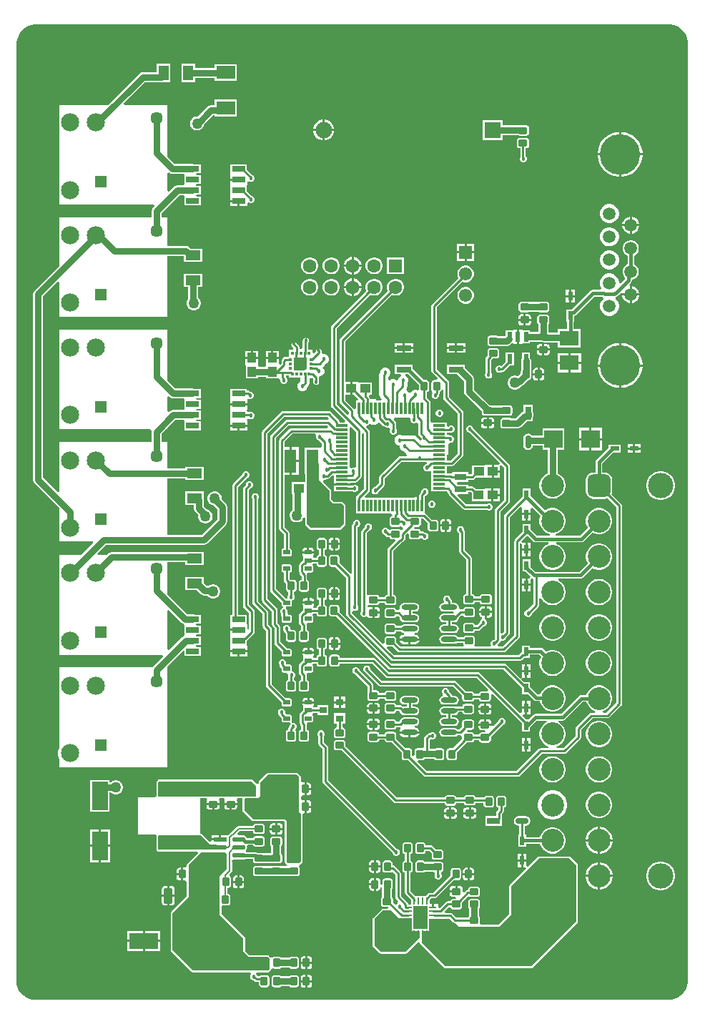
<source format=gbr>
%TF.GenerationSoftware,Altium Limited,Altium Designer,25.8.1 (18)*%
G04 Layer_Physical_Order=1*
G04 Layer_Color=255*
%FSLAX45Y45*%
%MOMM*%
%TF.SameCoordinates,031978D1-9D18-463A-8735-F8186BF7E524*%
%TF.FilePolarity,Positive*%
%TF.FileFunction,Copper,L1,Top,Signal*%
%TF.Part,Single*%
G01*
G75*
%TA.AperFunction,SMDPad,CuDef*%
G04:AMPARAMS|DCode=10|XSize=1.55439mm|YSize=0.57213mm|CornerRadius=0.28606mm|HoleSize=0mm|Usage=FLASHONLY|Rotation=0.000|XOffset=0mm|YOffset=0mm|HoleType=Round|Shape=RoundedRectangle|*
%AMROUNDEDRECTD10*
21,1,1.55439,0.00000,0,0,0.0*
21,1,0.98226,0.57213,0,0,0.0*
1,1,0.57213,0.49113,0.00000*
1,1,0.57213,-0.49113,0.00000*
1,1,0.57213,-0.49113,0.00000*
1,1,0.57213,0.49113,0.00000*
%
%ADD10ROUNDEDRECTD10*%
%ADD11R,1.55439X0.57213*%
%ADD12R,0.55000X1.05000*%
%ADD13R,2.30000X1.80000*%
G04:AMPARAMS|DCode=14|XSize=0.8mm|YSize=1mm|CornerRadius=0.1mm|HoleSize=0mm|Usage=FLASHONLY|Rotation=90.000|XOffset=0mm|YOffset=0mm|HoleType=Round|Shape=RoundedRectangle|*
%AMROUNDEDRECTD14*
21,1,0.80000,0.80000,0,0,90.0*
21,1,0.60000,1.00000,0,0,90.0*
1,1,0.20000,0.40000,0.30000*
1,1,0.20000,0.40000,-0.30000*
1,1,0.20000,-0.40000,-0.30000*
1,1,0.20000,-0.40000,0.30000*
%
%ADD14ROUNDEDRECTD14*%
%ADD15R,0.60000X1.15000*%
G04:AMPARAMS|DCode=16|XSize=0.8mm|YSize=1mm|CornerRadius=0.1mm|HoleSize=0mm|Usage=FLASHONLY|Rotation=180.000|XOffset=0mm|YOffset=0mm|HoleType=Round|Shape=RoundedRectangle|*
%AMROUNDEDRECTD16*
21,1,0.80000,0.80000,0,0,180.0*
21,1,0.60000,1.00000,0,0,180.0*
1,1,0.20000,-0.30000,0.40000*
1,1,0.20000,0.30000,0.40000*
1,1,0.20000,0.30000,-0.40000*
1,1,0.20000,-0.30000,-0.40000*
%
%ADD16ROUNDEDRECTD16*%
%ADD17R,1.72500X0.65000*%
%ADD18R,0.30000X1.47500*%
%ADD19R,1.05000X0.55000*%
%ADD20R,2.20000X2.15000*%
%ADD21R,1.15814X1.01213*%
%ADD22R,1.47500X0.30000*%
%ADD23O,1.90000X0.60000*%
%ADD24R,0.50000X1.10000*%
%ADD25R,0.85000X0.25000*%
%ADD26R,1.70000X2.70000*%
%ADD27R,0.45000X0.35000*%
%ADD28R,0.35000X0.45000*%
%ADD29R,1.52500X0.65000*%
%ADD30R,1.01213X1.15814*%
G04:AMPARAMS|DCode=31|XSize=0.55mm|YSize=0.8mm|CornerRadius=0.0495mm|HoleSize=0mm|Usage=FLASHONLY|Rotation=270.000|XOffset=0mm|YOffset=0mm|HoleType=Round|Shape=RoundedRectangle|*
%AMROUNDEDRECTD31*
21,1,0.55000,0.70100,0,0,270.0*
21,1,0.45100,0.80000,0,0,270.0*
1,1,0.09900,-0.35050,-0.22550*
1,1,0.09900,-0.35050,0.22550*
1,1,0.09900,0.35050,0.22550*
1,1,0.09900,0.35050,-0.22550*
%
%ADD31ROUNDEDRECTD31*%
%ADD32R,0.90000X0.80000*%
%ADD33R,1.40000X2.80000*%
G04:AMPARAMS|DCode=34|XSize=1mm|YSize=1.8mm|CornerRadius=0.125mm|HoleSize=0mm|Usage=FLASHONLY|Rotation=0.000|XOffset=0mm|YOffset=0mm|HoleType=Round|Shape=RoundedRectangle|*
%AMROUNDEDRECTD34*
21,1,1.00000,1.55000,0,0,0.0*
21,1,0.75000,1.80000,0,0,0.0*
1,1,0.25000,0.37500,-0.77500*
1,1,0.25000,-0.37500,-0.77500*
1,1,0.25000,-0.37500,0.77500*
1,1,0.25000,0.37500,0.77500*
%
%ADD34ROUNDEDRECTD34*%
%ADD35R,3.35000X1.85000*%
%ADD36R,1.85000X3.35000*%
%ADD37R,2.20000X1.60000*%
%ADD38R,0.25000X0.85000*%
%ADD39R,1.40000X0.75000*%
%ADD40R,1.30606X1.05822*%
%ADD41R,1.05822X1.30606*%
%ADD42R,1.80000X1.17000*%
G04:AMPARAMS|DCode=43|XSize=1.55748mm|YSize=0.74248mm|CornerRadius=0.37124mm|HoleSize=0mm|Usage=FLASHONLY|Rotation=270.000|XOffset=0mm|YOffset=0mm|HoleType=Round|Shape=RoundedRectangle|*
%AMROUNDEDRECTD43*
21,1,1.55748,0.00000,0,0,270.0*
21,1,0.81501,0.74248,0,0,270.0*
1,1,0.74247,0.00000,-0.40750*
1,1,0.74247,0.00000,0.40750*
1,1,0.74247,0.00000,0.40750*
1,1,0.74247,0.00000,-0.40750*
%
%ADD43ROUNDEDRECTD43*%
%ADD44R,0.74248X1.55748*%
%ADD45R,1.17000X1.80000*%
%ADD46R,2.18000X1.62000*%
G04:AMPARAMS|DCode=47|XSize=1.55748mm|YSize=0.74248mm|CornerRadius=0.37124mm|HoleSize=0mm|Usage=FLASHONLY|Rotation=0.000|XOffset=0mm|YOffset=0mm|HoleType=Round|Shape=RoundedRectangle|*
%AMROUNDEDRECTD47*
21,1,1.55748,0.00000,0,0,0.0*
21,1,0.81501,0.74248,0,0,0.0*
1,1,0.74247,0.40750,0.00000*
1,1,0.74247,-0.40750,0.00000*
1,1,0.74247,-0.40750,0.00000*
1,1,0.74247,0.40750,0.00000*
%
%ADD47ROUNDEDRECTD47*%
%ADD48R,1.55748X0.74248*%
%TA.AperFunction,Conductor*%
%ADD49C,0.25400*%
%ADD50C,0.20000*%
%ADD51C,0.38100*%
%ADD52C,0.76200*%
%TA.AperFunction,ComponentPad*%
%ADD53C,1.45000*%
%ADD54C,2.15000*%
%ADD55R,1.45000X1.45000*%
%ADD56C,2.70000*%
G04:AMPARAMS|DCode=57|XSize=2.7mm|YSize=2.7mm|CornerRadius=0.675mm|HoleSize=0mm|Usage=FLASHONLY|Rotation=90.000|XOffset=0mm|YOffset=0mm|HoleType=Round|Shape=RoundedRectangle|*
%AMROUNDEDRECTD57*
21,1,2.70000,1.35000,0,0,90.0*
21,1,1.35000,2.70000,0,0,90.0*
1,1,1.35000,0.67500,0.67500*
1,1,1.35000,0.67500,-0.67500*
1,1,1.35000,-0.67500,-0.67500*
1,1,1.35000,-0.67500,0.67500*
%
%ADD57ROUNDEDRECTD57*%
%ADD58C,3.00000*%
%ADD59C,4.80000*%
%ADD60C,1.50000*%
%ADD61R,1.55000X1.55000*%
%ADD62C,1.95000*%
%ADD63C,1.60000*%
%ADD64C,1.55000*%
%ADD65R,1.60000X1.60000*%
%ADD66R,1.95000X1.95000*%
%TA.AperFunction,ViaPad*%
%ADD67C,0.45700*%
%ADD68C,1.27000*%
%ADD69C,5.00000*%
G36*
X7922535Y11635338D02*
X7964047Y11618143D01*
X8001407Y11593180D01*
X8033180Y11561407D01*
X8058143Y11524048D01*
X8075338Y11482535D01*
X8084104Y11438466D01*
Y11416000D01*
Y324000D01*
Y301534D01*
X8075338Y257465D01*
X8058143Y215953D01*
X8033180Y178593D01*
X8001407Y146820D01*
X7964048Y121857D01*
X7922535Y104662D01*
X7878466Y95896D01*
X350000D01*
X328912Y95896D01*
X287548Y104124D01*
X248584Y120264D01*
X213517Y143695D01*
X183695Y173517D01*
X160264Y208583D01*
X144124Y247548D01*
X135896Y288913D01*
Y310000D01*
Y11416000D01*
X135896Y11438466D01*
X144662Y11482535D01*
X161857Y11524047D01*
X186820Y11561407D01*
X218593Y11593180D01*
X255952Y11618143D01*
X297465Y11635338D01*
X341534Y11644104D01*
X7878466D01*
X7922535Y11635338D01*
D02*
G37*
%LPC*%
G36*
X2245539Y11181210D02*
X2088539D01*
Y10961211D01*
X2245539D01*
Y11012447D01*
X2481056D01*
Y10971160D01*
X2739056D01*
Y11173160D01*
X2481056D01*
Y11130923D01*
X2245539D01*
Y11181210D01*
D02*
G37*
G36*
X2739056Y10751160D02*
X2481056D01*
Y10684724D01*
X2435486D01*
X2412816Y10680214D01*
X2393598Y10667373D01*
X2279725Y10553500D01*
X2259007D01*
X2237770Y10547809D01*
X2218730Y10536817D01*
X2203183Y10521270D01*
X2192190Y10502230D01*
X2186500Y10480993D01*
Y10459007D01*
X2192190Y10437770D01*
X2203183Y10418730D01*
X2218730Y10403183D01*
X2237770Y10392190D01*
X2259007Y10386500D01*
X2280993D01*
X2302230Y10392190D01*
X2321270Y10403183D01*
X2336817Y10418730D01*
X2347810Y10437770D01*
X2353500Y10459007D01*
Y10459725D01*
X2460023Y10566247D01*
X2481056D01*
Y10549160D01*
X2739056D01*
Y10751160D01*
D02*
G37*
G36*
X3786219Y10514110D02*
X3782739D01*
Y10403910D01*
X3892939D01*
Y10407390D01*
X3884563Y10438648D01*
X3868383Y10466673D01*
X3845501Y10489555D01*
X3817476Y10505735D01*
X3786219Y10514110D01*
D02*
G37*
G36*
X3757339D02*
X3753859D01*
X3722601Y10505735D01*
X3694576Y10489555D01*
X3671694Y10466673D01*
X3655514Y10438648D01*
X3647139Y10407390D01*
Y10403910D01*
X3757339D01*
Y10514110D01*
D02*
G37*
G36*
X5887539Y10508710D02*
X5652539D01*
Y10273710D01*
X5887539D01*
Y10328883D01*
X6076992D01*
X6078371Y10327962D01*
X6090076Y10325634D01*
X6170076D01*
X6181782Y10327962D01*
X6191705Y10334592D01*
X6198336Y10344516D01*
X6200664Y10356221D01*
Y10416221D01*
X6198336Y10427927D01*
X6191705Y10437850D01*
X6181782Y10444481D01*
X6170076Y10446809D01*
X6130945D01*
X6128176Y10447360D01*
X5887539D01*
Y10508710D01*
D02*
G37*
G36*
X3892939Y10378510D02*
X3782739D01*
Y10268310D01*
X3786219D01*
X3817476Y10276686D01*
X3845501Y10292866D01*
X3868383Y10315748D01*
X3884563Y10343773D01*
X3892939Y10375030D01*
Y10378510D01*
D02*
G37*
G36*
X3757339D02*
X3647139D01*
Y10375030D01*
X3655514Y10343773D01*
X3671694Y10315748D01*
X3694576Y10292866D01*
X3722601Y10276686D01*
X3753859Y10268310D01*
X3757339D01*
Y10378510D01*
D02*
G37*
G36*
X7300926Y10369111D02*
X7292739D01*
Y10116410D01*
X7545439D01*
Y10124598D01*
X7538904Y10165859D01*
X7525995Y10205589D01*
X7507029Y10242811D01*
X7482475Y10276607D01*
X7452936Y10306146D01*
X7419139Y10330701D01*
X7381917Y10349666D01*
X7342187Y10362576D01*
X7300926Y10369111D01*
D02*
G37*
G36*
X7267339D02*
X7259152D01*
X7217891Y10362576D01*
X7178161Y10349666D01*
X7140939Y10330701D01*
X7107143Y10306146D01*
X7077603Y10276607D01*
X7053049Y10242811D01*
X7034083Y10205589D01*
X7021174Y10165859D01*
X7014639Y10124598D01*
Y10116410D01*
X7267339D01*
Y10369111D01*
D02*
G37*
G36*
X6170076Y10296809D02*
X6090076D01*
X6078371Y10294481D01*
X6068448Y10287850D01*
X6061817Y10277927D01*
X6059489Y10266221D01*
Y10206221D01*
X6061817Y10194516D01*
X6068448Y10184593D01*
X6078371Y10177962D01*
X6090076Y10175634D01*
X6096736D01*
Y10072085D01*
X6091589Y10059658D01*
Y10042611D01*
X6098112Y10026862D01*
X6110166Y10014808D01*
X6125915Y10008285D01*
X6142962D01*
X6158711Y10014808D01*
X6170765Y10026862D01*
X6177288Y10042611D01*
Y10059658D01*
X6170765Y10075407D01*
X6163417Y10082755D01*
Y10175634D01*
X6170076D01*
X6181782Y10177962D01*
X6191705Y10184593D01*
X6198336Y10194516D01*
X6200664Y10206221D01*
Y10266221D01*
X6198336Y10277927D01*
X6191705Y10287850D01*
X6181782Y10294481D01*
X6170076Y10296809D01*
D02*
G37*
G36*
X7545439Y10091010D02*
X7292739D01*
Y9838311D01*
X7300926D01*
X7342187Y9844845D01*
X7381917Y9857755D01*
X7419139Y9876720D01*
X7452936Y9901275D01*
X7482475Y9930814D01*
X7507029Y9964610D01*
X7525995Y10001832D01*
X7538904Y10041563D01*
X7545439Y10082823D01*
Y10091010D01*
D02*
G37*
G36*
X7267339D02*
X7014639D01*
Y10082823D01*
X7021174Y10041563D01*
X7034083Y10001832D01*
X7053049Y9964610D01*
X7077603Y9930814D01*
X7107143Y9901275D01*
X7140939Y9876720D01*
X7178161Y9857755D01*
X7217891Y9844845D01*
X7259152Y9838311D01*
X7267339D01*
Y10091010D01*
D02*
G37*
G36*
X2857489Y9984210D02*
X2664989D01*
Y9880374D01*
X2659591Y9862620D01*
X2659588Y9862610D01*
X2659589Y9862610D01*
Y9817411D01*
X2761239D01*
Y9792011D01*
X2659589D01*
Y9747974D01*
X2659589Y9746810D01*
X2664989Y9729048D01*
X2664989Y9726810D01*
Y9626374D01*
X2659591Y9608620D01*
X2659588Y9608610D01*
X2659589Y9608610D01*
Y9563411D01*
X2761239D01*
Y9550711D01*
X2773939D01*
Y9492810D01*
X2862889D01*
Y9528228D01*
X2882889Y9536512D01*
X2885728Y9533674D01*
X2901477Y9527150D01*
X2918523D01*
X2934273Y9533674D01*
X2946326Y9545727D01*
X2952850Y9561476D01*
Y9578523D01*
X2946326Y9594272D01*
X2934273Y9606326D01*
X2918523Y9612850D01*
X2917000D01*
X2857489Y9672361D01*
Y9726810D01*
X2857489Y9729048D01*
X2862889Y9746810D01*
X2862889Y9747974D01*
Y9778228D01*
X2882889Y9786512D01*
X2885728Y9783674D01*
X2901477Y9777150D01*
X2918523D01*
X2934273Y9783674D01*
X2946326Y9795727D01*
X2952850Y9811476D01*
Y9828523D01*
X2946326Y9844272D01*
X2934273Y9856326D01*
X2922751Y9861099D01*
X2857489Y9926361D01*
Y9984210D01*
D02*
G37*
G36*
X1951539Y11181210D02*
X1794539D01*
Y11078549D01*
X1629310D01*
X1606641Y11074040D01*
X1587423Y11061198D01*
X1216225Y10690000D01*
X640000D01*
Y9510000D01*
X1760093D01*
X1767747Y9491522D01*
X1749151Y9472926D01*
X1736310Y9453708D01*
X1731800Y9431039D01*
Y9360000D01*
X640000D01*
Y8783775D01*
X348112Y8491888D01*
X335271Y8472669D01*
X330762Y8450000D01*
Y6250000D01*
X335271Y6227331D01*
X348112Y6208113D01*
X640000Y5916225D01*
Y5520000D01*
X1033765D01*
X1041418Y5501522D01*
X899896Y5360000D01*
X640000D01*
Y4180000D01*
X1860093D01*
X1867747Y4161522D01*
X1748151Y4041927D01*
X1740182Y4030000D01*
X640000D01*
Y3078396D01*
X634362Y3068630D01*
X624439Y3031599D01*
Y2993262D01*
X634362Y2956231D01*
X640000Y2946465D01*
Y2850000D01*
X1920000D01*
Y4030000D01*
X1920000D01*
X1915248Y4041473D01*
X2104158Y4230383D01*
X2122636Y4222729D01*
Y4168228D01*
X2315136D01*
Y4273228D01*
X2268851D01*
X2259718Y4293228D01*
X2261451Y4295228D01*
X2315136D01*
Y4400228D01*
X2261451D01*
X2259718Y4402228D01*
X2268851Y4422228D01*
X2315136D01*
Y4527228D01*
X2268851D01*
X2259718Y4547228D01*
X2261451Y4549228D01*
X2315136D01*
Y4654228D01*
X2244891D01*
X2241555Y4656457D01*
X2218886Y4660966D01*
X2152810D01*
X1920000Y4893776D01*
Y5274147D01*
X2130046D01*
Y5239673D01*
X2350045D01*
Y5396673D01*
X2130046D01*
Y5392623D01*
X1257057D01*
X1234387Y5388114D01*
X1215169Y5375273D01*
X1199896Y5360000D01*
X1093578D01*
X1085924Y5378478D01*
X1188209Y5480762D01*
X2350000D01*
X2372669Y5485271D01*
X2391888Y5498112D01*
X2611888Y5718113D01*
X2624729Y5737331D01*
X2629238Y5760000D01*
Y5928553D01*
X2624729Y5951222D01*
X2611888Y5970440D01*
X2563462Y6018866D01*
X2563500Y6019007D01*
Y6040993D01*
X2557810Y6062230D01*
X2546817Y6081270D01*
X2531270Y6096817D01*
X2512230Y6107809D01*
X2490993Y6113500D01*
X2469007D01*
X2447770Y6107809D01*
X2428730Y6096817D01*
X2413183Y6081270D01*
X2402191Y6062230D01*
X2396500Y6040993D01*
Y6019007D01*
X2402191Y5997770D01*
X2413183Y5978730D01*
X2428730Y5963183D01*
X2447770Y5952190D01*
X2468010Y5946767D01*
X2510762Y5904016D01*
Y5784537D01*
X2325463Y5599238D01*
X1920000D01*
Y6267581D01*
X2130046D01*
Y6248319D01*
X2350046D01*
Y6405319D01*
X2130046D01*
Y6386057D01*
X1920000D01*
Y6700000D01*
X1849277D01*
Y6795502D01*
X1903775Y6850000D01*
X1920000D01*
Y6866225D01*
X2012264Y6958489D01*
X2111193D01*
X2122631Y6943227D01*
X2122632Y6938489D01*
Y6838227D01*
X2315132D01*
Y6943227D01*
X2268847D01*
X2259714Y6963227D01*
X2261447Y6965227D01*
X2315132D01*
Y7070227D01*
X2261447D01*
X2259714Y7072227D01*
X2268847Y7092227D01*
X2315132D01*
Y7197227D01*
X2268847D01*
X2259714Y7217227D01*
X2261447Y7219227D01*
X2315132D01*
Y7324227D01*
X2244887D01*
X2241551Y7326456D01*
X2218882Y7330966D01*
X2012809D01*
X1920000Y7423775D01*
Y8030000D01*
X640000D01*
Y7041291D01*
X638139Y7034347D01*
Y6999354D01*
X640000Y6992410D01*
Y6850000D01*
X1717959D01*
X1732782Y6830000D01*
X1730801Y6820039D01*
Y6700000D01*
X640000D01*
Y6109907D01*
X621522Y6102253D01*
X449238Y6274537D01*
Y8425463D01*
X621522Y8597747D01*
X640000Y8590093D01*
Y8180000D01*
X1920000D01*
Y8900912D01*
X2110033D01*
Y8829750D01*
X2330032D01*
Y8986750D01*
X2193808D01*
X2178520Y9002038D01*
X2159302Y9014879D01*
X2136632Y9019388D01*
X1920000D01*
Y9360000D01*
X1850277D01*
Y9406501D01*
X2062248Y9618472D01*
X2111150D01*
X2122588Y9603210D01*
X2122589Y9598472D01*
Y9498210D01*
X2315089D01*
Y9603210D01*
X2268804D01*
X2259671Y9623210D01*
X2261404Y9625210D01*
X2315089D01*
Y9730210D01*
X2261404D01*
X2259671Y9732210D01*
X2268804Y9752210D01*
X2315089D01*
Y9857210D01*
X2268804D01*
X2259671Y9877210D01*
X2261404Y9879210D01*
X2315089D01*
Y9984210D01*
X2244844D01*
X2241508Y9986439D01*
X2218839Y9990949D01*
X2002826D01*
X1920000Y10073775D01*
Y10690000D01*
X1409907D01*
X1402253Y10708478D01*
X1653848Y10960072D01*
X1852639D01*
X1858362Y10961211D01*
X1951539D01*
Y11181210D01*
D02*
G37*
G36*
X2748539Y9538011D02*
X2659589D01*
Y9492810D01*
X2748539D01*
Y9538011D01*
D02*
G37*
G36*
X7167929Y9515310D02*
X7138149D01*
X7109384Y9507603D01*
X7083594Y9492713D01*
X7062537Y9471655D01*
X7047647Y9445866D01*
X7039939Y9417101D01*
Y9387321D01*
X7047647Y9358556D01*
X7062537Y9332766D01*
X7083594Y9311708D01*
X7109384Y9296818D01*
X7138149Y9289111D01*
X7167929D01*
X7196694Y9296818D01*
X7222484Y9311708D01*
X7243541Y9332766D01*
X7258431Y9358556D01*
X7266139Y9387321D01*
Y9417101D01*
X7258431Y9445866D01*
X7243541Y9471655D01*
X7222484Y9492713D01*
X7196694Y9507603D01*
X7167929Y9515310D01*
D02*
G37*
G36*
X7420257Y9365610D02*
X7419740D01*
Y9277911D01*
X7507439D01*
Y9278428D01*
X7500597Y9303964D01*
X7487379Y9326858D01*
X7468686Y9345551D01*
X7445792Y9358768D01*
X7420257Y9365610D01*
D02*
G37*
G36*
X7394340D02*
X7393821D01*
X7368286Y9358768D01*
X7345392Y9345551D01*
X7326699Y9326858D01*
X7313481Y9303964D01*
X7306639Y9278428D01*
Y9277911D01*
X7394340D01*
Y9365610D01*
D02*
G37*
G36*
X7507439Y9252511D02*
X7419740D01*
Y9164811D01*
X7420257D01*
X7445792Y9171653D01*
X7468686Y9184871D01*
X7487379Y9203564D01*
X7500597Y9226458D01*
X7507439Y9251993D01*
Y9252511D01*
D02*
G37*
G36*
X7394340D02*
X7306639D01*
Y9251993D01*
X7313481Y9226458D01*
X7326699Y9203564D01*
X7345392Y9184871D01*
X7368286Y9171653D01*
X7393821Y9164811D01*
X7394340D01*
Y9252511D01*
D02*
G37*
G36*
X7167929Y9241310D02*
X7138149D01*
X7109384Y9233603D01*
X7083594Y9218713D01*
X7062537Y9197655D01*
X7047647Y9171865D01*
X7039939Y9143100D01*
Y9113320D01*
X7047647Y9084555D01*
X7062537Y9058765D01*
X7083594Y9037708D01*
X7109384Y9022818D01*
X7138149Y9015110D01*
X7167929D01*
X7196694Y9022818D01*
X7222484Y9037708D01*
X7243541Y9058765D01*
X7258431Y9084555D01*
X7266139Y9113320D01*
Y9143100D01*
X7258431Y9171865D01*
X7243541Y9197655D01*
X7222484Y9218713D01*
X7196694Y9233603D01*
X7167929Y9241310D01*
D02*
G37*
G36*
X5552861Y9045690D02*
X5462661D01*
Y8955490D01*
X5552861D01*
Y9045690D01*
D02*
G37*
G36*
X5437261D02*
X5347061D01*
Y8955490D01*
X5437261D01*
Y9045690D01*
D02*
G37*
G36*
X5552861Y8930090D02*
X5462661D01*
Y8839890D01*
X5552861D01*
Y8930090D01*
D02*
G37*
G36*
X5437261D02*
X5347061D01*
Y8839890D01*
X5437261D01*
Y8930090D01*
D02*
G37*
G36*
X4126415Y8890610D02*
X4125239D01*
Y8797909D01*
X4217939D01*
Y8799087D01*
X4210756Y8825893D01*
X4196880Y8849927D01*
X4177256Y8869551D01*
X4153222Y8883427D01*
X4126415Y8890610D01*
D02*
G37*
G36*
X4099839D02*
X4098663D01*
X4071856Y8883427D01*
X4047822Y8869551D01*
X4028198Y8849927D01*
X4014322Y8825893D01*
X4007139Y8799087D01*
Y8797909D01*
X4099839D01*
Y8890610D01*
D02*
G37*
G36*
X7167929Y8967310D02*
X7138149D01*
X7109384Y8959603D01*
X7083594Y8944713D01*
X7062537Y8923655D01*
X7047647Y8897865D01*
X7039939Y8869100D01*
Y8839320D01*
X7047647Y8810555D01*
X7062537Y8784766D01*
X7083594Y8763708D01*
X7109384Y8748818D01*
X7138149Y8741111D01*
X7167929D01*
X7196694Y8748818D01*
X7222484Y8763708D01*
X7243541Y8784766D01*
X7258431Y8810555D01*
X7266139Y8839320D01*
Y8869100D01*
X7258431Y8897865D01*
X7243541Y8923655D01*
X7222484Y8944713D01*
X7196694Y8959603D01*
X7167929Y8967310D01*
D02*
G37*
G36*
X4720539Y8885210D02*
X4520539D01*
Y8685210D01*
X4720539D01*
Y8885210D01*
D02*
G37*
G36*
X4379704D02*
X4353374D01*
X4327941Y8878395D01*
X4305138Y8865230D01*
X4286519Y8846611D01*
X4273354Y8823809D01*
X4266539Y8798376D01*
Y8772045D01*
X4273354Y8746612D01*
X4286519Y8723809D01*
X4305138Y8705191D01*
X4327941Y8692025D01*
X4353374Y8685210D01*
X4379704D01*
X4405137Y8692025D01*
X4427940Y8705191D01*
X4446559Y8723809D01*
X4459724Y8746612D01*
X4466539Y8772045D01*
Y8798376D01*
X4459724Y8823809D01*
X4446559Y8846611D01*
X4427940Y8865230D01*
X4405137Y8878395D01*
X4379704Y8885210D01*
D02*
G37*
G36*
X3871704D02*
X3845374D01*
X3819941Y8878395D01*
X3797138Y8865230D01*
X3778519Y8846611D01*
X3765354Y8823809D01*
X3758539Y8798376D01*
Y8772045D01*
X3765354Y8746612D01*
X3778519Y8723809D01*
X3797138Y8705191D01*
X3819941Y8692025D01*
X3845374Y8685210D01*
X3871704D01*
X3897137Y8692025D01*
X3919940Y8705191D01*
X3938559Y8723809D01*
X3951724Y8746612D01*
X3958539Y8772045D01*
Y8798376D01*
X3951724Y8823809D01*
X3938559Y8846611D01*
X3919940Y8865230D01*
X3897137Y8878395D01*
X3871704Y8885210D01*
D02*
G37*
G36*
X3617704D02*
X3591374D01*
X3565941Y8878395D01*
X3543138Y8865230D01*
X3524519Y8846611D01*
X3511354Y8823809D01*
X3504539Y8798376D01*
Y8772045D01*
X3511354Y8746612D01*
X3524519Y8723809D01*
X3543138Y8705191D01*
X3565941Y8692025D01*
X3591374Y8685210D01*
X3617704D01*
X3643137Y8692025D01*
X3665940Y8705191D01*
X3684559Y8723809D01*
X3697724Y8746612D01*
X3704539Y8772045D01*
Y8798376D01*
X3697724Y8823809D01*
X3684559Y8846611D01*
X3665940Y8865230D01*
X3643137Y8878395D01*
X3617704Y8885210D01*
D02*
G37*
G36*
X4217939Y8772509D02*
X4125239D01*
Y8679810D01*
X4126415D01*
X4153222Y8686993D01*
X4177256Y8700869D01*
X4196880Y8720493D01*
X4210756Y8744527D01*
X4217939Y8771334D01*
Y8772509D01*
D02*
G37*
G36*
X4099839D02*
X4007139D01*
Y8771334D01*
X4014322Y8744527D01*
X4028198Y8720493D01*
X4047822Y8700869D01*
X4071856Y8686993D01*
X4098663Y8679810D01*
X4099839D01*
Y8772509D01*
D02*
G37*
G36*
X7419546Y9086210D02*
X7394532D01*
X7370371Y9079736D01*
X7348708Y9067229D01*
X7331020Y9049541D01*
X7318513Y9027879D01*
X7312039Y9003717D01*
Y8978703D01*
X7318513Y8954542D01*
X7331020Y8932879D01*
X7348708Y8915192D01*
X7367224Y8904501D01*
Y8803919D01*
X7348708Y8793229D01*
X7331020Y8775542D01*
X7318513Y8753879D01*
X7312039Y8729717D01*
Y8704703D01*
X7318513Y8680542D01*
X7331020Y8658879D01*
X7340185Y8649715D01*
Y8626492D01*
X7286139Y8572446D01*
X7266139Y8580730D01*
Y8595100D01*
X7258431Y8623865D01*
X7243541Y8649655D01*
X7222484Y8670713D01*
X7196694Y8685603D01*
X7167929Y8693310D01*
X7138149D01*
X7109384Y8685603D01*
X7083594Y8670713D01*
X7062537Y8649655D01*
X7047647Y8623865D01*
X7039939Y8595100D01*
Y8565320D01*
X7047647Y8536555D01*
X7057312Y8519815D01*
X7046455Y8499815D01*
X6953877D01*
X6938640Y8496784D01*
X6925723Y8488154D01*
X6707004Y8269435D01*
X6698496D01*
X6694650Y8268670D01*
X6642546D01*
Y8123670D01*
X6650231D01*
Y8036250D01*
X6545028D01*
Y7998548D01*
X6429277D01*
Y8092960D01*
X6431707Y8094584D01*
X6438338Y8104508D01*
X6440666Y8116213D01*
Y8176213D01*
X6438338Y8187918D01*
X6431707Y8197842D01*
X6421784Y8204472D01*
X6410078Y8206800D01*
X6330079D01*
X6318373Y8204472D01*
X6308450Y8197842D01*
X6301819Y8187918D01*
X6299491Y8176213D01*
Y8116213D01*
X6301819Y8104508D01*
X6308450Y8094584D01*
X6310801Y8093013D01*
Y8000469D01*
X6215027D01*
Y8018751D01*
X6125427D01*
Y8024151D01*
X6082727D01*
Y7941251D01*
Y7858351D01*
X6125427D01*
Y7863751D01*
X6215027D01*
Y7881992D01*
X6323152D01*
X6330039Y7880622D01*
X6369171D01*
X6371940Y7880072D01*
X6545028D01*
Y7816250D01*
X6815028D01*
Y8036250D01*
X6729861D01*
Y8123670D01*
X6737546D01*
Y8192599D01*
X6738733Y8192835D01*
X6751649Y8201466D01*
X6970369Y8420185D01*
X7069869D01*
X7070147Y8419907D01*
X7076461Y8415688D01*
X7078600Y8409998D01*
X7079703Y8396045D01*
X7078790Y8391909D01*
X7062537Y8375655D01*
X7047647Y8349865D01*
X7039939Y8321100D01*
Y8291320D01*
X7047647Y8262555D01*
X7062537Y8236766D01*
X7083594Y8215708D01*
X7109384Y8200818D01*
X7138149Y8193111D01*
X7167929D01*
X7196694Y8200818D01*
X7222484Y8215708D01*
X7243541Y8236766D01*
X7258431Y8262555D01*
X7266139Y8291320D01*
Y8321100D01*
X7258431Y8349865D01*
X7243541Y8375655D01*
X7227288Y8391909D01*
X7226375Y8396045D01*
X7227478Y8409998D01*
X7229617Y8415688D01*
X7235931Y8419907D01*
X7237751Y8421727D01*
X7245237Y8423216D01*
X7258153Y8431847D01*
X7287389Y8461083D01*
X7295659Y8459083D01*
X7300611Y8455910D01*
X7394339D01*
Y8549639D01*
X7391166Y8554591D01*
X7389167Y8562860D01*
X7408153Y8581846D01*
X7416784Y8594763D01*
X7419815Y8610000D01*
Y8622283D01*
X7443707Y8628685D01*
X7465370Y8641192D01*
X7483058Y8658879D01*
X7495565Y8680542D01*
X7502039Y8704703D01*
Y8729717D01*
X7495565Y8753879D01*
X7483058Y8775542D01*
X7465370Y8793229D01*
X7446854Y8803919D01*
Y8904501D01*
X7465370Y8915192D01*
X7483058Y8932879D01*
X7495565Y8954542D01*
X7502039Y8978703D01*
Y9003717D01*
X7495565Y9027879D01*
X7483058Y9049541D01*
X7465370Y9067229D01*
X7443707Y9079736D01*
X7419546Y9086210D01*
D02*
G37*
G36*
X4126415Y8636610D02*
X4125239D01*
Y8543909D01*
X4217939D01*
Y8545087D01*
X4210756Y8571893D01*
X4196880Y8595927D01*
X4177256Y8615551D01*
X4153222Y8629427D01*
X4126415Y8636610D01*
D02*
G37*
G36*
X4099839D02*
X4098663D01*
X4071856Y8629427D01*
X4047822Y8615551D01*
X4028198Y8595927D01*
X4014322Y8571893D01*
X4007139Y8545087D01*
Y8543909D01*
X4099839D01*
Y8636610D01*
D02*
G37*
G36*
X7420257Y8543610D02*
X7419739D01*
Y8455910D01*
X7507439D01*
Y8456428D01*
X7500597Y8481963D01*
X7487379Y8504858D01*
X7468686Y8523550D01*
X7445792Y8536768D01*
X7420257Y8543610D01*
D02*
G37*
G36*
X6742946Y8504070D02*
X6702746D01*
Y8438870D01*
X6742946D01*
Y8504070D01*
D02*
G37*
G36*
X6677346D02*
X6637146D01*
Y8438870D01*
X6677346D01*
Y8504070D01*
D02*
G37*
G36*
X5462797Y8786290D02*
X5437125D01*
X5412327Y8779645D01*
X5390095Y8766809D01*
X5371942Y8748656D01*
X5359106Y8726424D01*
X5352461Y8701626D01*
Y8675954D01*
X5359106Y8651156D01*
X5364560Y8641710D01*
X5056425Y8333575D01*
X5049197Y8322759D01*
X5046659Y8310000D01*
Y7540000D01*
X5049197Y7527241D01*
X5056425Y7516425D01*
X5121051Y7451798D01*
X5112767Y7431798D01*
X5076579D01*
X5064874Y7429470D01*
X5054950Y7422839D01*
X5048320Y7412916D01*
X5045991Y7401210D01*
Y7321211D01*
X5048320Y7309505D01*
X5054950Y7299582D01*
X5055398Y7275996D01*
X5053674Y7274272D01*
X5047150Y7258523D01*
Y7241477D01*
X5053674Y7225727D01*
X5065727Y7213674D01*
X5081477Y7207150D01*
X5098523D01*
X5114272Y7213674D01*
X5126326Y7225727D01*
X5132850Y7241477D01*
Y7252531D01*
X5137381Y7259313D01*
X5139919Y7272072D01*
Y7291287D01*
X5148284Y7292951D01*
X5158208Y7299582D01*
X5164838Y7309505D01*
X5166659Y7318662D01*
X5186659Y7316692D01*
Y7220000D01*
X5189197Y7207241D01*
X5196425Y7196425D01*
X5356659Y7036190D01*
Y6563810D01*
X5274700Y6481850D01*
X5227589D01*
Y6543110D01*
X5245689D01*
Y6672042D01*
X5261477Y6687150D01*
X5278523D01*
X5294272Y6693674D01*
X5306326Y6705728D01*
X5312850Y6721477D01*
Y6738523D01*
X5306326Y6754272D01*
X5294272Y6766326D01*
X5278523Y6772850D01*
X5272779D01*
X5266549Y6777013D01*
X5253790Y6779551D01*
X5227589D01*
Y6812870D01*
X5256210D01*
X5257196Y6813066D01*
X5271477Y6807150D01*
X5288524D01*
X5304273Y6813674D01*
X5316326Y6825728D01*
X5322850Y6841477D01*
Y6858523D01*
X5316326Y6874273D01*
X5304273Y6886326D01*
X5288524Y6892850D01*
X5271477D01*
X5255728Y6886326D01*
X5250939Y6881538D01*
X5247241Y6880803D01*
X5227589Y6886203D01*
Y6931210D01*
X5040089D01*
X5035888Y6949470D01*
Y7167453D01*
X5033350Y7180212D01*
X5026123Y7191028D01*
X4989919Y7227231D01*
Y7291287D01*
X4998284Y7292951D01*
X5008208Y7299582D01*
X5014838Y7309505D01*
X5017166Y7321211D01*
Y7401210D01*
X5014838Y7412916D01*
X5008208Y7422839D01*
X4998284Y7429470D01*
X4986579Y7431798D01*
X4954208D01*
X4824989Y7561017D01*
Y7609710D01*
X4612489D01*
Y7504710D01*
X4678834D01*
X4682812Y7484710D01*
X4675475Y7481671D01*
X4658329Y7464525D01*
X4649050Y7442124D01*
Y7436339D01*
X4629050Y7428055D01*
X4625434Y7431671D01*
X4603033Y7440950D01*
X4578786D01*
X4556384Y7431671D01*
X4551795Y7427082D01*
X4531795Y7435366D01*
Y7467198D01*
X4534525Y7468329D01*
X4551671Y7485475D01*
X4560950Y7507876D01*
Y7532124D01*
X4551671Y7554525D01*
X4534525Y7571671D01*
X4512124Y7580950D01*
X4487876D01*
X4465475Y7571671D01*
X4448329Y7554525D01*
X4439050Y7532124D01*
Y7525123D01*
X4432147Y7514792D01*
X4428205Y7494971D01*
Y7260000D01*
X4432147Y7240179D01*
X4443375Y7223375D01*
X4459513Y7207238D01*
X4451860Y7188760D01*
X4388139D01*
Y7206860D01*
X4318380D01*
Y7212358D01*
X4315842Y7225117D01*
X4308614Y7235933D01*
X4303955Y7240593D01*
X4312239Y7260593D01*
X4340609D01*
Y7401806D01*
X4184796D01*
X4180610Y7407206D01*
Y7407206D01*
X4110003D01*
Y7331199D01*
Y7255193D01*
X4130848D01*
X4177281Y7208760D01*
X4168997Y7188760D01*
X4150039D01*
Y7093301D01*
X4131513Y7083670D01*
X4130039Y7083902D01*
X4123575Y7093576D01*
X4023340Y7193810D01*
Y7255193D01*
X4084603D01*
Y7331199D01*
Y7407206D01*
X4023340D01*
Y7886861D01*
X4577226Y8440747D01*
X4581941Y8438025D01*
X4607374Y8431210D01*
X4633704D01*
X4659137Y8438025D01*
X4681940Y8451191D01*
X4700559Y8469809D01*
X4713724Y8492612D01*
X4720539Y8518045D01*
Y8544376D01*
X4713724Y8569809D01*
X4700559Y8592611D01*
X4681940Y8611230D01*
X4659137Y8624395D01*
X4633704Y8631210D01*
X4607374D01*
X4581941Y8624395D01*
X4559138Y8611230D01*
X4540519Y8592611D01*
X4527354Y8569809D01*
X4520539Y8544376D01*
Y8518045D01*
X4527354Y8492612D01*
X4530076Y8487898D01*
X3966425Y7924247D01*
X3959197Y7913430D01*
X3956659Y7900671D01*
Y7180000D01*
X3959197Y7167241D01*
X3966425Y7156425D01*
X4066659Y7056190D01*
Y7026623D01*
X4048182Y7018969D01*
X3923341Y7143810D01*
Y8040861D01*
X4323226Y8440747D01*
X4327941Y8438025D01*
X4353374Y8431210D01*
X4379704D01*
X4405137Y8438025D01*
X4427940Y8451191D01*
X4446559Y8469809D01*
X4459724Y8492612D01*
X4466539Y8518045D01*
Y8544376D01*
X4459724Y8569809D01*
X4446559Y8592611D01*
X4427940Y8611230D01*
X4405137Y8624395D01*
X4379704Y8631210D01*
X4353374D01*
X4327941Y8624395D01*
X4305138Y8611230D01*
X4286519Y8592611D01*
X4273354Y8569809D01*
X4266539Y8544376D01*
Y8518045D01*
X4273354Y8492612D01*
X4276076Y8487898D01*
X3866425Y8078247D01*
X3859198Y8067430D01*
X3856660Y8054671D01*
Y7130000D01*
X3859198Y7117241D01*
X3866425Y7106425D01*
X4023162Y6949688D01*
X4015509Y6931210D01*
X3962378D01*
X3959901Y6943660D01*
X3952674Y6954477D01*
X3853575Y7053575D01*
X3842759Y7060802D01*
X3830000Y7063340D01*
X3290000D01*
X3277241Y7060803D01*
X3266425Y7053575D01*
X3048165Y6835316D01*
X3040938Y6824499D01*
X3038400Y6811740D01*
Y4828260D01*
X3040938Y4815501D01*
X3048165Y4804685D01*
X3156659Y4696190D01*
Y4540000D01*
X3159197Y4527241D01*
X3166425Y4516425D01*
X3186659Y4496190D01*
Y4318803D01*
X3189197Y4306044D01*
X3196425Y4295228D01*
X3272098Y4219554D01*
Y4183666D01*
X3274035Y4173931D01*
X3279549Y4165678D01*
X3287802Y4160164D01*
X3297537Y4158227D01*
X3367637D01*
X3377372Y4160164D01*
X3385625Y4165678D01*
X3391139Y4173931D01*
X3393076Y4183666D01*
Y4228766D01*
X3391139Y4238501D01*
X3385625Y4246754D01*
X3377372Y4252268D01*
X3367637Y4254204D01*
X3331749D01*
X3253340Y4332613D01*
Y4510000D01*
X3250802Y4522759D01*
X3243575Y4533575D01*
X3223341Y4553810D01*
Y4710000D01*
X3220803Y4722759D01*
X3213575Y4733575D01*
X3105081Y4842070D01*
Y6797930D01*
X3303810Y6996659D01*
X3816190D01*
X3831381Y6981469D01*
X3821529Y6963037D01*
X3820000Y6963341D01*
X3340000D01*
X3327241Y6960803D01*
X3316425Y6953575D01*
X3146425Y6783575D01*
X3139197Y6772759D01*
X3136659Y6760000D01*
Y4946298D01*
X3139197Y4933539D01*
X3146425Y4922723D01*
X3272094Y4797054D01*
Y4773666D01*
X3274031Y4763931D01*
X3279545Y4755678D01*
X3286056Y4751328D01*
X3286822Y4742512D01*
X3285263Y4730276D01*
X3275728Y4726326D01*
X3263674Y4714273D01*
X3257150Y4698523D01*
Y4681477D01*
X3263674Y4665728D01*
X3266659Y4662742D01*
Y4638798D01*
X3269197Y4626040D01*
X3271942Y4621932D01*
Y4621016D01*
X3272094Y4620251D01*
Y4583666D01*
X3274031Y4573931D01*
X3279545Y4565678D01*
X3287798Y4560164D01*
X3297533Y4558227D01*
X3367633D01*
X3377368Y4560164D01*
X3385620Y4565678D01*
X3391135Y4573931D01*
X3393071Y4583666D01*
Y4628766D01*
X3391135Y4638501D01*
X3385620Y4646753D01*
X3377368Y4652268D01*
X3367633Y4654204D01*
X3351553D01*
X3350487Y4655012D01*
X3339838Y4674205D01*
X3342850Y4681477D01*
Y4698523D01*
X3336326Y4714273D01*
X3324272Y4726326D01*
X3319683Y4728227D01*
X3323662Y4748227D01*
X3367633D01*
X3377368Y4750164D01*
X3385620Y4755678D01*
X3391135Y4763931D01*
X3393071Y4773666D01*
Y4818766D01*
X3392949Y4819379D01*
X3393754Y4820359D01*
X3409502Y4826882D01*
X3421556Y4838936D01*
X3428080Y4854685D01*
Y4871732D01*
X3421556Y4887481D01*
X3419245Y4889793D01*
Y4924259D01*
X3428284Y4926057D01*
X3438207Y4932688D01*
X3444838Y4942611D01*
X3447166Y4954317D01*
Y5034317D01*
X3444838Y5046022D01*
X3438207Y5055945D01*
X3428284Y5062576D01*
X3416578Y5064904D01*
X3373141D01*
X3363379Y5074667D01*
Y5153222D01*
X3365089D01*
X3374824Y5155158D01*
X3383076Y5160673D01*
X3388591Y5168925D01*
X3390527Y5178660D01*
Y5223760D01*
X3388591Y5233495D01*
X3383076Y5241748D01*
X3374824Y5247262D01*
X3365089Y5249199D01*
X3294989D01*
X3285254Y5247262D01*
X3277001Y5241748D01*
X3271486Y5233495D01*
X3269550Y5223760D01*
Y5178660D01*
X3271486Y5168925D01*
X3277001Y5160673D01*
X3285254Y5155158D01*
X3294989Y5153222D01*
X3296698D01*
Y5060857D01*
X3299236Y5048098D01*
X3306463Y5037281D01*
X3325991Y5017754D01*
Y4954317D01*
X3328319Y4942611D01*
X3334950Y4932688D01*
X3344873Y4926057D01*
X3352564Y4924528D01*
Y4891141D01*
X3348904Y4887481D01*
X3342380Y4871732D01*
Y4854685D01*
X3337764Y4847778D01*
X3316986Y4846462D01*
X3203341Y4960108D01*
Y6746190D01*
X3353810Y6896660D01*
X3806190D01*
X3821031Y6881818D01*
X3813378Y6863341D01*
X3390000D01*
X3377241Y6860803D01*
X3366425Y6853576D01*
X3251364Y6738514D01*
X3244136Y6727698D01*
X3241598Y6714939D01*
Y5675061D01*
X3244136Y5662302D01*
X3251364Y5651486D01*
X3296659Y5606190D01*
Y5490000D01*
X3296698Y5489806D01*
Y5439199D01*
X3294989D01*
X3285254Y5437262D01*
X3277001Y5431748D01*
X3271486Y5423495D01*
X3269550Y5413760D01*
Y5368660D01*
X3271486Y5358925D01*
X3277001Y5350673D01*
X3285254Y5345158D01*
X3294989Y5343222D01*
X3365089D01*
X3374824Y5345158D01*
X3383076Y5350673D01*
X3388591Y5358925D01*
X3390527Y5368660D01*
Y5413760D01*
X3388591Y5423495D01*
X3383076Y5431748D01*
X3374824Y5437262D01*
X3365089Y5439199D01*
X3363379D01*
Y5490039D01*
X3363340Y5490233D01*
Y5620000D01*
X3360803Y5632759D01*
X3353575Y5643575D01*
X3308279Y5688871D01*
Y6308811D01*
X3364939D01*
Y6474211D01*
Y6639611D01*
X3308279D01*
Y6701129D01*
X3403810Y6796660D01*
X3668804D01*
X3670817Y6794983D01*
X3680520Y6776659D01*
X3677150Y6768523D01*
Y6751476D01*
X3683674Y6735727D01*
X3695727Y6723674D01*
X3711476Y6717150D01*
X3715699D01*
X3746660Y6686190D01*
Y6636574D01*
X3727638Y6634211D01*
Y6634211D01*
X3547639D01*
Y6314211D01*
X3549608D01*
Y6224122D01*
X3394736D01*
Y6078300D01*
X3400482D01*
Y5897828D01*
X3398730Y5896817D01*
X3383183Y5881270D01*
X3372190Y5862230D01*
X3366500Y5840993D01*
Y5819007D01*
X3372190Y5797770D01*
X3383183Y5778730D01*
X3398730Y5763183D01*
X3417770Y5752190D01*
X3439007Y5746500D01*
X3460993D01*
X3482230Y5752190D01*
X3501270Y5763183D01*
X3516817Y5778730D01*
X3527810Y5797770D01*
X3529608Y5804482D01*
X3549608Y5801849D01*
Y5730001D01*
X3549608Y5730000D01*
X3551160Y5722196D01*
X3555581Y5715581D01*
X3605581Y5665581D01*
X3612196Y5661160D01*
X3620000Y5659608D01*
X3959999D01*
X3960000Y5659608D01*
X3967804Y5661160D01*
X3974419Y5665581D01*
X3974420Y5665582D01*
X4024419Y5715581D01*
X4028840Y5722196D01*
X4030392Y5730000D01*
Y5939999D01*
X4030392Y5940000D01*
X4028840Y5947804D01*
X4024419Y5954419D01*
X4024419Y5954420D01*
X3994419Y5984419D01*
X3987804Y5988840D01*
X3980000Y5990392D01*
X3888446D01*
X3860392Y6018447D01*
Y6120000D01*
X3858840Y6127804D01*
X3854419Y6134420D01*
X3761688Y6227150D01*
X3769973Y6247150D01*
X3778524D01*
X3794273Y6253674D01*
X3801143Y6260544D01*
X3812896D01*
X3825655Y6263082D01*
X3836472Y6270309D01*
X3872489Y6306327D01*
X3892489Y6298042D01*
Y6236610D01*
X3887089D01*
Y6208910D01*
X3986239D01*
X4085389D01*
Y6212869D01*
X4136210D01*
X4148969Y6215407D01*
X4159785Y6222635D01*
X4209445Y6272295D01*
X4216673Y6283111D01*
X4219211Y6295870D01*
Y6793721D01*
X4239211Y6803652D01*
X4246660Y6798000D01*
Y6143810D01*
X4163565Y6060716D01*
X4156338Y6049899D01*
X4154599Y6041160D01*
X4150039D01*
Y5853660D01*
X4571385D01*
X4584698Y5836791D01*
X4580120Y5816791D01*
X4580003D01*
X4568297Y5814463D01*
X4558374Y5807832D01*
X4551743Y5797909D01*
X4549415Y5786204D01*
Y5726204D01*
X4551743Y5714498D01*
X4558374Y5704575D01*
X4568297Y5697944D01*
X4580003Y5695616D01*
X4660002D01*
X4671708Y5697944D01*
X4681755Y5704479D01*
X4695728Y5693673D01*
X4702670Y5690798D01*
X4705231Y5685773D01*
X4708963Y5670419D01*
X4697630Y5658202D01*
X4681631Y5657832D01*
X4671708Y5664463D01*
X4660002Y5666791D01*
X4580003D01*
X4568297Y5664463D01*
X4560150Y5659019D01*
X4556155Y5658285D01*
X4537205Y5662150D01*
X4536326Y5664272D01*
X4524272Y5676326D01*
X4508523Y5682850D01*
X4491476D01*
X4475727Y5676326D01*
X4463674Y5664272D01*
X4457150Y5648523D01*
Y5631476D01*
X4463674Y5615727D01*
X4475727Y5603674D01*
X4491476Y5597150D01*
X4495699D01*
X4510221Y5582628D01*
X4521037Y5575401D01*
X4533796Y5572863D01*
X4550079D01*
X4551743Y5564498D01*
X4558374Y5554575D01*
X4568297Y5547944D01*
X4580003Y5545616D01*
X4609788D01*
X4617442Y5527138D01*
X4536520Y5446216D01*
X4529293Y5435400D01*
X4526755Y5422641D01*
Y4886804D01*
X4520095D01*
X4508390Y4884475D01*
X4498466Y4877845D01*
X4491836Y4867921D01*
X4490440Y4860903D01*
X4430230D01*
X4428298Y4870615D01*
X4421668Y4880538D01*
X4411744Y4887169D01*
X4400039Y4889497D01*
X4320039D01*
X4308334Y4887169D01*
X4303340Y4883832D01*
X4286663Y4890013D01*
X4283340Y4892692D01*
Y5620697D01*
X4310693Y5648049D01*
X4324273Y5653674D01*
X4336326Y5665728D01*
X4342850Y5681477D01*
Y5698524D01*
X4336326Y5714273D01*
X4324273Y5726326D01*
X4308524Y5732850D01*
X4291477D01*
X4275728Y5726326D01*
X4263674Y5714273D01*
X4257150Y5698524D01*
Y5688808D01*
X4226425Y5658082D01*
X4219197Y5647266D01*
X4216659Y5634507D01*
Y4697258D01*
X4213674Y4694273D01*
X4207150Y4678524D01*
Y4661477D01*
X4213674Y4645728D01*
X4225727Y4633674D01*
X4241476Y4627150D01*
X4258523D01*
X4267340Y4630802D01*
X4276221Y4632773D01*
X4293618Y4624734D01*
X4294517Y4623388D01*
X4306227Y4615564D01*
X4320039Y4612816D01*
X4347339D01*
Y4678910D01*
Y4745003D01*
X4320039D01*
X4307246Y4742458D01*
X4299864Y4745826D01*
X4288903Y4751978D01*
X4287960Y4758637D01*
X4288637Y4762732D01*
X4308209Y4770734D01*
X4308334Y4770650D01*
X4320039Y4768322D01*
X4400039D01*
X4411744Y4770650D01*
X4421668Y4777281D01*
X4428298Y4787204D01*
X4429694Y4794222D01*
X4489904D01*
X4491836Y4784511D01*
X4498466Y4774587D01*
X4508390Y4767957D01*
X4520095Y4765628D01*
X4600095D01*
X4611801Y4767957D01*
X4621724Y4774587D01*
X4628354Y4784511D01*
X4630683Y4796216D01*
Y4856216D01*
X4628354Y4867921D01*
X4621724Y4877845D01*
X4611801Y4884475D01*
X4600095Y4886804D01*
X4593436D01*
Y5408831D01*
X4686526Y5501921D01*
X4690448Y5502701D01*
X4701265Y5509928D01*
X4726278Y5534941D01*
X4733505Y5545758D01*
X4736043Y5558517D01*
Y5595095D01*
X4759414Y5618466D01*
X4779414Y5610181D01*
Y5576204D01*
X4781742Y5564499D01*
X4788373Y5554575D01*
X4798296Y5547945D01*
X4810002Y5545616D01*
X4890001D01*
X4901707Y5547945D01*
X4911630Y5554575D01*
X4912169Y5555382D01*
X4930983Y5555684D01*
X4935077Y5554324D01*
X4945727Y5543674D01*
X4961476Y5537150D01*
X4978523D01*
X4994272Y5543674D01*
X5006326Y5555728D01*
X5012850Y5571477D01*
Y5588523D01*
X5006326Y5604273D01*
X4994272Y5616326D01*
X4978523Y5622850D01*
X4968807D01*
X4961878Y5629779D01*
X4951062Y5637007D01*
X4938303Y5639544D01*
X4919925D01*
X4918261Y5647909D01*
X4911630Y5657833D01*
X4901707Y5664463D01*
X4890001Y5666792D01*
X4848368D01*
X4838396Y5686792D01*
X4845046Y5695616D01*
X4890001D01*
X4901707Y5697945D01*
X4911630Y5704575D01*
X4918261Y5714499D01*
X4920589Y5726204D01*
Y5786204D01*
X4923328Y5789541D01*
X4946594Y5790445D01*
X5004385Y5732654D01*
Y5669217D01*
X5006713Y5657512D01*
X5013344Y5647588D01*
X5023267Y5640958D01*
X5034972Y5638629D01*
X5094972D01*
X5106678Y5640958D01*
X5116601Y5647588D01*
X5123232Y5657512D01*
X5125560Y5669217D01*
Y5749217D01*
X5123232Y5760922D01*
X5116601Y5770846D01*
X5106678Y5777476D01*
X5094972Y5779805D01*
X5051535D01*
X4977764Y5853575D01*
X4970039Y5858737D01*
Y6041159D01*
X4970040Y6041160D01*
X4970039D01*
X4972701Y6060057D01*
X4980692Y6068049D01*
X4994272Y6073674D01*
X5006326Y6085727D01*
X5012850Y6101476D01*
Y6118523D01*
X5006326Y6134272D01*
X4994272Y6146326D01*
X4978523Y6152850D01*
X4961476D01*
X4945727Y6146326D01*
X4933674Y6134272D01*
X4927150Y6118523D01*
Y6108807D01*
X4911464Y6093121D01*
X4904237Y6082305D01*
X4901699Y6069546D01*
Y6046560D01*
X4897739D01*
Y5947410D01*
X4872339D01*
Y6046560D01*
X4844639D01*
Y6041160D01*
X4264442D01*
X4256788Y6059638D01*
X4303575Y6106425D01*
X4310803Y6117241D01*
X4313341Y6130000D01*
Y6820000D01*
X4310803Y6832759D01*
X4303575Y6843575D01*
X4268956Y6878194D01*
X4278285Y6897150D01*
X4288524D01*
X4304273Y6903674D01*
X4316326Y6915727D01*
X4324764Y6911151D01*
X4326624Y6909291D01*
X4349026Y6900012D01*
X4373273D01*
X4395675Y6909291D01*
X4412820Y6926436D01*
X4412842Y6926490D01*
X4432458Y6930391D01*
X4473727Y6889123D01*
X4484543Y6881896D01*
X4497302Y6879358D01*
X4500044D01*
X4505728Y6873674D01*
X4521477Y6867150D01*
X4538524D01*
X4543160Y6869071D01*
X4545571Y6867665D01*
X4560024Y6854272D01*
X4553500Y6838524D01*
Y6821477D01*
X4560024Y6805728D01*
X4572077Y6793674D01*
X4587826Y6787150D01*
X4604873D01*
X4620622Y6793674D01*
X4632676Y6805728D01*
X4639200Y6821477D01*
Y6838524D01*
X4632676Y6854273D01*
X4629842Y6857107D01*
Y6922511D01*
X4627304Y6935270D01*
X4620076Y6946086D01*
X4601480Y6964682D01*
X4609134Y6983160D01*
X4787370D01*
X4797150Y6968523D01*
Y6951477D01*
X4803674Y6935728D01*
X4815727Y6923674D01*
X4831476Y6917150D01*
X4848523D01*
X4864272Y6923674D01*
X4868018Y6927419D01*
X4888018Y6919134D01*
Y6797633D01*
X4890556Y6784874D01*
X4897783Y6774058D01*
X4927856Y6743984D01*
X4929197Y6737241D01*
X4932408Y6732436D01*
X4927557Y6714838D01*
X4924162Y6710403D01*
X4922024Y6709978D01*
X4870716Y6761286D01*
X4853913Y6772514D01*
X4834092Y6776456D01*
X4699493D01*
X4695587Y6775679D01*
X4694848D01*
X4682124Y6780950D01*
X4657876D01*
X4635475Y6771671D01*
X4618329Y6754525D01*
X4609050Y6732124D01*
Y6707876D01*
X4618329Y6685475D01*
X4635475Y6668329D01*
X4657876Y6659050D01*
X4669050D01*
Y6638887D01*
X4678329Y6616486D01*
X4695475Y6599340D01*
X4717576Y6590186D01*
X4748176Y6559585D01*
X4752447Y6532849D01*
X4750101Y6529551D01*
X4674661D01*
X4661903Y6527013D01*
X4651086Y6519785D01*
X4437973Y6306672D01*
X4430746Y6295856D01*
X4428208Y6283097D01*
Y6215358D01*
X4375699Y6162850D01*
X4371476D01*
X4355727Y6156326D01*
X4343674Y6144272D01*
X4337150Y6128523D01*
Y6111476D01*
X4343674Y6095727D01*
X4355727Y6083674D01*
X4371476Y6077150D01*
X4388523D01*
X4404272Y6083674D01*
X4416326Y6095727D01*
X4422850Y6111476D01*
Y6115699D01*
X4485124Y6177973D01*
X4492351Y6188790D01*
X4494889Y6201548D01*
Y6269287D01*
X4688471Y6462869D01*
X4887517D01*
X4896090Y6459319D01*
X4913136D01*
X4921709Y6462869D01*
X4979884D01*
X4990037Y6443055D01*
X4984754Y6434017D01*
X4969005Y6427494D01*
X4956951Y6415440D01*
X4950428Y6399691D01*
Y6382644D01*
X4956951Y6366895D01*
X4969005Y6354841D01*
X4984754Y6348318D01*
X5001801D01*
X5017550Y6354841D01*
X5020089Y6357380D01*
X5040089Y6349096D01*
Y6211210D01*
Y6111210D01*
X5227589D01*
X5241181Y6098027D01*
X5243718Y6085269D01*
X5250946Y6074452D01*
X5418973Y5906425D01*
X5429789Y5899197D01*
X5442548Y5896660D01*
X5698292D01*
X5701277Y5893674D01*
X5717026Y5887150D01*
X5734073D01*
X5749822Y5893674D01*
X5761876Y5905728D01*
X5768400Y5921477D01*
Y5938524D01*
X5761876Y5954273D01*
X5749822Y5966326D01*
X5734073Y5972850D01*
X5717026D01*
X5701277Y5966326D01*
X5698292Y5963341D01*
X5456359D01*
X5358180Y6061519D01*
X5365834Y6079996D01*
X5478797D01*
Y6104156D01*
X5514650D01*
X5525304Y6093501D01*
Y5999439D01*
X5667540D01*
X5685303Y5994039D01*
X5698881Y5994039D01*
X5755911D01*
Y6070045D01*
Y6146052D01*
X5698882D01*
X5685303Y6146052D01*
X5667540Y6140652D01*
X5572455D01*
X5552035Y6161072D01*
X5541219Y6168299D01*
X5528460Y6170837D01*
X5478797D01*
Y6194996D01*
X5355241D01*
X5346762Y6205627D01*
X5355343Y6224996D01*
X5478797D01*
Y6249156D01*
X5531031D01*
X5543790Y6251694D01*
X5554606Y6258921D01*
X5575118Y6279433D01*
X5670203D01*
X5687966Y6274032D01*
X5701544Y6274033D01*
X5758573D01*
Y6350039D01*
Y6426046D01*
X5701544D01*
X5687966Y6426046D01*
X5670203Y6420646D01*
X5527967D01*
Y6326583D01*
X5517221Y6315837D01*
X5478797D01*
Y6339996D01*
X5298797D01*
Y6339011D01*
X5282289Y6328034D01*
X5278797Y6327402D01*
X5267995Y6329550D01*
X5227589D01*
Y6415169D01*
X5288510D01*
X5301269Y6417707D01*
X5312085Y6424935D01*
X5413575Y6526425D01*
X5420802Y6537241D01*
X5423340Y6550000D01*
Y7050000D01*
X5420802Y7062759D01*
X5413575Y7073576D01*
X5253341Y7233810D01*
Y7400000D01*
X5250803Y7412759D01*
X5243575Y7423575D01*
X5113341Y7553810D01*
Y8296190D01*
X5414503Y8597352D01*
X5437125Y8591290D01*
X5462797D01*
X5487595Y8597935D01*
X5509827Y8610771D01*
X5527980Y8628924D01*
X5540816Y8651156D01*
X5547461Y8675954D01*
Y8701626D01*
X5540816Y8726424D01*
X5527980Y8748656D01*
X5509827Y8766809D01*
X5487595Y8779645D01*
X5462797Y8786290D01*
D02*
G37*
G36*
X3871704Y8631210D02*
X3845374D01*
X3819941Y8624395D01*
X3797138Y8611230D01*
X3778519Y8592611D01*
X3765354Y8569809D01*
X3758539Y8544376D01*
Y8518045D01*
X3765354Y8492612D01*
X3778519Y8469809D01*
X3797138Y8451191D01*
X3819941Y8438025D01*
X3845374Y8431210D01*
X3871704D01*
X3897137Y8438025D01*
X3919940Y8451191D01*
X3938559Y8469809D01*
X3951724Y8492612D01*
X3958539Y8518045D01*
Y8544376D01*
X3951724Y8569809D01*
X3938559Y8592611D01*
X3919940Y8611230D01*
X3897137Y8624395D01*
X3871704Y8631210D01*
D02*
G37*
G36*
X3617704D02*
X3591374D01*
X3565941Y8624395D01*
X3543138Y8611230D01*
X3524519Y8592611D01*
X3511354Y8569809D01*
X3504539Y8544376D01*
Y8518045D01*
X3511354Y8492612D01*
X3524519Y8469809D01*
X3543138Y8451191D01*
X3565941Y8438025D01*
X3591374Y8431210D01*
X3617704D01*
X3643137Y8438025D01*
X3665940Y8451191D01*
X3684559Y8469809D01*
X3697724Y8492612D01*
X3704539Y8518045D01*
Y8544376D01*
X3697724Y8569809D01*
X3684559Y8592611D01*
X3665940Y8611230D01*
X3643137Y8624395D01*
X3617704Y8631210D01*
D02*
G37*
G36*
X4217939Y8518509D02*
X4125239D01*
Y8425810D01*
X4126415D01*
X4153222Y8432993D01*
X4177256Y8446869D01*
X4196880Y8466493D01*
X4210756Y8490527D01*
X4217939Y8517334D01*
Y8518509D01*
D02*
G37*
G36*
X4099839D02*
X4007139D01*
Y8517334D01*
X4014322Y8490527D01*
X4028198Y8466493D01*
X4047822Y8446869D01*
X4071856Y8432993D01*
X4098663Y8425810D01*
X4099839D01*
Y8518509D01*
D02*
G37*
G36*
X6380000Y8359238D02*
X6367745Y8356800D01*
X6330079D01*
X6323099Y8355412D01*
X6196825D01*
X6190041Y8356762D01*
X6110041D01*
X6098336Y8354433D01*
X6088413Y8347803D01*
X6081782Y8337879D01*
X6079454Y8326174D01*
Y8266174D01*
X6081782Y8254469D01*
X6088413Y8244545D01*
X6098336Y8237915D01*
X6110041Y8235586D01*
X6190041D01*
X6196825Y8236936D01*
X6323490D01*
X6330079Y8235625D01*
X6410078D01*
X6421784Y8237954D01*
X6431707Y8244584D01*
X6438338Y8254507D01*
X6440666Y8266213D01*
Y8326213D01*
X6438338Y8337918D01*
X6431707Y8347842D01*
X6421784Y8354472D01*
X6410078Y8356800D01*
X6392255D01*
X6380000Y8359238D01*
D02*
G37*
G36*
X6742946Y8413470D02*
X6702746D01*
Y8348270D01*
X6742946D01*
Y8413470D01*
D02*
G37*
G36*
X6677346D02*
X6637146D01*
Y8348270D01*
X6677346D01*
Y8413470D01*
D02*
G37*
G36*
X7507439Y8430510D02*
X7419739D01*
Y8342811D01*
X7420257D01*
X7445792Y8349653D01*
X7468686Y8362870D01*
X7487379Y8381563D01*
X7500597Y8404457D01*
X7507439Y8429993D01*
Y8430510D01*
D02*
G37*
G36*
X7394339D02*
X7306639D01*
Y8429993D01*
X7313481Y8404457D01*
X7326699Y8381563D01*
X7345392Y8362870D01*
X7368286Y8349653D01*
X7393821Y8342811D01*
X7394339D01*
Y8430510D01*
D02*
G37*
G36*
X5462797Y8532290D02*
X5437125D01*
X5412327Y8525645D01*
X5390095Y8512809D01*
X5371942Y8494656D01*
X5359106Y8472424D01*
X5352461Y8447626D01*
Y8421954D01*
X5359106Y8397156D01*
X5371942Y8374924D01*
X5390095Y8356771D01*
X5412327Y8343935D01*
X5437125Y8337290D01*
X5462797D01*
X5487595Y8343935D01*
X5509827Y8356771D01*
X5527980Y8374924D01*
X5540816Y8397156D01*
X5547461Y8421954D01*
Y8447626D01*
X5540816Y8472424D01*
X5527980Y8494656D01*
X5509827Y8512809D01*
X5487595Y8525645D01*
X5462797Y8532290D01*
D02*
G37*
G36*
X2330032Y8692750D02*
X2110033D01*
Y8535750D01*
X2165778D01*
Y8393865D01*
X2163183Y8391270D01*
X2152191Y8372230D01*
X2146500Y8350993D01*
Y8329007D01*
X2152191Y8307770D01*
X2163183Y8288730D01*
X2178730Y8273183D01*
X2197770Y8262190D01*
X2219007Y8256500D01*
X2240993D01*
X2262230Y8262190D01*
X2281270Y8273183D01*
X2296817Y8288730D01*
X2307810Y8307770D01*
X2313500Y8329007D01*
Y8350993D01*
X2307810Y8372230D01*
X2296817Y8391270D01*
X2284255Y8403833D01*
Y8535750D01*
X2330032D01*
Y8692750D01*
D02*
G37*
G36*
X6190041Y8212267D02*
X6162741D01*
Y8158874D01*
X6226135D01*
Y8176174D01*
X6223387Y8189986D01*
X6215563Y8201696D01*
X6203853Y8209520D01*
X6190041Y8212267D01*
D02*
G37*
G36*
X6137341D02*
X6110041D01*
X6096229Y8209520D01*
X6084519Y8201696D01*
X6076695Y8189986D01*
X6073948Y8176174D01*
Y8158874D01*
X6137341D01*
Y8212267D01*
D02*
G37*
G36*
X6226135Y8133474D02*
X6162741D01*
Y8080081D01*
X6190041D01*
X6203853Y8082828D01*
X6215563Y8090652D01*
X6223387Y8102362D01*
X6226135Y8116174D01*
Y8133474D01*
D02*
G37*
G36*
X6137341D02*
X6073948D01*
Y8116174D01*
X6076695Y8102362D01*
X6084519Y8090652D01*
X6096229Y8082828D01*
X6110041Y8080081D01*
X6137341D01*
Y8133474D01*
D02*
G37*
G36*
X6057327Y8024151D02*
X6014627D01*
Y8018751D01*
X5925027D01*
Y7963727D01*
X5916760Y7955460D01*
X5826859D01*
X5820075Y7956809D01*
X5740075D01*
X5728370Y7954481D01*
X5718446Y7947850D01*
X5711816Y7937927D01*
X5709487Y7926221D01*
Y7866222D01*
X5711816Y7854516D01*
X5718446Y7844593D01*
X5728370Y7837962D01*
X5740075Y7835634D01*
X5820075D01*
X5826859Y7836983D01*
X5941297D01*
X5963967Y7841493D01*
X5983185Y7854334D01*
X5992602Y7863751D01*
X6014627D01*
Y7858351D01*
X6057327D01*
Y7941251D01*
Y8024151D01*
D02*
G37*
G36*
X4830389Y7869110D02*
X4731439D01*
Y7823910D01*
X4830389D01*
Y7869110D01*
D02*
G37*
G36*
X5447989D02*
X5349039D01*
Y7823910D01*
X5447989D01*
Y7869110D01*
D02*
G37*
G36*
X4706039D02*
X4607089D01*
Y7823910D01*
X4706039D01*
Y7869110D01*
D02*
G37*
G36*
X5323639D02*
X5224689D01*
Y7823910D01*
X5323639D01*
Y7869110D01*
D02*
G37*
G36*
X6410039Y7857303D02*
X6382740D01*
Y7803910D01*
X6446133D01*
Y7821210D01*
X6443385Y7835022D01*
X6435561Y7846732D01*
X6423852Y7854556D01*
X6410039Y7857303D01*
D02*
G37*
G36*
X6357340D02*
X6330039D01*
X6316227Y7854556D01*
X6304517Y7846732D01*
X6296694Y7835022D01*
X6293946Y7821210D01*
Y7803910D01*
X6357340D01*
Y7857303D01*
D02*
G37*
G36*
X3560000Y7933340D02*
X3547241Y7930803D01*
X3536425Y7923575D01*
X3529197Y7912759D01*
X3528724Y7910382D01*
X3525215Y7906872D01*
X3517987Y7896056D01*
X3515449Y7883297D01*
Y7808979D01*
X3514905Y7808065D01*
X3488921Y7803533D01*
X3482131Y7808979D01*
Y7821210D01*
X3479593Y7833969D01*
X3472365Y7844785D01*
X3443575Y7873575D01*
X3432759Y7880803D01*
X3420000Y7883341D01*
X3407241Y7880803D01*
X3396425Y7873575D01*
X3389197Y7862759D01*
X3386659Y7850000D01*
X3389197Y7837241D01*
X3396425Y7826425D01*
X3409911Y7812938D01*
X3405890Y7792938D01*
X3388127Y7787538D01*
X3361290D01*
Y7710038D01*
X3333790D01*
Y7705879D01*
X3317418D01*
X3304659Y7703341D01*
X3293843Y7696114D01*
X3278963Y7681235D01*
X3271736Y7670418D01*
X3269198Y7657660D01*
Y7626349D01*
X3256046Y7613196D01*
X3236046Y7621481D01*
Y7624182D01*
Y7681210D01*
X3160039D01*
X3084033D01*
Y7624182D01*
X3084032Y7610603D01*
X3084908Y7607723D01*
X3070085Y7587723D01*
X3010015D01*
X2995192Y7607723D01*
X2996051Y7610550D01*
X2996051Y7624128D01*
Y7681157D01*
X2920045D01*
X2844038D01*
Y7624129D01*
X2844038Y7610550D01*
X2849438Y7592787D01*
Y7450551D01*
X2990651D01*
Y7469247D01*
X3089433D01*
Y7450605D01*
X3230645D01*
Y7450604D01*
X3249231Y7447190D01*
X3256425Y7436425D01*
X3257150Y7435699D01*
Y7421476D01*
X3263674Y7405727D01*
X3275728Y7393674D01*
X3291477Y7387150D01*
X3308523D01*
X3324272Y7393674D01*
X3336326Y7405727D01*
X3342850Y7421476D01*
Y7438523D01*
X3336326Y7454272D01*
X3324273Y7466326D01*
X3327892Y7485137D01*
X3328776Y7486659D01*
X3361290D01*
Y7457539D01*
X3496995D01*
Y7416442D01*
X3485475Y7411671D01*
X3468329Y7394525D01*
X3459050Y7372124D01*
Y7347876D01*
X3468329Y7325475D01*
X3485475Y7308329D01*
X3507876Y7299050D01*
X3532124D01*
X3554525Y7308329D01*
X3571671Y7325475D01*
X3580950Y7347876D01*
Y7353194D01*
X3585414Y7357658D01*
X3585415Y7357658D01*
X3596643Y7374462D01*
X3600585Y7394283D01*
Y7452139D01*
X3640710D01*
X3642775Y7450074D01*
Y7413884D01*
X3645313Y7401125D01*
X3652541Y7390309D01*
X3656425Y7386425D01*
X3667241Y7379197D01*
X3680000Y7376659D01*
X3692759Y7379197D01*
X3703575Y7386425D01*
X3710803Y7397241D01*
X3713341Y7410000D01*
X3710803Y7422759D01*
X3709456Y7424774D01*
Y7463884D01*
X3717521Y7473711D01*
X3728176D01*
X3750578Y7482990D01*
X3767723Y7500136D01*
X3777003Y7522537D01*
Y7546785D01*
X3767723Y7569186D01*
X3759128Y7577782D01*
X3759928Y7585914D01*
X3777888Y7603874D01*
X3777889Y7603875D01*
X3788504Y7619761D01*
X3791802Y7623059D01*
X3804525Y7628329D01*
X3821671Y7645475D01*
X3830950Y7667876D01*
Y7692124D01*
X3821671Y7714525D01*
X3804525Y7731671D01*
X3782124Y7740950D01*
X3760689D01*
X3753855Y7745182D01*
X3743340Y7756249D01*
Y7780000D01*
X3740803Y7792759D01*
X3733575Y7803575D01*
X3722759Y7810803D01*
X3710000Y7813340D01*
X3697241Y7810803D01*
X3686425Y7803575D01*
X3679197Y7792759D01*
X3676659Y7780000D01*
Y7770059D01*
X3654768Y7748167D01*
X3636290Y7755820D01*
Y7787538D01*
X3591690D01*
Y7792938D01*
X3582131D01*
Y7869487D01*
X3583575Y7870931D01*
X3590803Y7881748D01*
X3593341Y7894507D01*
Y7900000D01*
X3590803Y7912759D01*
X3583575Y7923575D01*
X3572759Y7930803D01*
X3560000Y7933340D01*
D02*
G37*
G36*
X5447989Y7798510D02*
X5349039D01*
Y7753310D01*
X5447989D01*
Y7798510D01*
D02*
G37*
G36*
X5323639D02*
X5224689D01*
Y7753310D01*
X5323639D01*
Y7798510D01*
D02*
G37*
G36*
X4830389D02*
X4731439D01*
Y7753310D01*
X4830389D01*
Y7798510D01*
D02*
G37*
G36*
X4706039D02*
X4607089D01*
Y7753310D01*
X4706039D01*
Y7798510D01*
D02*
G37*
G36*
X6446133Y7778510D02*
X6382740D01*
Y7725117D01*
X6410039D01*
X6423852Y7727864D01*
X6435561Y7735688D01*
X6443385Y7747398D01*
X6446133Y7761210D01*
Y7778510D01*
D02*
G37*
G36*
X6357340D02*
X6293946D01*
Y7761210D01*
X6296694Y7747398D01*
X6304517Y7735688D01*
X6316227Y7727864D01*
X6330039Y7725117D01*
X6357340D01*
Y7778510D01*
D02*
G37*
G36*
X3236046Y7777217D02*
X3172739D01*
Y7706610D01*
X3236046D01*
Y7777217D01*
D02*
G37*
G36*
X3147339D02*
X3084033D01*
Y7706610D01*
X3147339D01*
Y7777217D01*
D02*
G37*
G36*
X2996051Y7777164D02*
X2932745D01*
Y7706557D01*
X2996051D01*
Y7777164D01*
D02*
G37*
G36*
X2907345D02*
X2844038D01*
Y7706557D01*
X2907345D01*
Y7777164D01*
D02*
G37*
G36*
X6820428Y7751650D02*
X6692728D01*
Y7648950D01*
X6820428D01*
Y7751650D01*
D02*
G37*
G36*
X6667328D02*
X6539628D01*
Y7648950D01*
X6667328D01*
Y7751650D01*
D02*
G37*
G36*
X7300926Y7870110D02*
X7292739D01*
Y7617410D01*
X7545439D01*
Y7625598D01*
X7538904Y7666858D01*
X7525995Y7706589D01*
X7507029Y7743811D01*
X7482475Y7777607D01*
X7452936Y7807146D01*
X7419139Y7831701D01*
X7381917Y7850666D01*
X7342187Y7863576D01*
X7300926Y7870110D01*
D02*
G37*
G36*
X7267339D02*
X7259152D01*
X7217891Y7863576D01*
X7178161Y7850666D01*
X7140939Y7831701D01*
X7107143Y7807146D01*
X7077603Y7777607D01*
X7053049Y7743811D01*
X7034083Y7706589D01*
X7021174Y7666858D01*
X7014639Y7625598D01*
Y7617410D01*
X7267339D01*
Y7870110D01*
D02*
G37*
G36*
X6025027Y7758751D02*
X5925027D01*
Y7670948D01*
X5924387Y7667727D01*
Y7650261D01*
X5871571Y7597446D01*
X5858523Y7602850D01*
X5841477D01*
X5825727Y7596326D01*
X5813674Y7584273D01*
X5807150Y7568524D01*
Y7551477D01*
X5813674Y7535728D01*
X5825727Y7523674D01*
X5841477Y7517150D01*
X5858523D01*
X5874272Y7523674D01*
X5879318Y7528720D01*
X5883336D01*
X5896095Y7531258D01*
X5906911Y7538485D01*
X5972178Y7603751D01*
X6025027D01*
Y7758751D01*
D02*
G37*
G36*
X6820428Y7623550D02*
X6692728D01*
Y7520850D01*
X6820428D01*
Y7623550D01*
D02*
G37*
G36*
X6667328D02*
X6539628D01*
Y7520850D01*
X6667328D01*
Y7623550D01*
D02*
G37*
G36*
X6345039Y7577304D02*
X6327740D01*
Y7513910D01*
X6381133D01*
Y7541210D01*
X6378385Y7555023D01*
X6370561Y7566732D01*
X6358851Y7574556D01*
X6345039Y7577304D01*
D02*
G37*
G36*
X6302340D02*
X6285039D01*
X6271227Y7574556D01*
X6259517Y7566732D01*
X6251693Y7555023D01*
X6248946Y7541210D01*
Y7513910D01*
X6302340D01*
Y7577304D01*
D02*
G37*
G36*
X6215027Y7758751D02*
X6115027D01*
Y7691589D01*
X6110304Y7684521D01*
X6105795Y7661851D01*
Y7547964D01*
X6104452Y7541210D01*
Y7514398D01*
X6066208Y7476154D01*
X6064874Y7476925D01*
X6043637Y7482615D01*
X6021651D01*
X6000414Y7476925D01*
X5981374Y7465932D01*
X5965827Y7450385D01*
X5954834Y7431345D01*
X5949144Y7410108D01*
Y7388122D01*
X5954834Y7366885D01*
X5965827Y7347845D01*
X5981374Y7332298D01*
X6000414Y7321305D01*
X6021651Y7315615D01*
X6043637D01*
X6064874Y7321305D01*
X6083914Y7332298D01*
X6099461Y7347845D01*
X6103391Y7354653D01*
X6106498Y7355271D01*
X6125716Y7368112D01*
X6188227Y7430623D01*
X6195039D01*
X6206745Y7432951D01*
X6216668Y7439582D01*
X6223298Y7449505D01*
X6225627Y7461211D01*
Y7541210D01*
X6224271Y7548025D01*
Y7661851D01*
X6219762Y7684521D01*
X6215027Y7691607D01*
Y7758751D01*
D02*
G37*
G36*
X5820075Y7806809D02*
X5740075D01*
X5728370Y7804481D01*
X5718446Y7797850D01*
X5711816Y7787927D01*
X5709487Y7776221D01*
Y7722785D01*
X5694792Y7708089D01*
X5687564Y7697272D01*
X5685026Y7684513D01*
Y7512915D01*
X5679696Y7500046D01*
Y7483000D01*
X5686220Y7467250D01*
X5698274Y7455197D01*
X5714023Y7448673D01*
X5731070D01*
X5746819Y7455197D01*
X5758872Y7467250D01*
X5765396Y7483000D01*
Y7500046D01*
X5758872Y7515795D01*
X5751708Y7522960D01*
Y7670703D01*
X5766350Y7685346D01*
X5766543Y7685634D01*
X5820075D01*
X5831780Y7687962D01*
X5841704Y7694593D01*
X5848334Y7704516D01*
X5850663Y7716222D01*
Y7776221D01*
X5848334Y7787927D01*
X5841704Y7797850D01*
X5831780Y7804481D01*
X5820075Y7806809D01*
D02*
G37*
G36*
X6381133Y7488510D02*
X6327740D01*
Y7425117D01*
X6345039D01*
X6358851Y7427865D01*
X6370561Y7435689D01*
X6378385Y7447398D01*
X6381133Y7461211D01*
Y7488510D01*
D02*
G37*
G36*
X6302340D02*
X6248946D01*
Y7461211D01*
X6251693Y7447398D01*
X6259517Y7435689D01*
X6271227Y7427865D01*
X6285039Y7425117D01*
X6302340D01*
Y7488510D01*
D02*
G37*
G36*
X7545439Y7592010D02*
X7292739D01*
Y7339310D01*
X7300926D01*
X7342187Y7345845D01*
X7381917Y7358755D01*
X7419139Y7377720D01*
X7452936Y7402275D01*
X7482475Y7431814D01*
X7507029Y7465610D01*
X7525995Y7502832D01*
X7538904Y7542563D01*
X7545439Y7583823D01*
Y7592010D01*
D02*
G37*
G36*
X7267339D02*
X7014639D01*
Y7583823D01*
X7021174Y7542563D01*
X7034083Y7502832D01*
X7053049Y7465610D01*
X7077603Y7431814D01*
X7107143Y7402275D01*
X7140939Y7377720D01*
X7178161Y7358755D01*
X7217891Y7345845D01*
X7259152Y7339310D01*
X7267339D01*
Y7592010D01*
D02*
G37*
G36*
X2857532Y7324227D02*
X2665032D01*
Y7222628D01*
X2665031Y7220390D01*
X2659631Y7202627D01*
X2659632Y7201464D01*
Y7157427D01*
X2761282D01*
X2862932D01*
Y7198974D01*
X2866377Y7202931D01*
X2878901Y7212359D01*
X2891477Y7207150D01*
X2908524D01*
X2924273Y7213674D01*
X2936326Y7225727D01*
X2942850Y7241477D01*
Y7258523D01*
X2936326Y7274272D01*
X2924273Y7286326D01*
X2908524Y7292850D01*
X2904301D01*
X2901848Y7295303D01*
X2891032Y7302530D01*
X2878273Y7305068D01*
X2857532D01*
Y7324227D01*
D02*
G37*
G36*
X5384489Y7610848D02*
X5378767Y7609710D01*
X5230089D01*
Y7504710D01*
X5347614D01*
X5430762Y7421562D01*
Y7295008D01*
X5435271Y7272338D01*
X5448112Y7253120D01*
X5640913Y7060319D01*
Y7043507D01*
X5643241Y7031802D01*
X5649872Y7021878D01*
X5659795Y7015248D01*
X5671501Y7012919D01*
X5751501D01*
X5752177Y7013054D01*
X5888286D01*
X5895070Y7011705D01*
X5975070D01*
X5986775Y7014033D01*
X5996698Y7020663D01*
X6003329Y7030587D01*
X6005657Y7042292D01*
Y7102292D01*
X6003329Y7113997D01*
X5996698Y7123921D01*
X5986775Y7130551D01*
X5975070Y7132880D01*
X5895070D01*
X5888286Y7131530D01*
X5763559D01*
X5763206Y7131766D01*
X5751501Y7134095D01*
X5734688D01*
X5549238Y7319545D01*
Y7446099D01*
X5544729Y7468769D01*
X5531888Y7487987D01*
X5442589Y7577286D01*
Y7609710D01*
X5390211D01*
X5384489Y7610848D01*
D02*
G37*
G36*
X5148523Y7082850D02*
X5131476D01*
X5115727Y7076326D01*
X5103674Y7064272D01*
X5097150Y7048523D01*
Y7031476D01*
X5103674Y7015727D01*
X5115727Y7003674D01*
X5131476Y6997150D01*
X5148523D01*
X5164272Y7003674D01*
X5176326Y7015727D01*
X5182850Y7031476D01*
Y7048523D01*
X5176326Y7064272D01*
X5164272Y7076326D01*
X5148523Y7082850D01*
D02*
G37*
G36*
X6247163Y7139121D02*
X6132916D01*
Y7057260D01*
X6127596Y7056202D01*
X6108378Y7043361D01*
X6044255Y6979238D01*
X5988741D01*
X5986775Y6980551D01*
X5975070Y6982880D01*
X5895070D01*
X5883364Y6980551D01*
X5873441Y6973921D01*
X5866810Y6963998D01*
X5864482Y6952292D01*
Y6892292D01*
X5866810Y6880587D01*
X5873441Y6870663D01*
X5883364Y6864033D01*
X5895070Y6861705D01*
X5925260D01*
X5930000Y6860762D01*
X6068792D01*
X6091462Y6865271D01*
X6110680Y6878112D01*
X6174803Y6942235D01*
X6189064D01*
X6194787Y6943374D01*
X6247163D01*
Y6991819D01*
X6249278Y7002450D01*
Y7041248D01*
X6247163Y7051878D01*
Y7139121D01*
D02*
G37*
G36*
X2862932Y7132027D02*
X2761282D01*
X2659632D01*
Y7087991D01*
X2659631Y7086827D01*
X2665031Y7069065D01*
X2665032Y7066827D01*
Y6968628D01*
X2665031Y6966390D01*
X2659631Y6948627D01*
X2659632Y6947464D01*
Y6903427D01*
X2761282D01*
X2862932D01*
Y6947464D01*
X2862932Y6948627D01*
X2859813Y6958888D01*
X2863750Y6967366D01*
X2885728Y6973674D01*
X2901477Y6967150D01*
X2918523D01*
X2934273Y6973674D01*
X2946326Y6985727D01*
X2952850Y7001476D01*
Y7018523D01*
X2946326Y7034272D01*
X2934273Y7046326D01*
X2918523Y7052850D01*
X2901477D01*
X2897047Y7051015D01*
X2896779Y7051068D01*
X2871674D01*
X2860417Y7062325D01*
X2858141Y7071068D01*
X2862932Y7086827D01*
X2862932Y7087991D01*
Y7132027D01*
D02*
G37*
G36*
X5751501Y6989600D02*
X5724201D01*
Y6936207D01*
X5787594D01*
Y6953507D01*
X5784846Y6967319D01*
X5777022Y6979029D01*
X5765313Y6986853D01*
X5751501Y6989600D01*
D02*
G37*
G36*
X5698801D02*
X5671501D01*
X5657688Y6986853D01*
X5645979Y6979029D01*
X5638155Y6967319D01*
X5635407Y6953507D01*
Y6936207D01*
X5698801D01*
Y6989600D01*
D02*
G37*
G36*
X5787594Y6910807D02*
X5724201D01*
Y6857414D01*
X5751501D01*
X5765313Y6860161D01*
X5777022Y6867985D01*
X5784846Y6879695D01*
X5787594Y6893507D01*
Y6910807D01*
D02*
G37*
G36*
X5698801D02*
X5635407D01*
Y6893507D01*
X5638155Y6879695D01*
X5645979Y6867985D01*
X5657688Y6860161D01*
X5671501Y6857414D01*
X5698801D01*
Y6910807D01*
D02*
G37*
G36*
X2862932Y6878027D02*
X2773982D01*
Y6832827D01*
X2862932D01*
Y6878027D01*
D02*
G37*
G36*
X2748582D02*
X2659632D01*
Y6832827D01*
X2748582D01*
Y6878027D01*
D02*
G37*
G36*
X6620039Y6858710D02*
X6360039D01*
Y6779238D01*
X6233809D01*
X6231224Y6783108D01*
X6212328Y6795733D01*
X6190040Y6800167D01*
X6167751Y6795733D01*
X6148856Y6783108D01*
X6136231Y6764213D01*
X6131797Y6741924D01*
Y6660424D01*
X6136231Y6638135D01*
X6148856Y6619240D01*
X6167751Y6606614D01*
X6190040Y6602181D01*
X6212328Y6606614D01*
X6231224Y6619240D01*
X6243849Y6638135D01*
X6248282Y6660424D01*
Y6660762D01*
X6360039D01*
Y6603711D01*
X6425801D01*
Y6326516D01*
X6406619Y6318570D01*
X6381232Y6301608D01*
X6359643Y6280018D01*
X6342680Y6254631D01*
X6330996Y6226423D01*
X6325039Y6196477D01*
Y6165945D01*
X6330996Y6135999D01*
X6342680Y6107791D01*
X6359643Y6082404D01*
X6381232Y6060815D01*
X6406619Y6043852D01*
X6434827Y6032168D01*
X6464773Y6026211D01*
X6495305D01*
X6525251Y6032168D01*
X6553459Y6043852D01*
X6578846Y6060815D01*
X6600436Y6082404D01*
X6617398Y6107791D01*
X6629082Y6135999D01*
X6635039Y6165945D01*
Y6196477D01*
X6629082Y6226423D01*
X6617398Y6254631D01*
X6600436Y6280018D01*
X6578846Y6301608D01*
X6553459Y6318570D01*
X6544277Y6322373D01*
Y6603711D01*
X6620039D01*
Y6858710D01*
D02*
G37*
G36*
X7065439Y6864110D02*
X6942740D01*
Y6743910D01*
X7065439D01*
Y6864110D01*
D02*
G37*
G36*
X6917340D02*
X6794639D01*
Y6743910D01*
X6917340D01*
Y6864110D01*
D02*
G37*
G36*
X7522939Y6674110D02*
X7457739D01*
Y6633910D01*
X7522939D01*
Y6674110D01*
D02*
G37*
G36*
X7432339D02*
X7367139D01*
Y6633910D01*
X7432339D01*
Y6674110D01*
D02*
G37*
G36*
X7065439Y6718510D02*
X6942740D01*
Y6598311D01*
X7065439D01*
Y6718510D01*
D02*
G37*
G36*
X6917340D02*
X6794639D01*
Y6598311D01*
X6917340D01*
Y6718510D01*
D02*
G37*
G36*
X7522939Y6608510D02*
X7457739D01*
Y6568310D01*
X7522939D01*
Y6608510D01*
D02*
G37*
G36*
X7432339D02*
X7367139D01*
Y6568310D01*
X7432339D01*
Y6608510D01*
D02*
G37*
G36*
X3473039Y6639611D02*
X3390339D01*
Y6486911D01*
X3473039D01*
Y6639611D01*
D02*
G37*
G36*
Y6461511D02*
X3390339D01*
Y6308811D01*
X3473039D01*
Y6461511D01*
D02*
G37*
G36*
X5854580Y6337339D02*
X5783973D01*
Y6274033D01*
X5854580D01*
Y6337339D01*
D02*
G37*
G36*
X4148524Y6192850D02*
X4131477D01*
X4115728Y6186326D01*
X4110847Y6181445D01*
X4085389D01*
Y6183510D01*
X3986239D01*
X3887089D01*
Y6155810D01*
X3892489D01*
Y6111210D01*
X4079989D01*
Y6114764D01*
X4114637D01*
X4115728Y6113674D01*
X4131477Y6107150D01*
X4148524D01*
X4164273Y6113674D01*
X4176326Y6125727D01*
X4182850Y6141476D01*
Y6158523D01*
X4176326Y6174272D01*
X4164273Y6186326D01*
X4148524Y6192850D01*
D02*
G37*
G36*
X5781311Y6146052D02*
Y6082745D01*
X5851917D01*
Y6146052D01*
X5781311D01*
D02*
G37*
G36*
X7776783Y6351211D02*
X7743296D01*
X7710452Y6344678D01*
X7679514Y6331863D01*
X7651670Y6313258D01*
X7627992Y6289579D01*
X7609387Y6261736D01*
X7596572Y6230798D01*
X7590039Y6197954D01*
Y6164467D01*
X7596572Y6131624D01*
X7609387Y6100686D01*
X7627992Y6072842D01*
X7651670Y6049163D01*
X7679514Y6030559D01*
X7710452Y6017744D01*
X7743296Y6011211D01*
X7776783D01*
X7809626Y6017744D01*
X7840564Y6030559D01*
X7868408Y6049163D01*
X7892087Y6072842D01*
X7910691Y6100686D01*
X7923506Y6131624D01*
X7930039Y6164467D01*
Y6197954D01*
X7923506Y6230798D01*
X7910691Y6261736D01*
X7892087Y6289579D01*
X7868408Y6313258D01*
X7840564Y6331863D01*
X7809626Y6344678D01*
X7776783Y6351211D01*
D02*
G37*
G36*
X5851917Y6057345D02*
X5781311D01*
Y5994039D01*
X5851917D01*
Y6057345D01*
D02*
G37*
G36*
X5058524Y6002850D02*
X5041477D01*
X5025728Y5996326D01*
X5013674Y5984273D01*
X5007150Y5968523D01*
Y5951477D01*
X5013674Y5935728D01*
X5025728Y5923674D01*
X5041477Y5917150D01*
X5058524D01*
X5074273Y5923674D01*
X5086326Y5935728D01*
X5092850Y5951477D01*
Y5968523D01*
X5086326Y5984273D01*
X5074273Y5996326D01*
X5058524Y6002850D01*
D02*
G37*
G36*
X2350046Y6111319D02*
X2130046D01*
Y5954319D01*
X2232708D01*
Y5911800D01*
X2237217Y5889131D01*
X2250058Y5869913D01*
X2287024Y5832947D01*
X2286500Y5830993D01*
Y5809007D01*
X2292190Y5787770D01*
X2303183Y5768730D01*
X2318730Y5753183D01*
X2337770Y5742190D01*
X2359007Y5736500D01*
X2380993D01*
X2402230Y5742190D01*
X2421270Y5753183D01*
X2436817Y5768730D01*
X2447810Y5787770D01*
X2453500Y5809007D01*
Y5830993D01*
X2447810Y5852230D01*
X2436817Y5871270D01*
X2421270Y5886817D01*
X2402230Y5897810D01*
X2385131Y5902391D01*
X2351184Y5936338D01*
Y6012419D01*
X2350046Y6018142D01*
Y6111319D01*
D02*
G37*
G36*
X5244972Y5785310D02*
X5227673D01*
Y5721917D01*
X5281066D01*
Y5749217D01*
X5278318Y5763029D01*
X5270494Y5774739D01*
X5258785Y5782563D01*
X5244972Y5785310D01*
D02*
G37*
G36*
X5202273D02*
X5184972D01*
X5171160Y5782563D01*
X5159450Y5774739D01*
X5151626Y5763029D01*
X5148879Y5749217D01*
Y5721917D01*
X5202273D01*
Y5785310D01*
D02*
G37*
G36*
X5281066Y5696517D02*
X5227673D01*
Y5633124D01*
X5244972D01*
X5258785Y5635871D01*
X5270494Y5643695D01*
X5278318Y5655405D01*
X5281066Y5669217D01*
Y5696517D01*
D02*
G37*
G36*
X5202273D02*
X5148879D01*
Y5669217D01*
X5151626Y5655405D01*
X5159450Y5643695D01*
X5171160Y5635871D01*
X5184972Y5633124D01*
X5202273D01*
Y5696517D01*
D02*
G37*
G36*
X3926210Y5566054D02*
X3908910D01*
Y5502660D01*
X3962303D01*
Y5529960D01*
X3959556Y5543773D01*
X3951732Y5555482D01*
X3940022Y5563306D01*
X3926210Y5566054D01*
D02*
G37*
G36*
X3883510D02*
X3866210D01*
X3852398Y5563306D01*
X3840688Y5555482D01*
X3832864Y5543773D01*
X3830117Y5529960D01*
Y5502660D01*
X3883510D01*
Y5566054D01*
D02*
G37*
G36*
X6182733Y5504160D02*
Y5438960D01*
X6222933D01*
Y5504160D01*
X6182733D01*
D02*
G37*
G36*
X3962303Y5477260D02*
X3908910D01*
Y5413867D01*
X3926210D01*
X3940022Y5416615D01*
X3951732Y5424438D01*
X3959556Y5436148D01*
X3962303Y5449960D01*
Y5477260D01*
D02*
G37*
G36*
X3883510D02*
X3830117D01*
Y5449960D01*
X3832864Y5436148D01*
X3840688Y5424438D01*
X3852398Y5416615D01*
X3866210Y5413867D01*
X3883510D01*
Y5477260D01*
D02*
G37*
G36*
X3620089Y5444705D02*
X3597739D01*
Y5403910D01*
X3651033D01*
Y5413760D01*
X3648677Y5425602D01*
X3641970Y5435641D01*
X3631931Y5442349D01*
X3620089Y5444705D01*
D02*
G37*
G36*
X3572339D02*
X3549989D01*
X3538147Y5442349D01*
X3528107Y5435641D01*
X3521400Y5425602D01*
X3519044Y5413760D01*
Y5403910D01*
X3572339D01*
Y5444705D01*
D02*
G37*
G36*
X6222933Y5413560D02*
X6182733D01*
Y5348360D01*
X6222933D01*
Y5413560D01*
D02*
G37*
G36*
X6157333D02*
X6117134D01*
Y5348360D01*
X6157333D01*
Y5413560D01*
D02*
G37*
G36*
X3776210Y5560548D02*
X3716210D01*
X3704505Y5558220D01*
X3694581Y5551589D01*
X3687951Y5541666D01*
X3685623Y5529960D01*
Y5449960D01*
X3687951Y5438255D01*
X3694581Y5428332D01*
X3704505Y5421701D01*
X3712265Y5420158D01*
Y5361248D01*
X3703295Y5359464D01*
X3693371Y5352834D01*
X3686741Y5342910D01*
X3684412Y5331205D01*
Y5329551D01*
X3652185D01*
X3646973Y5338340D01*
X3643822Y5349551D01*
X3648677Y5356818D01*
X3651033Y5368660D01*
Y5378510D01*
X3585039D01*
X3519044D01*
Y5368660D01*
X3521400Y5356818D01*
X3528107Y5346780D01*
X3526486Y5328495D01*
X3524550Y5318760D01*
Y5292793D01*
X3521634Y5292213D01*
X3510818Y5284986D01*
X3488763Y5262931D01*
X3481536Y5252114D01*
X3478998Y5239356D01*
Y5163065D01*
X3481536Y5150306D01*
X3483758Y5146981D01*
Y5145951D01*
X3486296Y5133192D01*
X3493523Y5122376D01*
X3506659Y5109240D01*
Y5064904D01*
X3506578D01*
X3494873Y5062576D01*
X3484950Y5055945D01*
X3478319Y5046022D01*
X3475991Y5034317D01*
Y4954317D01*
X3478319Y4942611D01*
X3484950Y4932688D01*
X3494873Y4926057D01*
X3506578Y4923729D01*
X3566578D01*
X3578284Y4926057D01*
X3588207Y4932688D01*
X3594838Y4942611D01*
X3597166Y4954317D01*
Y5034317D01*
X3594838Y5046022D01*
X3588207Y5055945D01*
X3578284Y5062576D01*
X3573341Y5063559D01*
Y5123050D01*
X3571317Y5133222D01*
X3573381Y5139425D01*
X3583221Y5153222D01*
X3620089D01*
X3629824Y5155158D01*
X3638076Y5160673D01*
X3643591Y5168925D01*
X3645527Y5178660D01*
Y5223760D01*
X3643591Y5233495D01*
X3638076Y5241748D01*
X3642755Y5262676D01*
X3642885Y5262870D01*
X3684412D01*
Y5251205D01*
X3686741Y5239500D01*
X3693371Y5229576D01*
X3703295Y5222946D01*
X3715000Y5220617D01*
X3775000D01*
X3786705Y5222946D01*
X3796629Y5229576D01*
X3803259Y5239500D01*
X3805588Y5251205D01*
Y5331205D01*
X3803259Y5342910D01*
X3796629Y5352834D01*
X3786705Y5359464D01*
X3778946Y5361008D01*
Y5419917D01*
X3787915Y5421701D01*
X3797839Y5428332D01*
X3804469Y5438255D01*
X3806798Y5449960D01*
Y5529960D01*
X3804469Y5541666D01*
X3797839Y5551589D01*
X3787915Y5558220D01*
X3776210Y5560548D01*
D02*
G37*
G36*
X7045305Y5496211D02*
X7014773D01*
X6984827Y5490254D01*
X6956619Y5478570D01*
X6931232Y5461608D01*
X6909643Y5440018D01*
X6892680Y5414631D01*
X6880996Y5386423D01*
X6875039Y5356477D01*
Y5325945D01*
X6880996Y5295999D01*
X6892680Y5267791D01*
X6895737Y5263216D01*
X6792336Y5159815D01*
X6277741D01*
X6217538Y5220017D01*
Y5308710D01*
X6122539D01*
Y5163710D01*
X6161232D01*
X6220832Y5104110D01*
X6212547Y5084111D01*
X6206958Y5084110D01*
X6206958Y5084110D01*
X6206886Y5084110D01*
X6182739D01*
Y5018910D01*
X6222938D01*
Y5068370D01*
X6222939Y5071343D01*
X6239972Y5081742D01*
X6256660Y5074108D01*
Y4783810D01*
X6185699Y4712850D01*
X6181477D01*
X6165728Y4706326D01*
X6153674Y4694273D01*
X6147150Y4678524D01*
Y4661477D01*
X6153674Y4645728D01*
X6165728Y4633674D01*
X6181477Y4627150D01*
X6198524D01*
X6214273Y4633674D01*
X6226326Y4645728D01*
X6232850Y4661477D01*
Y4665699D01*
X6313575Y4746425D01*
X6320803Y4757241D01*
X6323341Y4770000D01*
Y4840626D01*
X6341293Y4847161D01*
X6343341Y4846802D01*
X6359643Y4822404D01*
X6381232Y4800815D01*
X6406619Y4783852D01*
X6434827Y4772168D01*
X6464773Y4766211D01*
X6495305D01*
X6525251Y4772168D01*
X6553459Y4783852D01*
X6578846Y4800815D01*
X6600436Y4822404D01*
X6617398Y4847791D01*
X6629082Y4875999D01*
X6635039Y4905945D01*
Y4936477D01*
X6629082Y4966423D01*
X6617398Y4994631D01*
X6600436Y5020018D01*
X6578846Y5041608D01*
X6553459Y5058570D01*
X6549561Y5060185D01*
X6553539Y5080185D01*
X6808828D01*
X6824065Y5083216D01*
X6836981Y5091847D01*
X6952044Y5206909D01*
X6956619Y5203852D01*
X6984827Y5192168D01*
X7014773Y5186211D01*
X7045305D01*
X7075251Y5192168D01*
X7103459Y5203852D01*
X7128846Y5220815D01*
X7150436Y5242404D01*
X7167398Y5267791D01*
X7179082Y5295999D01*
X7185039Y5325945D01*
Y5356477D01*
X7179082Y5386423D01*
X7167398Y5414631D01*
X7150436Y5440018D01*
X7128846Y5461608D01*
X7103459Y5478570D01*
X7075251Y5490254D01*
X7045305Y5496211D01*
D02*
G37*
G36*
X6157339Y5084110D02*
X6117139D01*
Y5018910D01*
X6157339D01*
Y5084110D01*
D02*
G37*
G36*
X6222938Y4993510D02*
X6182739D01*
Y4928310D01*
X6222938D01*
Y4993510D01*
D02*
G37*
G36*
X6157339D02*
X6117139D01*
Y4928310D01*
X6157339D01*
Y4993510D01*
D02*
G37*
G36*
X3926174Y4976049D02*
X3908874D01*
Y4912656D01*
X3962267D01*
Y4939956D01*
X3959520Y4953768D01*
X3951696Y4965478D01*
X3939986Y4973302D01*
X3926174Y4976049D01*
D02*
G37*
G36*
X3883474D02*
X3866174D01*
X3852362Y4973302D01*
X3840652Y4965478D01*
X3832828Y4953768D01*
X3830080Y4939956D01*
Y4912656D01*
X3883474D01*
Y4976049D01*
D02*
G37*
G36*
X2350045Y5102673D02*
X2130046D01*
Y4945673D01*
X2266270D01*
X2314111Y4897832D01*
X2333329Y4884991D01*
X2355999Y4880482D01*
X2392172D01*
X2393183Y4878730D01*
X2408730Y4863183D01*
X2427770Y4852190D01*
X2449007Y4846500D01*
X2470993D01*
X2492230Y4852190D01*
X2511270Y4863183D01*
X2526817Y4878730D01*
X2537810Y4897770D01*
X2543500Y4919007D01*
Y4940993D01*
X2537810Y4962230D01*
X2526817Y4981270D01*
X2511270Y4996817D01*
X2492230Y5007810D01*
X2470993Y5013500D01*
X2449007D01*
X2427770Y5007810D01*
X2412438Y4998958D01*
X2380536D01*
X2350045Y5029449D01*
Y5102673D01*
D02*
G37*
G36*
X3962267Y4887256D02*
X3908874D01*
Y4823863D01*
X3926174D01*
X3939986Y4826610D01*
X3951696Y4834434D01*
X3959520Y4846144D01*
X3962267Y4859956D01*
Y4887256D01*
D02*
G37*
G36*
X3883474D02*
X3830080D01*
Y4859956D01*
X3832828Y4846144D01*
X3840652Y4834434D01*
X3852362Y4826610D01*
X3866174Y4823863D01*
X3883474D01*
Y4887256D01*
D02*
G37*
G36*
X3622633Y4849710D02*
X3600282D01*
Y4808916D01*
X3653577D01*
Y4818766D01*
X3651222Y4830608D01*
X3644514Y4840647D01*
X3634475Y4847355D01*
X3622633Y4849710D01*
D02*
G37*
G36*
X3574882D02*
X3552533D01*
X3540691Y4847355D01*
X3530652Y4840647D01*
X3523944Y4830608D01*
X3521588Y4818766D01*
Y4808916D01*
X3574882D01*
Y4849710D01*
D02*
G37*
G36*
X5398523Y5702850D02*
X5381476D01*
X5365727Y5696326D01*
X5353674Y5684273D01*
X5347150Y5668524D01*
Y5651477D01*
X5353674Y5635728D01*
X5365727Y5623674D01*
X5371614Y5621235D01*
X5376660Y5616190D01*
Y5400000D01*
X5379198Y5387241D01*
X5386425Y5376425D01*
X5456741Y5306108D01*
Y4896804D01*
X5450082D01*
X5438377Y4894475D01*
X5428453Y4887845D01*
X5421823Y4877921D01*
X5419494Y4866216D01*
Y4806216D01*
X5421823Y4794511D01*
X5428453Y4784587D01*
X5438377Y4777957D01*
X5450082Y4775628D01*
X5530082D01*
X5541787Y4777957D01*
X5551711Y4784587D01*
X5558341Y4794511D01*
X5560009Y4802897D01*
X5620115D01*
X5621774Y4794554D01*
X5628405Y4784631D01*
X5638328Y4778000D01*
X5650034Y4775672D01*
X5730033D01*
X5741739Y4778000D01*
X5751662Y4784631D01*
X5758293Y4794554D01*
X5760621Y4806260D01*
Y4866260D01*
X5758293Y4877965D01*
X5751662Y4887888D01*
X5741739Y4894519D01*
X5730033Y4896847D01*
X5650034D01*
X5638328Y4894519D01*
X5628405Y4887888D01*
X5621774Y4877965D01*
X5620106Y4869578D01*
X5560001D01*
X5558341Y4877921D01*
X5551711Y4887845D01*
X5541787Y4894475D01*
X5530082Y4896804D01*
X5523423D01*
Y5319918D01*
X5520885Y5332677D01*
X5513657Y5343494D01*
X5443341Y5413810D01*
Y5630000D01*
X5440803Y5642759D01*
X5433575Y5653575D01*
X5432850Y5654301D01*
Y5668524D01*
X5426326Y5684273D01*
X5414272Y5696326D01*
X5398523Y5702850D01*
D02*
G37*
G36*
X7045305Y5076211D02*
X7014773D01*
X6984827Y5070255D01*
X6956619Y5058570D01*
X6931232Y5041608D01*
X6909643Y5020018D01*
X6892680Y4994631D01*
X6880996Y4966423D01*
X6875039Y4936477D01*
Y4905945D01*
X6880996Y4875999D01*
X6892680Y4847791D01*
X6909643Y4822404D01*
X6931232Y4800815D01*
X6956619Y4783852D01*
X6984827Y4772168D01*
X7014773Y4766211D01*
X7045305D01*
X7075251Y4772168D01*
X7103459Y4783852D01*
X7128846Y4800815D01*
X7150436Y4822404D01*
X7167398Y4847791D01*
X7179082Y4875999D01*
X7185039Y4905945D01*
Y4936477D01*
X7179082Y4966423D01*
X7167398Y4994631D01*
X7150436Y5020018D01*
X7128846Y5041608D01*
X7103459Y5058570D01*
X7075251Y5070255D01*
X7045305Y5076211D01*
D02*
G37*
G36*
X3776174Y4970544D02*
X3716174D01*
X3704469Y4968215D01*
X3694545Y4961585D01*
X3687915Y4951661D01*
X3685586Y4939956D01*
Y4859956D01*
X3687915Y4848251D01*
X3694545Y4838327D01*
X3704469Y4831697D01*
X3712266Y4830146D01*
Y4771246D01*
X3703333Y4769469D01*
X3693410Y4762839D01*
X3686780Y4752915D01*
X3684451Y4741210D01*
Y4734556D01*
X3654729D01*
X3649517Y4743346D01*
X3646366Y4754556D01*
X3651222Y4761824D01*
X3653577Y4773666D01*
Y4783516D01*
X3587582D01*
X3521588D01*
Y4773666D01*
X3523944Y4761824D01*
X3530652Y4751785D01*
X3529031Y4733501D01*
X3527094Y4723766D01*
Y4700378D01*
X3523444Y4696727D01*
X3513362Y4689991D01*
X3486425Y4663054D01*
X3479198Y4652238D01*
X3476660Y4639479D01*
Y4557790D01*
X3479198Y4545032D01*
X3486425Y4534215D01*
X3501698Y4518942D01*
Y4471133D01*
X3493334Y4469469D01*
X3483410Y4462839D01*
X3476780Y4452915D01*
X3474451Y4441210D01*
Y4361210D01*
X3476780Y4349505D01*
X3483410Y4339581D01*
X3493334Y4332951D01*
X3505039Y4330623D01*
X3565039D01*
X3576744Y4332951D01*
X3586668Y4339581D01*
X3593298Y4349505D01*
X3595627Y4361210D01*
Y4441210D01*
X3593298Y4452915D01*
X3586668Y4462839D01*
X3576744Y4469469D01*
X3568379Y4471133D01*
Y4532752D01*
X3567290Y4538227D01*
X3577723Y4555223D01*
X3581398Y4558227D01*
X3622633D01*
X3632368Y4560164D01*
X3640620Y4565678D01*
X3646135Y4573931D01*
X3648071Y4583666D01*
Y4628766D01*
X3646135Y4638501D01*
X3640620Y4646753D01*
X3645300Y4667681D01*
X3645429Y4667875D01*
X3684451D01*
Y4661210D01*
X3686780Y4649505D01*
X3693410Y4639581D01*
X3703333Y4632951D01*
X3715039Y4630622D01*
X3775039D01*
X3786744Y4632951D01*
X3796668Y4639581D01*
X3803298Y4649505D01*
X3805626Y4661210D01*
Y4741210D01*
X3803298Y4752915D01*
X3796668Y4762839D01*
X3786744Y4769469D01*
X3778947Y4771020D01*
Y4829920D01*
X3787879Y4831697D01*
X3797803Y4838327D01*
X3804433Y4848251D01*
X3806761Y4859956D01*
Y4939956D01*
X3804433Y4951661D01*
X3797803Y4961585D01*
X3787879Y4968215D01*
X3776174Y4970544D01*
D02*
G37*
G36*
X4849987Y4792684D02*
X4719987D01*
X4700478Y4788803D01*
X4683939Y4777752D01*
X4672888Y4761213D01*
X4669008Y4741704D01*
X4671876Y4727283D01*
X4662048Y4713418D01*
X4657279Y4709556D01*
X4630018D01*
X4628354Y4717921D01*
X4621724Y4727845D01*
X4611801Y4734475D01*
X4600095Y4736804D01*
X4520095D01*
X4508390Y4734475D01*
X4498466Y4727845D01*
X4491836Y4717921D01*
X4489508Y4706216D01*
Y4646216D01*
X4491836Y4634511D01*
X4498466Y4624587D01*
X4508390Y4617957D01*
X4520095Y4615628D01*
X4600095D01*
X4611801Y4617957D01*
X4621724Y4624587D01*
X4628216Y4634303D01*
X4628905Y4634604D01*
X4649457Y4638083D01*
X4669643Y4617898D01*
X4669008Y4614704D01*
X4672888Y4595195D01*
X4683939Y4578656D01*
X4700478Y4567605D01*
X4719987Y4563725D01*
X4849987D01*
X4869496Y4567605D01*
X4886035Y4578656D01*
X4897086Y4595195D01*
X4900967Y4614704D01*
X4897086Y4634213D01*
X4886035Y4650752D01*
X4869496Y4661803D01*
X4849987Y4665684D01*
X4818328D01*
Y4690725D01*
X4849987D01*
X4869496Y4694605D01*
X4886035Y4705656D01*
X4897086Y4722195D01*
X4900967Y4741704D01*
X4897086Y4761213D01*
X4886035Y4777752D01*
X4869496Y4788803D01*
X4849987Y4792684D01*
D02*
G37*
G36*
X5730033Y4752353D02*
X5702734D01*
Y4698960D01*
X5766127D01*
Y4716260D01*
X5763379Y4730072D01*
X5755555Y4741781D01*
X5743846Y4749605D01*
X5730033Y4752353D01*
D02*
G37*
G36*
X5677334D02*
X5650034D01*
X5636221Y4749605D01*
X5624512Y4741781D01*
X5616688Y4730072D01*
X5613940Y4716260D01*
Y4698960D01*
X5677334D01*
Y4752353D01*
D02*
G37*
G36*
X5508523Y6892850D02*
X5491476D01*
X5475727Y6886326D01*
X5463674Y6874273D01*
X5457150Y6858523D01*
Y6841477D01*
X5463674Y6825728D01*
X5475727Y6813674D01*
X5491476Y6807150D01*
X5495699D01*
X5858376Y6444473D01*
X5848519Y6426046D01*
X5837090Y6426046D01*
X5783973D01*
Y6362739D01*
X5854580D01*
Y6407119D01*
X5854580Y6419985D01*
X5873007Y6429842D01*
X5906660Y6396190D01*
Y6013810D01*
X5806425Y5913575D01*
X5799197Y5902759D01*
X5796659Y5890000D01*
Y4363810D01*
X5785699Y4352850D01*
X5781477D01*
X5765728Y4346326D01*
X5753674Y4334273D01*
X5747150Y4318523D01*
Y4301477D01*
X5750520Y4293341D01*
X5740818Y4275017D01*
X5738805Y4273340D01*
X5555843D01*
X5549777Y4293340D01*
X5551626Y4294576D01*
X5558257Y4304500D01*
X5560585Y4316205D01*
Y4376205D01*
X5558257Y4387910D01*
X5551626Y4397834D01*
X5541703Y4404464D01*
X5529997Y4406793D01*
X5449997D01*
X5438292Y4404464D01*
X5428369Y4397834D01*
X5421738Y4387910D01*
X5421641Y4387425D01*
X5362268D01*
X5356035Y4396752D01*
X5339496Y4407803D01*
X5319987Y4411684D01*
X5189987D01*
X5170478Y4407803D01*
X5153939Y4396752D01*
X5142888Y4380213D01*
X5139008Y4360704D01*
X5142888Y4341195D01*
X5153939Y4324656D01*
X5170478Y4313605D01*
X5189987Y4309725D01*
X5319987D01*
X5339496Y4313605D01*
X5350179Y4320743D01*
X5419410D01*
Y4316205D01*
X5421738Y4304500D01*
X5428369Y4294576D01*
X5430218Y4293340D01*
X5424151Y4273340D01*
X4680110D01*
X4630621Y4322829D01*
Y4366266D01*
X4628293Y4377972D01*
X4621663Y4387895D01*
X4611739Y4394526D01*
X4600034Y4396854D01*
X4520034D01*
X4508329Y4394526D01*
X4498405Y4387895D01*
X4491775Y4377972D01*
X4489446Y4366266D01*
Y4315989D01*
X4469446Y4307704D01*
X4104904Y4672246D01*
X4107245Y4690485D01*
X4124439Y4700065D01*
X4131477Y4697150D01*
X4148524D01*
X4164273Y4703674D01*
X4176326Y4715727D01*
X4182850Y4731476D01*
Y4748523D01*
X4176326Y4764272D01*
X4173341Y4767258D01*
Y5689146D01*
X4184273Y5693674D01*
X4196326Y5705727D01*
X4202850Y5721476D01*
Y5738523D01*
X4196326Y5754272D01*
X4184273Y5766326D01*
X4168524Y5772850D01*
X4151477D01*
X4135728Y5766326D01*
X4123674Y5754272D01*
X4117150Y5738523D01*
Y5734301D01*
X4116425Y5733575D01*
X4109198Y5722759D01*
X4106660Y5710000D01*
Y5144980D01*
X4086660Y5136696D01*
X3955587Y5267768D01*
Y5331205D01*
X3953259Y5342910D01*
X3946629Y5352834D01*
X3936705Y5359464D01*
X3925000Y5361792D01*
X3865000D01*
X3853295Y5359464D01*
X3843371Y5352834D01*
X3836741Y5342910D01*
X3834412Y5331205D01*
Y5251205D01*
X3836741Y5239500D01*
X3843371Y5229576D01*
X3853295Y5222946D01*
X3865000Y5220617D01*
X3908437D01*
X4036659Y5092394D01*
Y4660000D01*
X4039197Y4647241D01*
X4046425Y4636425D01*
X4566425Y4116425D01*
X4577241Y4109198D01*
X4590000Y4106660D01*
X6091329D01*
X6104088Y4109198D01*
X6114904Y4116425D01*
X6141549Y4143070D01*
X6152739D01*
X6155959Y4143711D01*
X6215039D01*
Y4180185D01*
X6324759D01*
X6345737Y4159207D01*
X6342680Y4154631D01*
X6330996Y4126423D01*
X6325039Y4096477D01*
Y4065945D01*
X6330996Y4036000D01*
X6342680Y4007791D01*
X6359643Y3982405D01*
X6381232Y3960815D01*
X6406619Y3943852D01*
X6434827Y3932168D01*
X6464773Y3926211D01*
X6495305D01*
X6525251Y3932168D01*
X6553459Y3943852D01*
X6578846Y3960815D01*
X6600436Y3982405D01*
X6617398Y4007791D01*
X6629082Y4036000D01*
X6635039Y4065945D01*
Y4096477D01*
X6629082Y4126423D01*
X6617398Y4154631D01*
X6600436Y4180018D01*
X6578846Y4201608D01*
X6553459Y4218570D01*
X6525251Y4230255D01*
X6495305Y4236211D01*
X6464773D01*
X6434827Y4230255D01*
X6406619Y4218570D01*
X6402044Y4215513D01*
X6369404Y4248153D01*
X6356487Y4256784D01*
X6341250Y4259815D01*
X6215039D01*
Y4288710D01*
X6120039D01*
Y4208219D01*
X6114980Y4207213D01*
X6104164Y4199986D01*
X6077519Y4173341D01*
X4603810D01*
X4521472Y4255679D01*
X4529756Y4275679D01*
X4583471D01*
X4642725Y4216425D01*
X4653541Y4209197D01*
X4666300Y4206659D01*
X5900000D01*
X5912759Y4209197D01*
X5923575Y4216425D01*
X6083575Y4376425D01*
X6090803Y4387241D01*
X6093341Y4400000D01*
Y5497262D01*
X6097133Y5498971D01*
X6117133Y5486049D01*
X6117134Y5438960D01*
X6157333D01*
Y5504160D01*
X6137095D01*
X6131891Y5504161D01*
X6116852Y5505877D01*
X6105099Y5519176D01*
X6169684Y5583760D01*
X6189933D01*
X6251847Y5521847D01*
X6264763Y5513216D01*
X6280000Y5510185D01*
X6432508D01*
X6434827Y5490255D01*
X6406619Y5478570D01*
X6381232Y5461608D01*
X6359643Y5440018D01*
X6342680Y5414631D01*
X6330996Y5386423D01*
X6325039Y5356477D01*
Y5325945D01*
X6330996Y5296000D01*
X6342680Y5267791D01*
X6359643Y5242405D01*
X6381232Y5220815D01*
X6406619Y5203852D01*
X6434827Y5192168D01*
X6464773Y5186211D01*
X6495305D01*
X6525251Y5192168D01*
X6553459Y5203852D01*
X6578846Y5220815D01*
X6600436Y5242405D01*
X6617398Y5267791D01*
X6629082Y5296000D01*
X6635039Y5325945D01*
Y5356477D01*
X6629082Y5386423D01*
X6617398Y5414631D01*
X6600436Y5440018D01*
X6578846Y5461608D01*
X6553459Y5478570D01*
X6525251Y5490255D01*
X6527571Y5510185D01*
X6818828D01*
X6834065Y5513216D01*
X6846981Y5521847D01*
X6952044Y5626909D01*
X6956619Y5623852D01*
X6984827Y5612168D01*
X7014773Y5606211D01*
X7045305D01*
X7075251Y5612168D01*
X7103459Y5623852D01*
X7128846Y5640814D01*
X7150436Y5662404D01*
X7167398Y5687791D01*
X7179082Y5715999D01*
X7185039Y5745945D01*
Y5776477D01*
X7179082Y5806423D01*
X7167398Y5834631D01*
X7150436Y5860018D01*
X7128846Y5881607D01*
X7103459Y5898570D01*
X7075251Y5910254D01*
X7045305Y5916211D01*
X7014773D01*
X6984827Y5910254D01*
X6956619Y5898570D01*
X6931232Y5881607D01*
X6909643Y5860018D01*
X6892680Y5834631D01*
X6880996Y5806423D01*
X6875039Y5776477D01*
Y5745945D01*
X6880996Y5715999D01*
X6892680Y5687791D01*
X6895737Y5683216D01*
X6802336Y5589815D01*
X6515393D01*
X6513423Y5609815D01*
X6525251Y5612168D01*
X6553459Y5623852D01*
X6578846Y5640815D01*
X6600436Y5662404D01*
X6617398Y5687791D01*
X6629082Y5715999D01*
X6635039Y5745945D01*
Y5776477D01*
X6629082Y5806423D01*
X6617398Y5834631D01*
X6600436Y5860018D01*
X6578846Y5881608D01*
X6553459Y5898570D01*
X6525251Y5910255D01*
X6495305Y5916211D01*
X6464773D01*
X6434827Y5910255D01*
X6406619Y5898570D01*
X6390076Y5887517D01*
X6217534Y6060059D01*
Y6148752D01*
X6122534D01*
Y6050903D01*
X5916425Y5844793D01*
X5909197Y5833977D01*
X5906660Y5821218D01*
Y4453810D01*
X5885699Y4432850D01*
X5881477D01*
X5863341Y4446986D01*
Y5876190D01*
X5963575Y5976425D01*
X5970803Y5987241D01*
X5973341Y6000000D01*
Y6410000D01*
X5970803Y6422759D01*
X5963576Y6433575D01*
X5542850Y6854301D01*
Y6858523D01*
X5536326Y6874273D01*
X5524272Y6886326D01*
X5508523Y6892850D01*
D02*
G37*
G36*
X4400039Y4745003D02*
X4372739D01*
Y4691610D01*
X4436132D01*
Y4708910D01*
X4433385Y4722722D01*
X4425561Y4734431D01*
X4413851Y4742255D01*
X4400039Y4745003D01*
D02*
G37*
G36*
X5238523Y4882850D02*
X5221476D01*
X5205727Y4876326D01*
X5193674Y4864272D01*
X5187150Y4848523D01*
Y4831476D01*
X5193674Y4815727D01*
X5196717Y4812684D01*
X5191197Y4796280D01*
X5188691Y4792426D01*
X5170478Y4788803D01*
X5153939Y4777752D01*
X5142888Y4761213D01*
X5139008Y4741704D01*
X5142888Y4722195D01*
X5153939Y4705656D01*
X5170478Y4694605D01*
X5189987Y4690725D01*
X5304832D01*
X5315111Y4670725D01*
X5311503Y4665684D01*
X5189987D01*
X5170478Y4661803D01*
X5153939Y4650752D01*
X5142888Y4634213D01*
X5139008Y4614704D01*
X5142888Y4595195D01*
X5153939Y4578656D01*
X5170478Y4567605D01*
X5189987Y4563725D01*
X5221647D01*
Y4538684D01*
X5189987D01*
X5170478Y4534803D01*
X5153939Y4523752D01*
X5142888Y4507213D01*
X5139008Y4487704D01*
X5142888Y4468195D01*
X5153939Y4451656D01*
X5170478Y4440605D01*
X5189987Y4436725D01*
X5319987D01*
X5339496Y4440605D01*
X5356035Y4451656D01*
X5367086Y4468195D01*
X5370967Y4487704D01*
X5367086Y4507213D01*
X5356035Y4523752D01*
X5339496Y4534803D01*
X5319987Y4538684D01*
X5288328D01*
Y4563725D01*
X5319987D01*
X5339496Y4567605D01*
X5356035Y4578656D01*
X5367086Y4595195D01*
X5370967Y4614704D01*
X5370331Y4617898D01*
X5400686Y4648253D01*
X5421777Y4644519D01*
X5421836Y4644491D01*
X5428453Y4634587D01*
X5438377Y4627957D01*
X5450082Y4625628D01*
X5530082D01*
X5541787Y4627957D01*
X5551711Y4634587D01*
X5558341Y4644511D01*
X5560670Y4656216D01*
Y4716216D01*
X5558341Y4727921D01*
X5551711Y4737845D01*
X5541787Y4744475D01*
X5530082Y4746804D01*
X5450082D01*
X5438377Y4744475D01*
X5428453Y4737845D01*
X5421823Y4727921D01*
X5420159Y4719556D01*
X5391499D01*
X5386766Y4718615D01*
X5370735Y4731635D01*
X5369436Y4734008D01*
X5370967Y4741704D01*
X5367086Y4761213D01*
X5356035Y4777752D01*
X5339496Y4788803D01*
X5319987Y4792684D01*
X5288328D01*
Y4809804D01*
X5285790Y4822563D01*
X5278562Y4833379D01*
X5272850Y4839092D01*
Y4848523D01*
X5266326Y4864272D01*
X5254272Y4876326D01*
X5238523Y4882850D01*
D02*
G37*
G36*
X5766127Y4673560D02*
X5702734D01*
Y4620166D01*
X5730033D01*
X5743846Y4622914D01*
X5755555Y4630738D01*
X5763379Y4642447D01*
X5766127Y4656260D01*
Y4673560D01*
D02*
G37*
G36*
X4436132Y4666210D02*
X4372739D01*
Y4612816D01*
X4400039D01*
X4413851Y4615564D01*
X4425561Y4623388D01*
X4433385Y4635097D01*
X4436132Y4648910D01*
Y4666210D01*
D02*
G37*
G36*
X5677334Y4673560D02*
X5613940D01*
Y4656260D01*
X5616688Y4642447D01*
X5624512Y4630738D01*
X5636221Y4622914D01*
X5644196Y4621327D01*
X5645993Y4600578D01*
X5635728Y4596326D01*
X5623674Y4584273D01*
X5617150Y4568524D01*
Y4564301D01*
X5582395Y4529546D01*
X5559921D01*
X5558257Y4537910D01*
X5551626Y4547834D01*
X5541703Y4554464D01*
X5529997Y4556793D01*
X5449997D01*
X5438292Y4554464D01*
X5428369Y4547834D01*
X5421738Y4537910D01*
X5419410Y4526205D01*
Y4466205D01*
X5421738Y4454500D01*
X5428369Y4444576D01*
X5438292Y4437946D01*
X5449997Y4435617D01*
X5529997D01*
X5541703Y4437946D01*
X5551626Y4444576D01*
X5558257Y4454500D01*
X5559921Y4462865D01*
X5596205D01*
X5608964Y4465403D01*
X5619780Y4472630D01*
X5664301Y4517150D01*
X5668524D01*
X5684273Y4523674D01*
X5696326Y4535728D01*
X5702850Y4551477D01*
Y4568524D01*
X5696326Y4584273D01*
X5684273Y4596326D01*
X5675002Y4600166D01*
X5677334Y4611889D01*
Y4673560D01*
D02*
G37*
G36*
X4600034Y4546854D02*
X4520034D01*
X4508329Y4544526D01*
X4498405Y4537895D01*
X4491775Y4527972D01*
X4489446Y4516266D01*
Y4456266D01*
X4491775Y4444561D01*
X4498405Y4434638D01*
X4508329Y4428007D01*
X4520034Y4425679D01*
X4600034D01*
X4611739Y4428007D01*
X4621663Y4434638D01*
X4628293Y4444561D01*
X4630100Y4453645D01*
X4682611D01*
X4683939Y4451656D01*
X4700478Y4440605D01*
X4719987Y4436725D01*
Y4417190D01*
X4698371Y4412890D01*
X4680046Y4400646D01*
X4667802Y4382320D01*
X4666028Y4373405D01*
X4784987D01*
X4903946D01*
X4902173Y4382320D01*
X4889928Y4400646D01*
X4871603Y4412890D01*
X4849987Y4417190D01*
Y4436725D01*
X4869496Y4440605D01*
X4886035Y4451656D01*
X4897086Y4468195D01*
X4900967Y4487704D01*
X4897086Y4507213D01*
X4886035Y4523752D01*
X4869496Y4534803D01*
X4849987Y4538684D01*
X4719987D01*
X4700478Y4534803D01*
X4683939Y4523752D01*
X4681650Y4520326D01*
X4629814D01*
X4628293Y4527972D01*
X4621663Y4537895D01*
X4611739Y4544526D01*
X4600034Y4546854D01*
D02*
G37*
G36*
X7045305Y4656211D02*
X7014773D01*
X6984827Y4650255D01*
X6956619Y4638570D01*
X6931232Y4621608D01*
X6909643Y4600018D01*
X6892680Y4574631D01*
X6880996Y4546423D01*
X6875039Y4516477D01*
Y4485945D01*
X6880996Y4455999D01*
X6892680Y4427791D01*
X6909643Y4402404D01*
X6931232Y4380815D01*
X6956619Y4363852D01*
X6984827Y4352168D01*
X7014773Y4346211D01*
X7045305D01*
X7075251Y4352168D01*
X7103459Y4363852D01*
X7128846Y4380815D01*
X7150436Y4402404D01*
X7167398Y4427791D01*
X7179082Y4455999D01*
X7185039Y4485945D01*
Y4516477D01*
X7179082Y4546423D01*
X7167398Y4574631D01*
X7150436Y4600018D01*
X7128846Y4621608D01*
X7103459Y4638570D01*
X7075251Y4650255D01*
X7045305Y4656211D01*
D02*
G37*
G36*
X6495305D02*
X6464773D01*
X6434827Y4650255D01*
X6406619Y4638570D01*
X6381232Y4621608D01*
X6359643Y4600018D01*
X6342680Y4574631D01*
X6330996Y4546423D01*
X6325039Y4516477D01*
Y4485945D01*
X6330996Y4455999D01*
X6342680Y4427791D01*
X6359643Y4402404D01*
X6381232Y4380815D01*
X6406619Y4363852D01*
X6434827Y4352168D01*
X6464773Y4346211D01*
X6495305D01*
X6525251Y4352168D01*
X6553459Y4363852D01*
X6578846Y4380815D01*
X6600436Y4402404D01*
X6617398Y4427791D01*
X6629082Y4455999D01*
X6635039Y4485945D01*
Y4516477D01*
X6629082Y4546423D01*
X6617398Y4574631D01*
X6600436Y4600018D01*
X6578846Y4621608D01*
X6553459Y4638570D01*
X6525251Y4650255D01*
X6495305Y4656211D01*
D02*
G37*
G36*
X3338523Y4532850D02*
X3321476D01*
X3305727Y4526326D01*
X3293674Y4514272D01*
X3287150Y4498523D01*
Y4481476D01*
X3293674Y4465727D01*
X3297530Y4461871D01*
X3299197Y4453490D01*
X3306425Y4442674D01*
X3324451Y4424647D01*
Y4361210D01*
X3326780Y4349505D01*
X3333410Y4339581D01*
X3343334Y4332951D01*
X3355039Y4330623D01*
X3415039D01*
X3426744Y4332951D01*
X3436668Y4339581D01*
X3443298Y4349505D01*
X3445627Y4361210D01*
Y4441210D01*
X3443298Y4452915D01*
X3436668Y4462839D01*
X3426744Y4469469D01*
X3415039Y4471798D01*
X3390489D01*
X3372850Y4481477D01*
Y4498523D01*
X3366326Y4514272D01*
X3354272Y4526326D01*
X3338523Y4532850D01*
D02*
G37*
G36*
X3927750Y4386230D02*
X3910450D01*
Y4322837D01*
X3963843D01*
Y4350137D01*
X3961096Y4363949D01*
X3953272Y4375659D01*
X3941562Y4383483D01*
X3927750Y4386230D01*
D02*
G37*
G36*
X3885050D02*
X3867750D01*
X3853938Y4383483D01*
X3842228Y4375659D01*
X3834404Y4363949D01*
X3831657Y4350137D01*
Y4322837D01*
X3885050D01*
Y4386230D01*
D02*
G37*
G36*
X4903946Y4348005D02*
X4797687D01*
Y4304219D01*
X4849987D01*
X4871603Y4308519D01*
X4889928Y4320763D01*
X4902173Y4339088D01*
X4903946Y4348005D01*
D02*
G37*
G36*
X4772287D02*
X4666028D01*
X4667802Y4339088D01*
X4680046Y4320763D01*
X4698371Y4308519D01*
X4719987Y4304219D01*
X4772287D01*
Y4348005D01*
D02*
G37*
G36*
X3963843Y4297437D02*
X3910450D01*
Y4234044D01*
X3927750D01*
X3941562Y4236791D01*
X3953272Y4244615D01*
X3961096Y4256325D01*
X3963843Y4270137D01*
Y4297437D01*
D02*
G37*
G36*
X3885050D02*
X3831657D01*
Y4270137D01*
X3834404Y4256325D01*
X3842228Y4244615D01*
X3853938Y4236791D01*
X3867750Y4234044D01*
X3885050D01*
Y4297437D01*
D02*
G37*
G36*
X2858523Y6352850D02*
X2841476D01*
X2825727Y6346326D01*
X2813674Y6334273D01*
X2807150Y6318524D01*
Y6314301D01*
X2696425Y6203575D01*
X2689197Y6192759D01*
X2686659Y6180000D01*
Y4654228D01*
X2665036D01*
Y4552628D01*
X2665036Y4550390D01*
X2659636Y4532628D01*
X2659636Y4531464D01*
Y4487428D01*
X2761286D01*
Y4462028D01*
X2659636D01*
Y4418092D01*
X2659636Y4416828D01*
X2659635Y4416828D01*
X2665036Y4400227D01*
X2665036Y4400227D01*
Y4298628D01*
X2665036Y4296390D01*
X2659636Y4278628D01*
X2659636Y4277464D01*
Y4233428D01*
X2761286D01*
X2862936D01*
Y4277464D01*
X2862936Y4278628D01*
X2857536Y4296390D01*
X2857536Y4298628D01*
Y4341569D01*
X2861103Y4343952D01*
X2862093Y4345435D01*
X2863575Y4346425D01*
X2943575Y4426425D01*
X2950803Y4437241D01*
X2953341Y4450000D01*
Y4690000D01*
X2950803Y4702759D01*
X2943576Y4713575D01*
X2883340Y4773810D01*
Y6130697D01*
X2900692Y6148049D01*
X2914273Y6153674D01*
X2926326Y6165728D01*
X2932850Y6181477D01*
Y6198524D01*
X2926326Y6214273D01*
X2914273Y6226326D01*
X2898524Y6232850D01*
X2881477D01*
X2865728Y6226326D01*
X2853674Y6214273D01*
X2847150Y6198524D01*
Y6188808D01*
X2826425Y6168082D01*
X2819197Y6157266D01*
X2816659Y6144507D01*
Y4760000D01*
X2819197Y4747241D01*
X2826425Y4736425D01*
X2886659Y4676190D01*
Y4478039D01*
X2882936Y4475552D01*
X2862936Y4486242D01*
Y4531464D01*
X2862936Y4532628D01*
X2857536Y4550390D01*
X2857536Y4552628D01*
Y4654228D01*
X2753340D01*
Y6166190D01*
X2854301Y6267150D01*
X2858523D01*
X2874272Y6273674D01*
X2886326Y6285728D01*
X2892850Y6301477D01*
Y6318524D01*
X2886326Y6334273D01*
X2874272Y6346326D01*
X2858523Y6352850D01*
D02*
G37*
G36*
X3622637Y4259710D02*
X3600287D01*
Y4218916D01*
X3653581D01*
Y4228766D01*
X3651226Y4240608D01*
X3644518Y4250647D01*
X3634479Y4257355D01*
X3622637Y4259710D01*
D02*
G37*
G36*
X3574887D02*
X3552537D01*
X3540695Y4257355D01*
X3530656Y4250647D01*
X3523948Y4240608D01*
X3521592Y4228766D01*
Y4218916D01*
X3574887D01*
Y4259710D01*
D02*
G37*
G36*
X2862936Y4208028D02*
X2773986D01*
Y4162828D01*
X2862936D01*
Y4208028D01*
D02*
G37*
G36*
X2748586D02*
X2659636D01*
Y4162828D01*
X2748586D01*
Y4208028D01*
D02*
G37*
G36*
X3777750Y4380725D02*
X3717750D01*
X3706045Y4378396D01*
X3696121Y4371766D01*
X3689491Y4361842D01*
X3687163Y4350137D01*
Y4270137D01*
X3689491Y4258432D01*
X3696121Y4248508D01*
X3706045Y4241878D01*
X3713824Y4240330D01*
Y4181250D01*
X3704873Y4179469D01*
X3694949Y4172839D01*
X3688319Y4162915D01*
X3685990Y4151210D01*
Y4144557D01*
X3654733D01*
X3649522Y4153346D01*
X3646370Y4164557D01*
X3651226Y4171824D01*
X3653581Y4183666D01*
Y4193516D01*
X3587587D01*
X3521592D01*
Y4183666D01*
X3523948Y4171824D01*
X3530656Y4161785D01*
X3529035Y4143501D01*
X3527098Y4133766D01*
Y4110378D01*
X3523448Y4106728D01*
X3513366Y4099991D01*
X3486425Y4073050D01*
X3479198Y4062233D01*
X3476660Y4049475D01*
Y3967758D01*
X3479198Y3954999D01*
X3486425Y3944183D01*
X3501646Y3928962D01*
Y3881117D01*
X3493281Y3879453D01*
X3483357Y3872823D01*
X3476727Y3862899D01*
X3474398Y3851194D01*
Y3771194D01*
X3476727Y3759489D01*
X3483357Y3749565D01*
X3493281Y3742935D01*
X3504986Y3740606D01*
X3564986D01*
X3576691Y3742935D01*
X3586615Y3749565D01*
X3593245Y3759489D01*
X3595574Y3771194D01*
Y3851194D01*
X3593245Y3862899D01*
X3586615Y3872823D01*
X3576691Y3879453D01*
X3568327Y3881117D01*
Y3942772D01*
X3567242Y3948227D01*
X3577690Y3965236D01*
X3581359Y3968228D01*
X3622637D01*
X3632372Y3970164D01*
X3640625Y3975678D01*
X3646139Y3983931D01*
X3648076Y3993666D01*
Y4038766D01*
X3646139Y4048501D01*
X3640625Y4056754D01*
X3645304Y4077681D01*
X3645434Y4077876D01*
X3685990D01*
Y4071210D01*
X3688319Y4059505D01*
X3694949Y4049581D01*
X3704873Y4042951D01*
X3716578Y4040622D01*
X3776578D01*
X3788283Y4042951D01*
X3798207Y4049581D01*
X3804837Y4059505D01*
X3807166Y4071210D01*
Y4151210D01*
X3804837Y4162915D01*
X3798207Y4172839D01*
X3788283Y4179469D01*
X3780505Y4181017D01*
Y4240097D01*
X3789455Y4241878D01*
X3799379Y4248508D01*
X3806009Y4258432D01*
X3808338Y4270137D01*
Y4350137D01*
X3806009Y4361842D01*
X3799379Y4371766D01*
X3789455Y4378396D01*
X3777750Y4380725D01*
D02*
G37*
G36*
X6220439Y4064110D02*
X6180239D01*
Y3998910D01*
X6220439D01*
Y4064110D01*
D02*
G37*
G36*
X6154839D02*
X6114639D01*
Y3998910D01*
X6154839D01*
Y4064110D01*
D02*
G37*
G36*
X7045305Y4236211D02*
X7014773D01*
X6984827Y4230255D01*
X6956619Y4218570D01*
X6931232Y4201608D01*
X6909643Y4180018D01*
X6892680Y4154631D01*
X6880996Y4126423D01*
X6875039Y4096477D01*
Y4065945D01*
X6880996Y4036000D01*
X6892680Y4007791D01*
X6909643Y3982405D01*
X6931232Y3960815D01*
X6956619Y3943852D01*
X6984827Y3932168D01*
X7014773Y3926211D01*
X7045305D01*
X7075251Y3932168D01*
X7103459Y3943852D01*
X7128846Y3960815D01*
X7150436Y3982405D01*
X7167398Y4007791D01*
X7179082Y4036000D01*
X7185039Y4065945D01*
Y4096477D01*
X7179082Y4126423D01*
X7167398Y4154631D01*
X7150436Y4180018D01*
X7128846Y4201608D01*
X7103459Y4218570D01*
X7075251Y4230255D01*
X7045305Y4236211D01*
D02*
G37*
G36*
X6220439Y3973510D02*
X6180239D01*
Y3908310D01*
X6220439D01*
Y3973510D01*
D02*
G37*
G36*
X3288524Y4122850D02*
X3271477D01*
X3255728Y4116326D01*
X3243674Y4104272D01*
X3237150Y4088523D01*
Y4071476D01*
X3243674Y4055727D01*
X3247544Y4051858D01*
X3249197Y4043544D01*
X3256425Y4032728D01*
X3272098Y4017054D01*
Y3993666D01*
X3274035Y3983931D01*
X3279549Y3975678D01*
X3287802Y3970164D01*
X3297537Y3968228D01*
X3333664D01*
X3347150Y3948523D01*
Y3931477D01*
X3349153Y3926643D01*
Y3880621D01*
X3343281Y3879453D01*
X3333357Y3872823D01*
X3326727Y3862899D01*
X3324398Y3851194D01*
Y3771194D01*
X3326727Y3759489D01*
X3333357Y3749565D01*
X3343281Y3742935D01*
X3354986Y3740606D01*
X3414986D01*
X3426691Y3742935D01*
X3436615Y3749565D01*
X3443245Y3759489D01*
X3445574Y3771194D01*
Y3851194D01*
X3443245Y3862899D01*
X3436615Y3872823D01*
X3426691Y3879453D01*
X3415834Y3881613D01*
Y3905235D01*
X3426326Y3915727D01*
X3432850Y3931477D01*
Y3948523D01*
X3426326Y3964272D01*
X3414273Y3976326D01*
X3398524Y3982850D01*
X3393076Y3993666D01*
Y4038766D01*
X3391139Y4048501D01*
X3385625Y4056754D01*
X3377372Y4062268D01*
X3367637Y4064204D01*
X3327709D01*
X3322850Y4071477D01*
Y4088523D01*
X3316326Y4104272D01*
X3304273Y4116326D01*
X3288524Y4122850D01*
D02*
G37*
G36*
X4158524Y4032850D02*
X4141477D01*
X4125728Y4026326D01*
X4113674Y4014272D01*
X4107150Y3998523D01*
Y3981476D01*
X4113674Y3965727D01*
X4125728Y3953674D01*
X4141477Y3947150D01*
X4145700D01*
X4289393Y3803457D01*
Y3723555D01*
X4289446Y3723288D01*
Y3666255D01*
X4291774Y3654550D01*
X4298405Y3644626D01*
X4308328Y3637996D01*
X4320034Y3635668D01*
X4400033D01*
X4411739Y3637996D01*
X4421662Y3644626D01*
X4428293Y3654550D01*
X4429953Y3662895D01*
X4490171D01*
X4491838Y3654510D01*
X4498469Y3644587D01*
X4508392Y3637956D01*
X4520098Y3635628D01*
X4600097D01*
X4611803Y3637956D01*
X4621726Y3644587D01*
X4628357Y3654510D01*
X4630685Y3666216D01*
Y3726216D01*
X4628357Y3737921D01*
X4621726Y3747844D01*
X4611803Y3754475D01*
X4600097Y3756803D01*
X4520098D01*
X4508392Y3754475D01*
X4498469Y3747844D01*
X4491838Y3737921D01*
X4490178Y3729576D01*
X4429960D01*
X4428293Y3737961D01*
X4421662Y3747884D01*
X4411739Y3754514D01*
X4400033Y3756843D01*
X4356074D01*
Y3817267D01*
X4353536Y3830026D01*
X4346309Y3840842D01*
X4192850Y3994301D01*
Y3998523D01*
X4186326Y4014272D01*
X4174273Y4026326D01*
X4158524Y4032850D01*
D02*
G37*
G36*
X4030490Y3681627D02*
X3972790D01*
Y3628927D01*
X4030490D01*
Y3681627D01*
D02*
G37*
G36*
X3947390D02*
X3889690D01*
Y3628927D01*
X3947390D01*
Y3681627D01*
D02*
G37*
G36*
X3622588Y3669705D02*
X3600238D01*
Y3628910D01*
X3653532D01*
Y3638760D01*
X3651177Y3650602D01*
X3644469Y3660641D01*
X3634430Y3667349D01*
X3622588Y3669705D01*
D02*
G37*
G36*
X3574838D02*
X3552488D01*
X3540646Y3667349D01*
X3530607Y3660641D01*
X3523899Y3650602D01*
X3521543Y3638760D01*
Y3628910D01*
X3574838D01*
Y3669705D01*
D02*
G37*
G36*
X5221070Y3784373D02*
X5204023D01*
X5188274Y3777849D01*
X5176220Y3765795D01*
X5169696Y3750046D01*
Y3732999D01*
X5176220Y3717250D01*
X5181985Y3711485D01*
X5176616Y3690025D01*
X5170476Y3688804D01*
X5153937Y3677753D01*
X5142886Y3661214D01*
X5139005Y3641705D01*
X5142886Y3622196D01*
X5153937Y3605657D01*
X5170476Y3594606D01*
X5189985Y3590725D01*
X5319985D01*
X5339494Y3594606D01*
X5356032Y3605657D01*
X5367083Y3622196D01*
X5370964Y3641705D01*
X5367083Y3661214D01*
X5356032Y3677753D01*
X5339494Y3688804D01*
X5319985Y3692684D01*
X5288325D01*
Y3695015D01*
X5285787Y3707774D01*
X5278560Y3718590D01*
X5255396Y3741755D01*
Y3750046D01*
X5248872Y3765795D01*
X5236819Y3777849D01*
X5221070Y3784373D01*
D02*
G37*
G36*
X2968523Y6092850D02*
X2951476D01*
X2935727Y6086326D01*
X2923674Y6074273D01*
X2917150Y6058524D01*
Y6041477D01*
X2923674Y6025728D01*
X2926659Y6022742D01*
Y4800000D01*
X2929197Y4787241D01*
X2936425Y4776425D01*
X3046659Y4666190D01*
Y4520000D01*
X3049197Y4507241D01*
X3056425Y4496425D01*
X3086660Y4466190D01*
Y3816248D01*
X3089198Y3803489D01*
X3096425Y3792673D01*
X3272049Y3617048D01*
Y3593660D01*
X3273986Y3583925D01*
X3279500Y3575673D01*
X3287753Y3570158D01*
X3297488Y3568222D01*
X3367588D01*
X3377323Y3570158D01*
X3385576Y3575673D01*
X3391090Y3583925D01*
X3393026Y3593660D01*
Y3638760D01*
X3391090Y3648495D01*
X3385576Y3656748D01*
X3377323Y3662262D01*
X3367588Y3664199D01*
X3319200D01*
X3153341Y3830058D01*
Y4480000D01*
X3150803Y4492759D01*
X3143575Y4503575D01*
X3113340Y4533810D01*
Y4680000D01*
X3110803Y4692759D01*
X3103575Y4703576D01*
X2993340Y4813810D01*
Y6022742D01*
X2996326Y6025728D01*
X3002850Y6041477D01*
Y6058524D01*
X2996326Y6074273D01*
X2984272Y6086326D01*
X2968523Y6092850D01*
D02*
G37*
G36*
X6220439Y3631409D02*
X6180239D01*
Y3566209D01*
X6220439D01*
Y3631409D01*
D02*
G37*
G36*
X6154839D02*
X6114639D01*
Y3566209D01*
X6154839D01*
Y3631409D01*
D02*
G37*
G36*
X4849984Y3692684D02*
X4719985D01*
X4700476Y3688804D01*
X4683937Y3677753D01*
X4672886Y3661214D01*
X4669005Y3641705D01*
X4672886Y3622196D01*
X4683937Y3605657D01*
X4700476Y3594606D01*
X4719985Y3590725D01*
X4751644D01*
Y3565684D01*
X4719985D01*
X4708981Y3563496D01*
X4702686Y3569791D01*
X4691870Y3577018D01*
X4679111Y3579556D01*
X4630021D01*
X4628357Y3587921D01*
X4621726Y3597844D01*
X4611803Y3604475D01*
X4600097Y3606803D01*
X4520098D01*
X4508392Y3604475D01*
X4498469Y3597844D01*
X4491838Y3587921D01*
X4489510Y3576216D01*
Y3516216D01*
X4491838Y3504510D01*
X4498469Y3494587D01*
X4508392Y3487956D01*
X4520098Y3485628D01*
X4600097D01*
X4611803Y3487956D01*
X4621726Y3494587D01*
X4628357Y3504510D01*
X4630021Y3512875D01*
X4665301D01*
X4670379Y3507796D01*
X4672886Y3495196D01*
X4683937Y3478657D01*
X4700476Y3467606D01*
X4719985Y3463725D01*
X4849984D01*
X4869493Y3467606D01*
X4886032Y3478657D01*
X4897083Y3495196D01*
X4900964Y3514705D01*
X4897083Y3534214D01*
X4886032Y3550753D01*
X4869493Y3561804D01*
X4849984Y3565684D01*
X4818325D01*
Y3590725D01*
X4849984D01*
X4869493Y3594606D01*
X4886032Y3605657D01*
X4897083Y3622196D01*
X4900964Y3641705D01*
X4897083Y3661214D01*
X4886032Y3677753D01*
X4869493Y3688804D01*
X4849984Y3692684D01*
D02*
G37*
G36*
X5520084Y3596804D02*
X5440084D01*
X5428379Y3594475D01*
X5418456Y3587845D01*
X5411825Y3577921D01*
X5410161Y3569557D01*
X5350859D01*
X5338100Y3567019D01*
X5332405Y3563214D01*
X5319985Y3565684D01*
X5189985D01*
X5170476Y3561804D01*
X5153937Y3550753D01*
X5142886Y3534214D01*
X5139005Y3514705D01*
X5142886Y3495196D01*
X5153937Y3478657D01*
X5170476Y3467606D01*
X5189985Y3463725D01*
X5221644D01*
Y3438684D01*
X5189985D01*
X5170476Y3434804D01*
X5153937Y3423753D01*
X5142886Y3407214D01*
X5139005Y3387705D01*
X5142886Y3368196D01*
X5153937Y3351657D01*
X5170476Y3340606D01*
X5189985Y3336725D01*
X5319985D01*
X5339494Y3340606D01*
X5356032Y3351657D01*
X5367083Y3368196D01*
X5370964Y3387705D01*
X5367083Y3407214D01*
X5356032Y3423753D01*
X5339494Y3434804D01*
X5319985Y3438684D01*
X5288325D01*
Y3463725D01*
X5319985D01*
X5339494Y3467606D01*
X5356032Y3478657D01*
X5367083Y3495196D01*
X5368611Y3502876D01*
X5410161D01*
X5411825Y3494511D01*
X5418456Y3484587D01*
X5428379Y3477957D01*
X5440084Y3475629D01*
X5520084D01*
X5531790Y3477957D01*
X5541713Y3484587D01*
X5548343Y3494511D01*
X5550672Y3506216D01*
Y3566216D01*
X5548343Y3577921D01*
X5541713Y3587845D01*
X5531790Y3594475D01*
X5520084Y3596804D01*
D02*
G37*
G36*
X4400033Y3612349D02*
X4372733D01*
Y3558955D01*
X4436127D01*
Y3576255D01*
X4433379Y3590067D01*
X4425555Y3601777D01*
X4413846Y3609601D01*
X4400033Y3612349D01*
D02*
G37*
G36*
X4347333D02*
X4320034D01*
X4306221Y3609601D01*
X4294512Y3601777D01*
X4286688Y3590067D01*
X4283940Y3576255D01*
Y3558955D01*
X4347333D01*
Y3612349D01*
D02*
G37*
G36*
X4030490Y3603527D02*
X3972790D01*
Y3550827D01*
X4030490D01*
Y3603527D01*
D02*
G37*
G36*
X3947390D02*
X3889690D01*
Y3550827D01*
X3947390D01*
Y3603527D01*
D02*
G37*
G36*
X5720033Y3602341D02*
X5692733D01*
Y3548947D01*
X5756127D01*
Y3566247D01*
X5753379Y3580060D01*
X5745555Y3591769D01*
X5733846Y3599593D01*
X5720033Y3602341D01*
D02*
G37*
G36*
X5667333D02*
X5640033D01*
X5626221Y3599593D01*
X5614512Y3591769D01*
X5606688Y3580060D01*
X5603940Y3566247D01*
Y3548947D01*
X5667333D01*
Y3602341D01*
D02*
G37*
G36*
X3925039Y4771798D02*
X3865039D01*
X3853333Y4769469D01*
X3843410Y4762839D01*
X3836779Y4752915D01*
X3834451Y4741210D01*
Y4661210D01*
X3836779Y4649505D01*
X3843410Y4639581D01*
X3853333Y4632951D01*
X3865039Y4630622D01*
X3918476D01*
X4532673Y4016425D01*
X4543490Y4009197D01*
X4556249Y4006659D01*
X5897238D01*
X6120039Y3783858D01*
Y3711009D01*
X6192685D01*
X6259736Y3643958D01*
X6272653Y3635327D01*
X6287889Y3632296D01*
X6327754D01*
X6330996Y3615999D01*
X6342680Y3587791D01*
X6359643Y3562404D01*
X6381232Y3540815D01*
X6406619Y3523852D01*
X6434827Y3512168D01*
X6464773Y3506211D01*
X6495305D01*
X6525251Y3512168D01*
X6553459Y3523852D01*
X6578846Y3540815D01*
X6600436Y3562404D01*
X6617398Y3587791D01*
X6629082Y3615999D01*
X6635039Y3645945D01*
Y3676477D01*
X6629082Y3706423D01*
X6617398Y3734631D01*
X6600436Y3760018D01*
X6578846Y3781608D01*
X6553459Y3798570D01*
X6525251Y3810255D01*
X6495305Y3816211D01*
X6464773D01*
X6434827Y3810255D01*
X6406619Y3798570D01*
X6381232Y3781608D01*
X6359643Y3760018D01*
X6342680Y3734631D01*
X6333275Y3711926D01*
X6304381D01*
X6215039Y3801268D01*
Y3856009D01*
X6142189D01*
X6106528Y3891670D01*
X6118172Y3908310D01*
X6133176Y3908310D01*
X6154839D01*
Y3973510D01*
X6114639D01*
Y3927971D01*
X6114639Y3911844D01*
X6097999Y3900199D01*
X5934623Y4063575D01*
X5923807Y4070803D01*
X5911048Y4073341D01*
X4570059D01*
X3955914Y4687485D01*
X3955626Y4687677D01*
Y4741210D01*
X3953298Y4752915D01*
X3946667Y4762839D01*
X3936744Y4769469D01*
X3925039Y4771798D01*
D02*
G37*
G36*
X7287539Y6668710D02*
X7142539D01*
Y6630017D01*
X7001886Y6489364D01*
X6993255Y6476447D01*
X6990224Y6461210D01*
Y6336966D01*
X6962539D01*
X6939697Y6333959D01*
X6918411Y6325142D01*
X6900133Y6311117D01*
X6886108Y6292839D01*
X6877291Y6271553D01*
X6874284Y6248711D01*
Y6113711D01*
X6877291Y6090869D01*
X6886108Y6069583D01*
X6900133Y6051305D01*
X6918411Y6037280D01*
X6939697Y6028463D01*
X6962539Y6025456D01*
X7097539D01*
X7120381Y6028463D01*
X7131168Y6032931D01*
X7236659Y5927440D01*
Y3613810D01*
X7116190Y3493340D01*
X7080332D01*
X7075251Y3512168D01*
X7103459Y3523852D01*
X7128846Y3540815D01*
X7150436Y3562405D01*
X7167398Y3587791D01*
X7179082Y3616000D01*
X7185039Y3645945D01*
Y3676478D01*
X7179082Y3706423D01*
X7167398Y3734631D01*
X7150436Y3760018D01*
X7128846Y3781608D01*
X7103459Y3798571D01*
X7075251Y3810255D01*
X7045305Y3816211D01*
X7014773D01*
X6984827Y3810255D01*
X6956619Y3798571D01*
X6931232Y3781608D01*
X6909643Y3760018D01*
X6892680Y3734631D01*
X6880996Y3706423D01*
X6879922Y3701026D01*
X6821211D01*
X6805975Y3697996D01*
X6793058Y3689365D01*
X6583508Y3479815D01*
X6280000D01*
X6264763Y3476784D01*
X6251847Y3468153D01*
X6197882Y3414189D01*
X6167188D01*
X6125768Y3455609D01*
X6134053Y3475609D01*
X6154839D01*
Y3540809D01*
X6114639D01*
Y3495022D01*
X6094639Y3486738D01*
X5617802Y3963575D01*
X5606985Y3970803D01*
X5594227Y3973341D01*
X4543810D01*
X4382366Y4134785D01*
X4371549Y4142013D01*
X4358790Y4144551D01*
X3957166D01*
Y4151210D01*
X3954837Y4162915D01*
X3948207Y4172839D01*
X3938283Y4179469D01*
X3926578Y4181798D01*
X3866578D01*
X3854873Y4179469D01*
X3844949Y4172839D01*
X3838319Y4162915D01*
X3835990Y4151210D01*
Y4071210D01*
X3838319Y4059505D01*
X3844949Y4049581D01*
X3854873Y4042951D01*
X3866578Y4040622D01*
X3926578D01*
X3938283Y4042951D01*
X3948207Y4049581D01*
X3954837Y4059505D01*
X3957166Y4071210D01*
Y4077869D01*
X4344980D01*
X4506425Y3916425D01*
X4517241Y3909197D01*
X4530000Y3906659D01*
X5580417D01*
X5720388Y3766688D01*
X5711957Y3746835D01*
X5640033D01*
X5628328Y3744507D01*
X5618405Y3737876D01*
X5611774Y3727953D01*
X5610107Y3719572D01*
X5550004D01*
X5548343Y3727921D01*
X5541713Y3737845D01*
X5531790Y3744475D01*
X5520084Y3746804D01*
X5456647D01*
X5339876Y3863575D01*
X5329059Y3870803D01*
X5316301Y3873340D01*
X4453810D01*
X4322850Y4004301D01*
Y4018524D01*
X4316326Y4034273D01*
X4304273Y4046326D01*
X4288524Y4052850D01*
X4271477D01*
X4255728Y4046326D01*
X4243674Y4034273D01*
X4237150Y4018524D01*
Y4001477D01*
X4243674Y3985728D01*
X4255728Y3973674D01*
X4261614Y3971236D01*
X4416425Y3816425D01*
X4427241Y3809197D01*
X4440000Y3806659D01*
X5302491D01*
X5409497Y3699653D01*
Y3656216D01*
X5411825Y3644511D01*
X5418456Y3634587D01*
X5428379Y3627957D01*
X5440084Y3625629D01*
X5520084D01*
X5531790Y3627957D01*
X5541713Y3634587D01*
X5548343Y3644511D01*
X5550010Y3652891D01*
X5610113D01*
X5611774Y3644542D01*
X5618405Y3634619D01*
X5628328Y3627988D01*
X5640033Y3625660D01*
X5720033D01*
X5731739Y3627988D01*
X5741662Y3634619D01*
X5748293Y3644542D01*
X5750621Y3656247D01*
Y3708171D01*
X5770474Y3716602D01*
X6120038Y3367038D01*
Y3269189D01*
X6215038D01*
Y3318731D01*
X6296492Y3400185D01*
X6406539D01*
X6410517Y3380185D01*
X6406619Y3378570D01*
X6381232Y3361608D01*
X6359643Y3340018D01*
X6342680Y3314631D01*
X6330996Y3286423D01*
X6325039Y3256477D01*
Y3225945D01*
X6330996Y3195999D01*
X6342680Y3167791D01*
X6359643Y3142404D01*
X6381232Y3120815D01*
X6406619Y3103852D01*
X6434827Y3092168D01*
X6429745Y3073341D01*
X6340000D01*
X6327241Y3070803D01*
X6316425Y3063576D01*
X6056190Y2803341D01*
X4990059D01*
X4882777Y2910622D01*
X4891062Y2930622D01*
X4935039D01*
X4946744Y2932951D01*
X4956668Y2939581D01*
X4963298Y2949505D01*
X4963548Y2950762D01*
X5076526D01*
X5076785Y2949459D01*
X5083416Y2939535D01*
X5093339Y2932905D01*
X5105044Y2930576D01*
X5165044D01*
X5176750Y2932905D01*
X5186673Y2939535D01*
X5193304Y2949459D01*
X5195632Y2961164D01*
Y3041164D01*
X5193304Y3052869D01*
X5186673Y3062793D01*
X5176750Y3069423D01*
X5165044Y3071752D01*
X5105044D01*
X5093339Y3069423D01*
X5093062Y3069238D01*
X5023340D01*
Y3171200D01*
X5039097Y3182278D01*
X5051477Y3177150D01*
X5068524D01*
X5084273Y3183674D01*
X5096326Y3195727D01*
X5102850Y3211476D01*
Y3228523D01*
X5096326Y3244272D01*
X5084273Y3256326D01*
X5068524Y3262850D01*
X5051477D01*
X5035728Y3256326D01*
X5028858Y3249456D01*
X5020273D01*
X5007514Y3246918D01*
X4996698Y3239691D01*
X4966425Y3209418D01*
X4959197Y3198601D01*
X4956659Y3185842D01*
Y3086337D01*
X4955417Y3084222D01*
X4936659Y3071475D01*
X4935039Y3071798D01*
X4875039D01*
X4863334Y3069469D01*
X4853410Y3062839D01*
X4846780Y3052915D01*
X4844451Y3041210D01*
Y2989524D01*
X4824451Y2979577D01*
X4815627Y2986255D01*
Y3041210D01*
X4813298Y3052915D01*
X4806668Y3062839D01*
X4796744Y3069469D01*
X4785039Y3071798D01*
X4741602D01*
X4630684Y3182715D01*
Y3236216D01*
X4628356Y3247921D01*
X4621726Y3257845D01*
X4611802Y3264475D01*
X4600097Y3266803D01*
X4520097D01*
X4508392Y3264475D01*
X4498468Y3257845D01*
X4491838Y3247921D01*
X4490169Y3239534D01*
X4429963D01*
X4428304Y3247876D01*
X4421673Y3257800D01*
X4411750Y3264430D01*
X4400044Y3266759D01*
X4320044D01*
X4308339Y3264430D01*
X4298416Y3257800D01*
X4291785Y3247876D01*
X4289457Y3236171D01*
Y3176171D01*
X4291785Y3164466D01*
X4298416Y3154542D01*
X4308339Y3147912D01*
X4320044Y3145583D01*
X4400044D01*
X4411750Y3147912D01*
X4421673Y3154542D01*
X4428304Y3164466D01*
X4429972Y3172853D01*
X4490178D01*
X4491838Y3164511D01*
X4498468Y3154587D01*
X4508392Y3147957D01*
X4520097Y3145628D01*
X4573587D01*
X4573822Y3145277D01*
X4694451Y3024647D01*
Y2961210D01*
X4696780Y2949505D01*
X4703410Y2939581D01*
X4713334Y2932951D01*
X4725039Y2930622D01*
X4768476D01*
X4952674Y2746425D01*
X4963490Y2739197D01*
X4976249Y2736660D01*
X6070000D01*
X6082759Y2739197D01*
X6093575Y2746425D01*
X6353810Y3006660D01*
X6620000D01*
X6632759Y3009198D01*
X6643575Y3016425D01*
X6808575Y3181425D01*
X6815802Y3192241D01*
X6818340Y3205000D01*
Y3291190D01*
X6953810Y3426659D01*
X7130000D01*
X7142759Y3429197D01*
X7153575Y3436425D01*
X7293575Y3576425D01*
X7300803Y3587241D01*
X7303340Y3600000D01*
Y5941250D01*
X7300803Y5954009D01*
X7293575Y5964826D01*
X7178319Y6080082D01*
X7182787Y6090869D01*
X7185794Y6113711D01*
Y6248711D01*
X7182787Y6271553D01*
X7173970Y6292839D01*
X7159945Y6311117D01*
X7141667Y6325142D01*
X7120381Y6333959D01*
X7097539Y6336966D01*
X7069854D01*
Y6444719D01*
X7198846Y6573710D01*
X7287539D01*
Y6668710D01*
D02*
G37*
G36*
X4436127Y3533555D02*
X4372733D01*
Y3480162D01*
X4400033D01*
X4413846Y3482909D01*
X4425555Y3490733D01*
X4433379Y3502443D01*
X4436127Y3516255D01*
Y3533555D01*
D02*
G37*
G36*
X4347333D02*
X4283940D01*
Y3516255D01*
X4286688Y3502443D01*
X4294512Y3490733D01*
X4306221Y3482909D01*
X4320034Y3480162D01*
X4347333D01*
Y3533555D01*
D02*
G37*
G36*
X6220439Y3540809D02*
X6180239D01*
Y3475609D01*
X6220439D01*
Y3540809D01*
D02*
G37*
G36*
X5756127Y3523547D02*
X5692733D01*
Y3470154D01*
X5720033D01*
X5733846Y3472902D01*
X5745555Y3480726D01*
X5753379Y3492435D01*
X5756127Y3506247D01*
Y3523547D01*
D02*
G37*
G36*
X5667333D02*
X5603940D01*
Y3506247D01*
X5606688Y3492435D01*
X5614512Y3480726D01*
X5626221Y3472902D01*
X5640033Y3470154D01*
X5667333D01*
Y3523547D01*
D02*
G37*
G36*
X3653532Y3603510D02*
X3587538D01*
X3521543D01*
Y3593660D01*
X3523899Y3581818D01*
X3530607Y3571779D01*
X3528986Y3553495D01*
X3527049Y3543760D01*
Y3520372D01*
X3523399Y3516722D01*
X3513317Y3509986D01*
X3491263Y3487931D01*
X3484035Y3477114D01*
X3481497Y3464356D01*
Y3388065D01*
X3484035Y3375306D01*
X3486660Y3371379D01*
Y3367729D01*
X3489197Y3354970D01*
X3496425Y3344154D01*
X3501641Y3338937D01*
Y3291117D01*
X3493277Y3289453D01*
X3483353Y3282823D01*
X3476723Y3272899D01*
X3474394Y3261194D01*
Y3181194D01*
X3476723Y3169489D01*
X3483353Y3159565D01*
X3493277Y3152935D01*
X3504982Y3150606D01*
X3564982D01*
X3576687Y3152935D01*
X3586611Y3159565D01*
X3593241Y3169489D01*
X3595570Y3181194D01*
Y3261194D01*
X3593241Y3272899D01*
X3586611Y3282823D01*
X3576687Y3289453D01*
X3568323Y3291117D01*
Y3352747D01*
X3567233Y3358222D01*
X3577667Y3375218D01*
X3581342Y3378222D01*
X3622588D01*
X3632323Y3380158D01*
X3640576Y3385673D01*
X3646090Y3393925D01*
X3648026Y3403660D01*
Y3448760D01*
X3646090Y3458495D01*
X3640576Y3466748D01*
X3645255Y3487676D01*
X3645385Y3487870D01*
X3695090D01*
Y3461227D01*
X3825090D01*
Y3581227D01*
X3695090D01*
Y3554551D01*
X3654684D01*
X3649473Y3563340D01*
X3646321Y3574551D01*
X3651177Y3581818D01*
X3653532Y3593660D01*
Y3603510D01*
D02*
G37*
G36*
X4849984Y3438684D02*
X4719985D01*
X4700476Y3434804D01*
X4683937Y3423753D01*
X4672886Y3407214D01*
X4670379Y3394613D01*
X4665323Y3389556D01*
X4630020D01*
X4628356Y3397921D01*
X4621726Y3407845D01*
X4611802Y3414475D01*
X4600097Y3416803D01*
X4520097D01*
X4508392Y3414475D01*
X4498468Y3407845D01*
X4491838Y3397921D01*
X4489509Y3386216D01*
Y3326216D01*
X4491838Y3314511D01*
X4498468Y3304587D01*
X4508392Y3297957D01*
X4520097Y3295628D01*
X4600097D01*
X4611802Y3297957D01*
X4621726Y3304587D01*
X4628356Y3314511D01*
X4630020Y3322875D01*
X4677313D01*
X4678698Y3321237D01*
X4680043Y3300646D01*
X4667799Y3282321D01*
X4666026Y3273405D01*
X4784985D01*
X4903943D01*
X4902170Y3282321D01*
X4889926Y3300646D01*
X4871600Y3312890D01*
X4849985Y3317190D01*
Y3336725D01*
X4869493Y3340606D01*
X4886032Y3351657D01*
X4897083Y3368196D01*
X4900964Y3387705D01*
X4897083Y3407214D01*
X4886032Y3423753D01*
X4869493Y3434804D01*
X4849984Y3438684D01*
D02*
G37*
G36*
X4400044Y3422264D02*
X4372744D01*
Y3368871D01*
X4436138D01*
Y3386171D01*
X4433390Y3399983D01*
X4425566Y3411693D01*
X4413857Y3419517D01*
X4400044Y3422264D01*
D02*
G37*
G36*
X4347344D02*
X4320044D01*
X4306232Y3419517D01*
X4294523Y3411693D01*
X4286699Y3399983D01*
X4283951Y3386171D01*
Y3368871D01*
X4347344D01*
Y3422264D01*
D02*
G37*
G36*
X5720039Y3415003D02*
X5692739D01*
Y3361610D01*
X5756132D01*
Y3378910D01*
X5753385Y3392722D01*
X5745561Y3404432D01*
X5733851Y3412256D01*
X5720039Y3415003D01*
D02*
G37*
G36*
X5667339D02*
X5640039D01*
X5626227Y3412256D01*
X5614517Y3404432D01*
X5606693Y3392722D01*
X5603946Y3378910D01*
Y3361610D01*
X5667339D01*
Y3415003D01*
D02*
G37*
G36*
X5888523Y3432850D02*
X5871476D01*
X5855727Y3426326D01*
X5843674Y3414273D01*
X5837150Y3398524D01*
Y3393172D01*
X5776132Y3332154D01*
X5766340Y3336210D01*
X5680039D01*
X5603946D01*
Y3318910D01*
X5606693Y3305098D01*
X5614517Y3293388D01*
X5626227Y3285564D01*
X5640039Y3282817D01*
X5678049D01*
X5688739Y3262817D01*
X5686522Y3259498D01*
X5640039D01*
X5628334Y3257169D01*
X5618410Y3250539D01*
X5611780Y3240615D01*
X5610345Y3233401D01*
X5550191D01*
X5548298Y3242916D01*
X5541668Y3252840D01*
X5531744Y3259470D01*
X5520039Y3261798D01*
X5476905D01*
X5466958Y3281798D01*
X5473636Y3290623D01*
X5520039D01*
X5531744Y3292952D01*
X5541668Y3299582D01*
X5548298Y3309505D01*
X5550627Y3321211D01*
Y3381211D01*
X5548298Y3392916D01*
X5541668Y3402840D01*
X5531744Y3409470D01*
X5520039Y3411798D01*
X5440039D01*
X5428334Y3409470D01*
X5418410Y3402840D01*
X5411780Y3392916D01*
X5409451Y3381211D01*
Y3329222D01*
X5376282Y3296052D01*
X5356032Y3296753D01*
X5339494Y3307804D01*
X5319985Y3311684D01*
X5189985D01*
X5170476Y3307804D01*
X5153937Y3296753D01*
X5142886Y3280214D01*
X5139005Y3260705D01*
X5142886Y3241196D01*
X5153937Y3224657D01*
X5170476Y3213606D01*
X5189985Y3209725D01*
X5319985D01*
X5339494Y3213606D01*
X5356032Y3224657D01*
X5357841Y3227364D01*
X5388085D01*
X5389451Y3227636D01*
X5408939Y3213795D01*
X5409451Y3212775D01*
Y3182722D01*
X5298481Y3071752D01*
X5255044D01*
X5243339Y3069423D01*
X5233415Y3062793D01*
X5226785Y3052869D01*
X5224457Y3041164D01*
Y2961164D01*
X5226785Y2949459D01*
X5233415Y2939535D01*
X5243339Y2932905D01*
X5255044Y2930576D01*
X5315044D01*
X5326750Y2932905D01*
X5336673Y2939535D01*
X5343304Y2949459D01*
X5345632Y2961164D01*
Y3024601D01*
X5461654Y3140623D01*
X5520039D01*
X5531744Y3142952D01*
X5541668Y3149582D01*
X5548298Y3159505D01*
X5549733Y3166720D01*
X5609887D01*
X5611780Y3157205D01*
X5618410Y3147281D01*
X5628334Y3140651D01*
X5640039Y3138322D01*
X5720039D01*
X5731744Y3140651D01*
X5741668Y3147281D01*
X5748298Y3157205D01*
X5750627Y3168910D01*
Y3212347D01*
X5885430Y3347150D01*
X5888523D01*
X5904272Y3353674D01*
X5916326Y3365728D01*
X5922850Y3381477D01*
Y3398524D01*
X5916326Y3414273D01*
X5904272Y3426326D01*
X5888523Y3432850D01*
D02*
G37*
G36*
X4436138Y3343471D02*
X4372744D01*
Y3290078D01*
X4400044D01*
X4413857Y3292825D01*
X4425566Y3300649D01*
X4433390Y3312359D01*
X4436138Y3326171D01*
Y3343471D01*
D02*
G37*
G36*
X4347344D02*
X4283951D01*
Y3326171D01*
X4286699Y3312359D01*
X4294523Y3300649D01*
X4306232Y3292825D01*
X4320044Y3290078D01*
X4347344D01*
Y3343471D01*
D02*
G37*
G36*
X4903943Y3248005D02*
X4797685D01*
Y3204219D01*
X4849984D01*
X4871600Y3208519D01*
X4889926Y3220763D01*
X4902170Y3239089D01*
X4903943Y3248005D01*
D02*
G37*
G36*
X4772285D02*
X4666026D01*
X4667799Y3239089D01*
X4680043Y3220763D01*
X4698369Y3208519D01*
X4719985Y3204219D01*
X4772285D01*
Y3248005D01*
D02*
G37*
G36*
X4025090Y3486227D02*
X3895090D01*
Y3366227D01*
X3926682D01*
Y3316848D01*
X3920022D01*
X3908317Y3314519D01*
X3898394Y3307889D01*
X3891763Y3297965D01*
X3889435Y3286260D01*
Y3226260D01*
X3891763Y3214555D01*
X3898394Y3204631D01*
X3908317Y3198001D01*
X3920022Y3195672D01*
X4000022D01*
X4011728Y3198001D01*
X4021651Y3204631D01*
X4028282Y3214555D01*
X4030610Y3226260D01*
Y3286260D01*
X4028282Y3297965D01*
X4021651Y3307889D01*
X4011728Y3314519D01*
X4000022Y3316848D01*
X3993363D01*
Y3366227D01*
X4025090D01*
Y3486227D01*
D02*
G37*
G36*
X3278524Y3542850D02*
X3261477D01*
X3245728Y3536326D01*
X3233674Y3524272D01*
X3227150Y3508523D01*
Y3491476D01*
X3233674Y3475727D01*
X3237530Y3471871D01*
X3239197Y3463489D01*
X3246425Y3452673D01*
X3272049Y3427048D01*
Y3403660D01*
X3273986Y3393925D01*
X3279500Y3385673D01*
X3287753Y3380158D01*
X3297488Y3378222D01*
X3367588D01*
X3369774Y3378657D01*
X3379626Y3360224D01*
X3373674Y3354272D01*
X3367150Y3338523D01*
Y3334301D01*
X3361407Y3328557D01*
X3354179Y3317741D01*
X3351642Y3304982D01*
Y3291117D01*
X3343277Y3289453D01*
X3333353Y3282823D01*
X3326723Y3272899D01*
X3324394Y3261194D01*
Y3181194D01*
X3326723Y3169489D01*
X3333353Y3159565D01*
X3343277Y3152935D01*
X3354982Y3150606D01*
X3414982D01*
X3426687Y3152935D01*
X3436611Y3159565D01*
X3443241Y3169489D01*
X3445570Y3181194D01*
Y3261194D01*
X3443241Y3272899D01*
X3441754Y3275125D01*
X3437529Y3285600D01*
X3443124Y3302525D01*
X3446326Y3305727D01*
X3452850Y3321476D01*
Y3338523D01*
X3446326Y3354272D01*
X3434273Y3366326D01*
X3418524Y3372850D01*
X3401477D01*
X3398371Y3371563D01*
X3393713Y3376700D01*
X3387644Y3388768D01*
X3391090Y3393925D01*
X3393026Y3403660D01*
Y3448760D01*
X3391090Y3458495D01*
X3385576Y3466748D01*
X3377323Y3472262D01*
X3367588Y3474199D01*
X3326230D01*
X3312850Y3491477D01*
Y3508523D01*
X3306326Y3524272D01*
X3294273Y3536326D01*
X3278524Y3542850D01*
D02*
G37*
G36*
X6220438Y3189589D02*
X6180238D01*
Y3124388D01*
X6220438D01*
Y3189589D01*
D02*
G37*
G36*
X6154838D02*
X6114638D01*
Y3124388D01*
X6154838D01*
Y3189589D01*
D02*
G37*
G36*
X7045305Y3396211D02*
X7014773D01*
X6984827Y3390255D01*
X6956619Y3378571D01*
X6931232Y3361608D01*
X6909643Y3340018D01*
X6892680Y3314631D01*
X6880996Y3286423D01*
X6875039Y3256478D01*
Y3225945D01*
X6880996Y3196000D01*
X6892680Y3167791D01*
X6909643Y3142405D01*
X6931232Y3120815D01*
X6956619Y3103852D01*
X6984827Y3092168D01*
X7014773Y3086212D01*
X7045305D01*
X7075251Y3092168D01*
X7103459Y3103852D01*
X7128846Y3120815D01*
X7150436Y3142405D01*
X7167398Y3167791D01*
X7179082Y3196000D01*
X7185039Y3225945D01*
Y3256478D01*
X7179082Y3286423D01*
X7167398Y3314631D01*
X7150436Y3340018D01*
X7128846Y3361608D01*
X7103459Y3378571D01*
X7075251Y3390255D01*
X7045305Y3396211D01*
D02*
G37*
G36*
X6220438Y3098988D02*
X6180238D01*
Y3033789D01*
X6220438D01*
Y3098988D01*
D02*
G37*
G36*
X6154838D02*
X6114638D01*
Y3033789D01*
X6154838D01*
Y3098988D01*
D02*
G37*
G36*
X7045305Y2976211D02*
X7014773D01*
X6984827Y2970255D01*
X6956619Y2958571D01*
X6931232Y2941608D01*
X6909643Y2920018D01*
X6892680Y2894631D01*
X6880996Y2866423D01*
X6875039Y2836478D01*
Y2805945D01*
X6880996Y2776000D01*
X6892680Y2747792D01*
X6909643Y2722405D01*
X6931232Y2700815D01*
X6956619Y2683852D01*
X6984827Y2672168D01*
X7014773Y2666212D01*
X7045305D01*
X7075251Y2672168D01*
X7103459Y2683852D01*
X7128846Y2700815D01*
X7150436Y2722405D01*
X7167398Y2747792D01*
X7179082Y2776000D01*
X7185039Y2805945D01*
Y2836478D01*
X7179082Y2866423D01*
X7167398Y2894631D01*
X7150436Y2920018D01*
X7128846Y2941608D01*
X7103459Y2958571D01*
X7075251Y2970255D01*
X7045305Y2976211D01*
D02*
G37*
G36*
X6495305Y2976211D02*
X6464773D01*
X6434827Y2970255D01*
X6406619Y2958570D01*
X6381232Y2941608D01*
X6359643Y2920018D01*
X6342680Y2894631D01*
X6330996Y2866423D01*
X6325039Y2836477D01*
Y2805945D01*
X6330996Y2776000D01*
X6342680Y2747791D01*
X6359643Y2722405D01*
X6381232Y2700815D01*
X6406619Y2683852D01*
X6434827Y2672168D01*
X6464773Y2666211D01*
X6495305D01*
X6525251Y2672168D01*
X6553459Y2683852D01*
X6578846Y2700815D01*
X6600436Y2722405D01*
X6617398Y2747791D01*
X6629082Y2776000D01*
X6635039Y2805945D01*
Y2836477D01*
X6629082Y2866423D01*
X6617398Y2894631D01*
X6600436Y2920018D01*
X6578846Y2941608D01*
X6553459Y2958570D01*
X6525251Y2970255D01*
X6495305Y2976211D01*
D02*
G37*
G36*
X3450000Y2780392D02*
X3110000D01*
X3102196Y2778840D01*
X3095581Y2774419D01*
X3095580Y2774419D01*
X3005581Y2684420D01*
X3001160Y2677804D01*
X2999608Y2670000D01*
Y2656493D01*
X2998599Y2655691D01*
X2979608Y2649230D01*
X2934419Y2694419D01*
X2927804Y2698840D01*
X2920000Y2700392D01*
X1820001D01*
X1820000Y2700392D01*
X1812196Y2698840D01*
X1805581Y2694419D01*
X1805580Y2694419D01*
X1795581Y2684419D01*
X1791160Y2677804D01*
X1789608Y2670000D01*
Y2510000D01*
X1780085Y2498375D01*
X1777625Y2496356D01*
X1773310Y2494026D01*
X1574309D01*
Y2054026D01*
X1777946D01*
X1783217Y2047555D01*
X1790409Y2034026D01*
X1789608Y2030000D01*
Y1870000D01*
X1791160Y1862196D01*
X1795581Y1855581D01*
X1802196Y1851160D01*
X1803239Y1850953D01*
Y1848611D01*
X2063239D01*
Y1849608D01*
X2274638D01*
X2282292Y1831130D01*
X2155581Y1704419D01*
X2151160Y1697804D01*
X2149608Y1690000D01*
Y1670924D01*
X2129608Y1657915D01*
X2124639Y1658903D01*
X2107339D01*
Y1582810D01*
Y1506717D01*
X2124639D01*
X2129608Y1507705D01*
X2149608Y1494696D01*
Y1318446D01*
X1965581Y1134419D01*
X1961160Y1127804D01*
X1959608Y1120000D01*
Y680001D01*
X1959608Y680000D01*
X1961160Y672196D01*
X1965581Y665581D01*
X2205581Y425581D01*
X2212196Y421160D01*
X2220000Y419608D01*
X2900725D01*
X2909009Y399608D01*
X2903674Y394273D01*
X2897150Y378523D01*
Y361477D01*
X2903674Y345728D01*
X2915727Y333674D01*
X2931476Y327150D01*
X2941192D01*
X2951088Y317255D01*
X2961904Y310028D01*
X2974663Y307490D01*
X3004414D01*
Y273530D01*
X3006743Y261825D01*
X3013373Y251901D01*
X3023296Y245271D01*
X3035002Y242943D01*
X3095002D01*
X3106707Y245271D01*
X3116631Y251901D01*
X3123261Y261825D01*
X3125589Y273530D01*
Y353530D01*
X3123261Y365235D01*
X3116631Y375159D01*
X3106707Y381789D01*
X3095002Y384118D01*
X3035002D01*
X3023296Y381789D01*
X3013373Y375159D01*
X3012713Y374171D01*
X2988473D01*
X2981951Y380692D01*
X2976326Y394273D01*
X2970991Y399608D01*
X2979275Y419608D01*
X3109999D01*
X3110000Y419608D01*
X3117804Y421160D01*
X3124419Y425581D01*
X3124420Y425581D01*
X3144419Y445581D01*
X3148840Y452196D01*
X3150096Y458514D01*
X3155449Y461824D01*
X3170392Y467213D01*
X3173296Y465273D01*
X3185002Y462944D01*
X3245002D01*
X3256707Y465273D01*
X3266631Y471903D01*
X3268228Y474294D01*
X3361837D01*
X3363408Y471942D01*
X3373331Y465312D01*
X3385037Y462984D01*
X3445037D01*
X3456742Y465312D01*
X3466665Y471942D01*
X3473296Y481866D01*
X3475624Y493571D01*
Y573571D01*
X3473296Y585276D01*
X3466665Y595200D01*
X3456742Y601830D01*
X3445037Y604159D01*
X3385037D01*
X3373331Y601830D01*
X3363408Y595200D01*
X3361784Y592770D01*
X3268228D01*
X3266631Y595161D01*
X3256707Y601791D01*
X3245002Y604120D01*
X3185002D01*
X3173296Y601791D01*
X3165882Y596838D01*
X3162838Y595224D01*
X3141065Y597774D01*
X3124419Y614419D01*
X3117804Y618840D01*
X3110000Y620392D01*
X2888446D01*
X2840392Y668447D01*
Y820000D01*
X2838840Y827804D01*
X2834419Y834419D01*
X2834419Y834420D01*
X2560392Y1108447D01*
Y1200367D01*
X2570939Y1209023D01*
X2630938D01*
X2642644Y1211351D01*
X2652567Y1217982D01*
X2659198Y1227905D01*
X2661526Y1239611D01*
Y1319611D01*
X2659198Y1331316D01*
X2652567Y1341239D01*
X2642644Y1347870D01*
X2631526Y1350081D01*
Y1419023D01*
X2642213D01*
X2653918Y1421351D01*
X2663842Y1427982D01*
X2670472Y1437905D01*
X2672801Y1449611D01*
Y1529611D01*
X2670472Y1541316D01*
X2663842Y1551239D01*
X2659815Y1553930D01*
X2655140Y1572994D01*
X2655540Y1577939D01*
X2675991Y1598391D01*
X2682622Y1608315D01*
X2684950Y1620020D01*
X2684950Y1620021D01*
Y1725252D01*
X2683159Y1734258D01*
Y1742840D01*
X2703159Y1755158D01*
X2714755Y1752851D01*
X2812981D01*
X2831946Y1756624D01*
X2840883Y1762595D01*
X2930702D01*
Y1739610D01*
X2933030Y1727904D01*
X2939660Y1717981D01*
X2949584Y1711350D01*
X2961289Y1709022D01*
X3041289D01*
X3048073Y1710371D01*
X3161655D01*
X3168439Y1709022D01*
X3248439D01*
X3260144Y1711350D01*
X3270068Y1717981D01*
X3276698Y1727904D01*
X3279027Y1739610D01*
Y1799610D01*
X3276698Y1811315D01*
X3270068Y1821238D01*
X3267677Y1822836D01*
Y1915084D01*
X3270068Y1916681D01*
X3276698Y1926605D01*
X3279027Y1938310D01*
Y1998310D01*
X3276698Y2010016D01*
X3270068Y2019939D01*
X3260144Y2026569D01*
X3248439Y2028898D01*
X3168439D01*
X3156734Y2026569D01*
X3146810Y2019939D01*
X3140180Y2010016D01*
X3137851Y1998310D01*
Y1938310D01*
X3140180Y1926605D01*
X3146810Y1916681D01*
X3149201Y1915084D01*
Y1828848D01*
X3048073D01*
X3041289Y1830197D01*
X2987008D01*
X2986642Y1830563D01*
X2973726Y1839194D01*
X2958489Y1842225D01*
X2853879D01*
X2847812Y1862225D01*
X2848024Y1862367D01*
X2858767Y1878445D01*
X2862540Y1897410D01*
X2860076Y1909795D01*
X2872023Y1929795D01*
X2933004D01*
X2933379Y1927905D01*
X2940010Y1917981D01*
X2949933Y1911351D01*
X2961639Y1909022D01*
X3041639D01*
X3053344Y1911351D01*
X3063267Y1917981D01*
X3069898Y1927905D01*
X3072226Y1939610D01*
Y1999610D01*
X3069898Y2011315D01*
X3063267Y2021239D01*
X3053344Y2027869D01*
X3041639Y2030198D01*
X2961639D01*
X2949933Y2027869D01*
X2940010Y2021239D01*
X2933379Y2011315D01*
X2933004Y2009425D01*
X2859155D01*
X2858767Y2011375D01*
X2848024Y2027453D01*
X2831946Y2038196D01*
X2812981Y2041969D01*
X2753734D01*
X2746080Y2060446D01*
X2774656Y2089022D01*
X2931168D01*
X2933379Y2077905D01*
X2940010Y2067981D01*
X2949933Y2061351D01*
X2961639Y2059022D01*
X3041639D01*
X3053344Y2061351D01*
X3063267Y2067981D01*
X3069898Y2077905D01*
X3072226Y2089610D01*
Y2149610D01*
X3069898Y2161315D01*
X3063267Y2171239D01*
X3053344Y2177869D01*
X3041639Y2180198D01*
X2961639D01*
X2949933Y2177869D01*
X2940010Y2171239D01*
X2933379Y2161315D01*
X2931168Y2150198D01*
X2761986D01*
X2750281Y2147869D01*
X2740357Y2141239D01*
X2740357Y2141238D01*
X2677630Y2078511D01*
X2668851Y2072646D01*
X2668850Y2072645D01*
X2642622Y2046417D01*
X2556509D01*
Y1992410D01*
X2543809D01*
Y1979710D01*
X2440690D01*
Y1976433D01*
X2420690Y1968148D01*
X2334419Y2054419D01*
X2327804Y2058840D01*
X2320000Y2060392D01*
X2304309D01*
Y2479608D01*
X2383319D01*
X2385541Y2476950D01*
X2392178Y2459608D01*
X2387845Y2453123D01*
X2385097Y2439311D01*
Y2422011D01*
X2461191D01*
X2537284D01*
Y2439311D01*
X2534536Y2453123D01*
X2530203Y2459608D01*
X2536840Y2476950D01*
X2539062Y2479608D01*
X2590568D01*
X2592790Y2476950D01*
X2599427Y2459608D01*
X2595094Y2453123D01*
X2592346Y2439311D01*
Y2422011D01*
X2668439D01*
X2744533D01*
Y2439311D01*
X2741785Y2453123D01*
X2737452Y2459608D01*
X2744089Y2476950D01*
X2746311Y2479608D01*
X2807805D01*
X2809608Y2477411D01*
Y2340000D01*
X2811160Y2332196D01*
X2815581Y2325581D01*
X2815581Y2325580D01*
X2925580Y2215581D01*
X2932196Y2211160D01*
X2940000Y2209608D01*
X3301553D01*
X3309608Y2201553D01*
Y1730000D01*
X3311160Y1722196D01*
X3315581Y1715581D01*
X3332313Y1698848D01*
X3329365Y1686089D01*
X3324624Y1678848D01*
X3255222D01*
X3248439Y1680197D01*
X3168439D01*
X3161656Y1678848D01*
X3048072D01*
X3041289Y1680197D01*
X2961289D01*
X2949584Y1677869D01*
X2939660Y1671238D01*
X2933030Y1661315D01*
X2930702Y1649610D01*
Y1589610D01*
X2933030Y1577904D01*
X2939660Y1567981D01*
X2949584Y1561350D01*
X2961289Y1559022D01*
X3041289D01*
X3048074Y1560372D01*
X3161654D01*
X3168439Y1559022D01*
X3248439D01*
X3255224Y1560372D01*
X3370224D01*
X3377008Y1559022D01*
X3457008D01*
X3468713Y1561351D01*
X3478637Y1567981D01*
X3485267Y1577905D01*
X3487596Y1589610D01*
Y1649610D01*
X3485267Y1661315D01*
X3479726Y1669608D01*
X3479793Y1674516D01*
X3485505Y1690703D01*
X3487804Y1691160D01*
X3494419Y1695581D01*
X3494420Y1695581D01*
X3514419Y1715581D01*
X3518840Y1722196D01*
X3520392Y1730000D01*
Y1750000D01*
Y2284231D01*
X3522519Y2300389D01*
X3539943Y2303577D01*
X3540238D01*
Y2379671D01*
Y2455764D01*
X3522938D01*
X3520392Y2455257D01*
X3500392Y2469403D01*
Y2499878D01*
X3520392Y2514024D01*
X3522939Y2513517D01*
X3540239D01*
Y2589611D01*
Y2665704D01*
X3522939D01*
X3520392Y2665197D01*
X3500392Y2679343D01*
Y2729999D01*
X3500392Y2730000D01*
X3498840Y2737804D01*
X3494419Y2744419D01*
X3494418Y2744420D01*
X3464419Y2774419D01*
X3457804Y2778840D01*
X3450000Y2780392D01*
D02*
G37*
G36*
X3582938Y2665704D02*
X3565639D01*
Y2602311D01*
X3619032D01*
Y2629610D01*
X3616284Y2643423D01*
X3608460Y2655132D01*
X3596751Y2662956D01*
X3582938Y2665704D01*
D02*
G37*
G36*
X1232539Y2693710D02*
X1007539D01*
Y2318710D01*
X1232539D01*
Y2547412D01*
X1252539Y2549374D01*
X1258730Y2543183D01*
X1277770Y2532191D01*
X1299007Y2526500D01*
X1320993D01*
X1342230Y2532191D01*
X1361270Y2543183D01*
X1376817Y2558730D01*
X1387810Y2577770D01*
X1393500Y2599007D01*
Y2620993D01*
X1387810Y2642230D01*
X1376817Y2661270D01*
X1361270Y2676817D01*
X1342230Y2687810D01*
X1320993Y2693500D01*
X1299007D01*
X1277770Y2687810D01*
X1258730Y2676817D01*
X1252539Y2670626D01*
X1232539Y2672589D01*
Y2693710D01*
D02*
G37*
G36*
X3619032Y2576911D02*
X3565639D01*
Y2513517D01*
X3582938D01*
X3596751Y2516265D01*
X3608460Y2524089D01*
X3616284Y2535798D01*
X3619032Y2549611D01*
Y2576911D01*
D02*
G37*
G36*
X3582938Y2455764D02*
X3565638D01*
Y2392371D01*
X3619032D01*
Y2419671D01*
X3616284Y2433483D01*
X3608460Y2445192D01*
X3596750Y2453016D01*
X3582938Y2455764D01*
D02*
G37*
G36*
X4000022Y3166848D02*
X3920022D01*
X3908317Y3164519D01*
X3898394Y3157889D01*
X3891763Y3147965D01*
X3889435Y3136260D01*
Y3076260D01*
X3891763Y3064555D01*
X3898394Y3054631D01*
X3908317Y3048001D01*
X3920022Y3045672D01*
X3983459D01*
X4599196Y2429935D01*
X4610013Y2422708D01*
X4622772Y2420170D01*
X5200116D01*
X5201780Y2411805D01*
X5208410Y2401882D01*
X5218334Y2395251D01*
X5230039Y2392923D01*
X5310039D01*
X5321744Y2395251D01*
X5331668Y2401882D01*
X5338298Y2411805D01*
X5340077Y2420750D01*
X5430232D01*
X5431780Y2412966D01*
X5438411Y2403042D01*
X5448334Y2396412D01*
X5460039Y2394083D01*
X5540039D01*
X5551745Y2396412D01*
X5561668Y2403042D01*
X5568298Y2412966D01*
X5569962Y2421330D01*
X5664397D01*
Y2401194D01*
X5666725Y2389489D01*
X5673356Y2379565D01*
X5683279Y2372935D01*
X5694985Y2370606D01*
X5754984D01*
X5766690Y2372935D01*
X5776613Y2379565D01*
X5783244Y2389489D01*
X5785572Y2401194D01*
Y2481194D01*
X5783244Y2492899D01*
X5776613Y2502823D01*
X5766690Y2509453D01*
X5754984Y2511782D01*
X5694985D01*
X5683279Y2509453D01*
X5673356Y2502823D01*
X5666725Y2492899D01*
X5665753Y2488012D01*
X5569962D01*
X5568298Y2496376D01*
X5561668Y2506300D01*
X5551745Y2512930D01*
X5540039Y2515259D01*
X5460039D01*
X5448334Y2512930D01*
X5438411Y2506300D01*
X5431780Y2496376D01*
X5430001Y2487431D01*
X5339847D01*
X5338298Y2495216D01*
X5331668Y2505140D01*
X5321744Y2511770D01*
X5310039Y2514098D01*
X5230039D01*
X5218334Y2511770D01*
X5208410Y2505140D01*
X5201780Y2495216D01*
X5200116Y2486851D01*
X4636582D01*
X4030610Y3092823D01*
Y3136260D01*
X4028282Y3147965D01*
X4021651Y3157889D01*
X4011728Y3164519D01*
X4000022Y3166848D01*
D02*
G37*
G36*
X2744533Y2396611D02*
X2681139D01*
Y2343217D01*
X2708439D01*
X2722252Y2345965D01*
X2733961Y2353789D01*
X2741785Y2365498D01*
X2744533Y2379311D01*
Y2396611D01*
D02*
G37*
G36*
X2655739D02*
X2592346D01*
Y2379311D01*
X2595094Y2365498D01*
X2602918Y2353789D01*
X2614627Y2345965D01*
X2628439Y2343217D01*
X2655739D01*
Y2396611D01*
D02*
G37*
G36*
X2537284D02*
X2473891D01*
Y2343217D01*
X2501191D01*
X2515003Y2345965D01*
X2526712Y2353789D01*
X2534536Y2365498D01*
X2537284Y2379311D01*
Y2396611D01*
D02*
G37*
G36*
X2448491D02*
X2385097D01*
Y2379311D01*
X2387845Y2365498D01*
X2395669Y2353789D01*
X2407378Y2345965D01*
X2421191Y2343217D01*
X2448491D01*
Y2396611D01*
D02*
G37*
G36*
X5540039Y2370764D02*
X5512739D01*
Y2317371D01*
X5576133D01*
Y2334671D01*
X5573385Y2348483D01*
X5565561Y2360193D01*
X5553851Y2368017D01*
X5540039Y2370764D01*
D02*
G37*
G36*
X5487339D02*
X5460039D01*
X5446227Y2368017D01*
X5434517Y2360193D01*
X5426693Y2348483D01*
X5423946Y2334671D01*
Y2317371D01*
X5487339D01*
Y2370764D01*
D02*
G37*
G36*
X5310039Y2369604D02*
X5282739D01*
Y2316211D01*
X5346132D01*
Y2333511D01*
X5343385Y2347323D01*
X5335561Y2359033D01*
X5323851Y2366857D01*
X5310039Y2369604D01*
D02*
G37*
G36*
X5257339D02*
X5230039D01*
X5216227Y2366857D01*
X5204517Y2359033D01*
X5196693Y2347323D01*
X5193946Y2333511D01*
Y2316211D01*
X5257339D01*
Y2369604D01*
D02*
G37*
G36*
X3619032Y2366971D02*
X3565638D01*
Y2303577D01*
X3582938D01*
X3596750Y2306325D01*
X3608460Y2314149D01*
X3616284Y2325858D01*
X3619032Y2339671D01*
Y2366971D01*
D02*
G37*
G36*
X7045305Y2556212D02*
X7014773D01*
X6984827Y2550255D01*
X6956619Y2538571D01*
X6931232Y2521608D01*
X6909643Y2500018D01*
X6892680Y2474632D01*
X6880996Y2446423D01*
X6875039Y2416478D01*
Y2385945D01*
X6880996Y2356000D01*
X6892680Y2327792D01*
X6909643Y2302405D01*
X6931232Y2280815D01*
X6956619Y2263852D01*
X6984827Y2252168D01*
X7014773Y2246212D01*
X7045305D01*
X7075251Y2252168D01*
X7103459Y2263852D01*
X7128846Y2280815D01*
X7150436Y2302405D01*
X7167398Y2327792D01*
X7179082Y2356000D01*
X7185039Y2385945D01*
Y2416478D01*
X7179082Y2446423D01*
X7167398Y2474632D01*
X7150436Y2500018D01*
X7128846Y2521608D01*
X7103459Y2538571D01*
X7075251Y2550255D01*
X7045305Y2556212D01*
D02*
G37*
G36*
X5576133Y2291971D02*
X5512739D01*
Y2238578D01*
X5540039D01*
X5553851Y2241325D01*
X5565561Y2249149D01*
X5573385Y2260859D01*
X5576133Y2274671D01*
Y2291971D01*
D02*
G37*
G36*
X5487339D02*
X5423946D01*
Y2274671D01*
X5426693Y2260859D01*
X5434517Y2249149D01*
X5446227Y2241325D01*
X5460039Y2238578D01*
X5487339D01*
Y2291971D01*
D02*
G37*
G36*
X5346132Y2290811D02*
X5282739D01*
Y2237417D01*
X5310039D01*
X5323851Y2240165D01*
X5335561Y2247989D01*
X5343385Y2259699D01*
X5346132Y2273511D01*
Y2290811D01*
D02*
G37*
G36*
X5257339D02*
X5193946D01*
Y2273511D01*
X5196693Y2259699D01*
X5204517Y2247989D01*
X5216227Y2240165D01*
X5230039Y2237417D01*
X5257339D01*
Y2290811D01*
D02*
G37*
G36*
X6497088Y2574311D02*
X6462990D01*
X6429548Y2567659D01*
X6398046Y2554610D01*
X6369694Y2535667D01*
X6345584Y2511556D01*
X6326640Y2483205D01*
X6313591Y2451702D01*
X6306939Y2418260D01*
Y2384162D01*
X6313591Y2350720D01*
X6326640Y2319218D01*
X6345584Y2290866D01*
X6369694Y2266756D01*
X6398046Y2247812D01*
X6429548Y2234763D01*
X6462990Y2228111D01*
X6497088D01*
X6530530Y2234763D01*
X6562033Y2247812D01*
X6590384Y2266756D01*
X6614495Y2290866D01*
X6633438Y2319218D01*
X6646487Y2350720D01*
X6653139Y2384162D01*
Y2418260D01*
X6646487Y2451702D01*
X6633438Y2483205D01*
X6614495Y2511556D01*
X6590384Y2535667D01*
X6562033Y2554610D01*
X6530530Y2567659D01*
X6497088Y2574311D01*
D02*
G37*
G36*
X5904984Y2511782D02*
X5844984D01*
X5833279Y2509453D01*
X5823356Y2502823D01*
X5816725Y2492899D01*
X5814397Y2481194D01*
Y2401194D01*
X5816725Y2389489D01*
X5823356Y2379565D01*
X5833279Y2372935D01*
X5836659Y2372262D01*
Y2346022D01*
X5821584Y2330947D01*
X5814357Y2320131D01*
X5811819Y2307372D01*
Y2268390D01*
X5682112D01*
Y2154143D01*
X5877859D01*
Y2232468D01*
X5878500Y2235690D01*
Y2293562D01*
X5893575Y2308637D01*
X5900803Y2319453D01*
X5903340Y2332212D01*
Y2370606D01*
X5904984D01*
X5916690Y2372935D01*
X5926613Y2379565D01*
X5933244Y2389489D01*
X5935572Y2401194D01*
Y2481194D01*
X5933244Y2492899D01*
X5926613Y2502823D01*
X5916690Y2509453D01*
X5904984Y2511782D01*
D02*
G37*
G36*
X3248439Y2184404D02*
X3221139D01*
Y2131010D01*
X3284532D01*
Y2148310D01*
X3281785Y2162122D01*
X3273961Y2173832D01*
X3262251Y2181656D01*
X3248439Y2184404D01*
D02*
G37*
G36*
X3195739D02*
X3168439D01*
X3154627Y2181656D01*
X3142917Y2173832D01*
X3135093Y2162122D01*
X3132346Y2148310D01*
Y2131010D01*
X3195739D01*
Y2184404D01*
D02*
G37*
G36*
X3284532Y2105610D02*
X3221139D01*
Y2052217D01*
X3248439D01*
X3262251Y2054964D01*
X3273961Y2062788D01*
X3281785Y2074498D01*
X3284532Y2088310D01*
Y2105610D01*
D02*
G37*
G36*
X3195739D02*
X3132346D01*
Y2088310D01*
X3135093Y2074498D01*
X3142917Y2062788D01*
X3154627Y2054964D01*
X3168439Y2052217D01*
X3195739D01*
Y2105610D01*
D02*
G37*
G36*
X2531109Y2046417D02*
X2440690D01*
Y2005110D01*
X2531109D01*
Y2046417D01*
D02*
G37*
G36*
X7045837Y2141612D02*
X7042739D01*
Y1993911D01*
X7190439D01*
Y1997010D01*
X7184275Y2027999D01*
X7172184Y2057190D01*
X7154630Y2083461D01*
X7132288Y2105802D01*
X7106017Y2123356D01*
X7076826Y2135448D01*
X7045837Y2141612D01*
D02*
G37*
G36*
X7017339D02*
X7014241D01*
X6983252Y2135448D01*
X6954061Y2123356D01*
X6927790Y2105802D01*
X6905448Y2083461D01*
X6887894Y2057190D01*
X6875803Y2027999D01*
X6869639Y1997010D01*
Y1993911D01*
X7017339D01*
Y2141612D01*
D02*
G37*
G36*
X1237939Y2109110D02*
X1132739D01*
Y1928910D01*
X1237939D01*
Y2109110D01*
D02*
G37*
G36*
X1107339D02*
X1002139D01*
Y1928910D01*
X1107339D01*
Y2109110D01*
D02*
G37*
G36*
X6160809Y2269509D02*
X6079309D01*
X6057020Y2265075D01*
X6038125Y2252450D01*
X6025500Y2233555D01*
X6021066Y2211266D01*
X6025500Y2188978D01*
X6038125Y2170082D01*
X6057020Y2157457D01*
X6079309Y2153023D01*
X6086698D01*
Y2053710D01*
X6075039D01*
Y1903710D01*
X6165039D01*
Y1940185D01*
X6330163D01*
X6330996Y1935999D01*
X6342680Y1907791D01*
X6359643Y1882404D01*
X6381232Y1860815D01*
X6406619Y1843852D01*
X6434827Y1832168D01*
X6464773Y1826211D01*
X6495305D01*
X6525251Y1832168D01*
X6553459Y1843852D01*
X6578846Y1860815D01*
X6600436Y1882404D01*
X6617398Y1907791D01*
X6629082Y1935999D01*
X6635039Y1965945D01*
Y1996477D01*
X6629082Y2026423D01*
X6617398Y2054631D01*
X6600436Y2080018D01*
X6578846Y2101608D01*
X6553459Y2118570D01*
X6525251Y2130255D01*
X6495305Y2136211D01*
X6464773D01*
X6434827Y2130255D01*
X6406619Y2118570D01*
X6381232Y2101608D01*
X6359643Y2080018D01*
X6342680Y2054631D01*
X6330996Y2026423D01*
X6329681Y2019815D01*
X6165039D01*
Y2053710D01*
X6153379D01*
Y2153023D01*
X6160809D01*
X6183098Y2157457D01*
X6201993Y2170082D01*
X6214619Y2188978D01*
X6219052Y2211266D01*
X6214619Y2233555D01*
X6201993Y2252450D01*
X6183098Y2265075D01*
X6160809Y2269509D01*
D02*
G37*
G36*
X7190439Y1968511D02*
X7042739D01*
Y1820812D01*
X7045837D01*
X7076826Y1826976D01*
X7106017Y1839067D01*
X7132288Y1856621D01*
X7154630Y1878962D01*
X7172184Y1905234D01*
X7184275Y1934425D01*
X7190439Y1965414D01*
Y1968511D01*
D02*
G37*
G36*
X7017339D02*
X6869639D01*
Y1965414D01*
X6875803Y1934425D01*
X6887894Y1905234D01*
X6905448Y1878962D01*
X6927790Y1856621D01*
X6954061Y1839067D01*
X6983252Y1826976D01*
X7014241Y1820812D01*
X7017339D01*
Y1968511D01*
D02*
G37*
G36*
X3748523Y3282850D02*
X3731476D01*
X3715727Y3276326D01*
X3703674Y3264273D01*
X3697150Y3248524D01*
Y3231477D01*
X3703674Y3215728D01*
X3706659Y3212742D01*
Y3130000D01*
X3709197Y3117241D01*
X3716425Y3106425D01*
X3756659Y3066190D01*
Y2680000D01*
X3759197Y2667241D01*
X3766425Y2656424D01*
X4587150Y1835699D01*
Y1831476D01*
X4593674Y1815727D01*
X4605727Y1803674D01*
X4621476Y1797150D01*
X4638523D01*
X4654272Y1803674D01*
X4666326Y1815727D01*
X4672850Y1831476D01*
Y1848523D01*
X4666326Y1864272D01*
X4654272Y1876326D01*
X4638523Y1882850D01*
X4634301D01*
X3823341Y2693810D01*
Y3080000D01*
X3820803Y3092759D01*
X3813575Y3103575D01*
X3773340Y3143810D01*
Y3212742D01*
X3776326Y3215728D01*
X3782850Y3231477D01*
Y3248524D01*
X3776326Y3264273D01*
X3764272Y3276326D01*
X3748523Y3282850D01*
D02*
G37*
G36*
X6170439Y1824110D02*
X6132739D01*
Y1756410D01*
X6170439D01*
Y1824110D01*
D02*
G37*
G36*
X6107339D02*
X6069639D01*
Y1756410D01*
X6107339D01*
Y1824110D01*
D02*
G37*
G36*
X4944990Y1961787D02*
X4884990D01*
X4873285Y1959459D01*
X4863361Y1952828D01*
X4856731Y1942905D01*
X4854403Y1931199D01*
Y1851199D01*
X4856731Y1839494D01*
X4863361Y1829571D01*
X4873285Y1822940D01*
X4884990Y1820612D01*
X4944990D01*
X4956695Y1822940D01*
X4966619Y1829571D01*
X4973249Y1839494D01*
X4975578Y1851199D01*
Y1857859D01*
X5021280D01*
X5049440Y1829698D01*
Y1786261D01*
X5051769Y1774556D01*
X5058399Y1764632D01*
X5068323Y1758002D01*
X5080028Y1755674D01*
X5160028D01*
X5171733Y1758002D01*
X5181657Y1764632D01*
X5188287Y1774556D01*
X5190615Y1786261D01*
Y1846261D01*
X5188287Y1857967D01*
X5181657Y1867890D01*
X5171733Y1874521D01*
X5160028Y1876849D01*
X5096591D01*
X5058665Y1914775D01*
X5047849Y1922002D01*
X5035090Y1924540D01*
X4975578D01*
Y1931199D01*
X4973249Y1942905D01*
X4966619Y1952828D01*
X4956695Y1959459D01*
X4944990Y1961787D01*
D02*
G37*
G36*
X1237939Y1903510D02*
X1132739D01*
Y1723310D01*
X1237939D01*
Y1903510D01*
D02*
G37*
G36*
X1107339D02*
X1002139D01*
Y1723310D01*
X1107339D01*
Y1903510D01*
D02*
G37*
G36*
X4405027Y1747347D02*
X4387727D01*
Y1683954D01*
X4441120D01*
Y1711254D01*
X4438373Y1725066D01*
X4430549Y1736776D01*
X4418839Y1744600D01*
X4405027Y1747347D01*
D02*
G37*
G36*
X4362327D02*
X4345027D01*
X4331215Y1744600D01*
X4319505Y1736776D01*
X4311681Y1725066D01*
X4308934Y1711254D01*
Y1683954D01*
X4362327D01*
Y1747347D01*
D02*
G37*
G36*
X6107339Y1731010D02*
X6069639D01*
Y1663311D01*
X6107339D01*
Y1731010D01*
D02*
G37*
G36*
X2081939Y1658903D02*
X2064639D01*
X2050827Y1656156D01*
X2039117Y1648332D01*
X2031293Y1636622D01*
X2028546Y1622810D01*
Y1595510D01*
X2081939D01*
Y1658903D01*
D02*
G37*
G36*
X4441120Y1658554D02*
X4387727D01*
Y1595161D01*
X4405027D01*
X4418839Y1597908D01*
X4430549Y1605732D01*
X4438373Y1617442D01*
X4441120Y1631254D01*
Y1658554D01*
D02*
G37*
G36*
X4362327D02*
X4308934D01*
Y1631254D01*
X4311681Y1617442D01*
X4319505Y1605732D01*
X4331215Y1597908D01*
X4345027Y1595161D01*
X4362327D01*
Y1658554D01*
D02*
G37*
G36*
X5515036Y1657344D02*
X5497737D01*
Y1593951D01*
X5551130D01*
Y1621251D01*
X5548382Y1635063D01*
X5540558Y1646772D01*
X5528849Y1654596D01*
X5515036Y1657344D01*
D02*
G37*
G36*
X5472337D02*
X5455037D01*
X5441224Y1654596D01*
X5429515Y1646772D01*
X5421691Y1635063D01*
X5418943Y1621251D01*
Y1593951D01*
X5472337D01*
Y1657344D01*
D02*
G37*
G36*
X7045837Y1721612D02*
X7042739D01*
Y1573912D01*
X7190439D01*
Y1577010D01*
X7184275Y1607999D01*
X7172184Y1637190D01*
X7154630Y1663461D01*
X7132288Y1685803D01*
X7106017Y1703357D01*
X7076826Y1715448D01*
X7045837Y1721612D01*
D02*
G37*
G36*
X7017339D02*
X7014241D01*
X6983252Y1715448D01*
X6954061Y1703357D01*
X6927790Y1685803D01*
X6905448Y1663461D01*
X6887894Y1637190D01*
X6875803Y1607999D01*
X6869639Y1577010D01*
Y1573912D01*
X7017339D01*
Y1721612D01*
D02*
G37*
G36*
X4945027Y1741848D02*
X4885027D01*
X4873322Y1739519D01*
X4863398Y1732889D01*
X4856768Y1722965D01*
X4854440Y1711260D01*
Y1631260D01*
X4856768Y1619555D01*
X4863398Y1609631D01*
X4873322Y1603001D01*
X4885027Y1600672D01*
X4945027D01*
X4956733Y1603001D01*
X4966656Y1609631D01*
X4968253Y1612022D01*
X5062306D01*
X5068323Y1608002D01*
X5080028Y1605674D01*
X5086659D01*
Y1582535D01*
X5081094Y1569100D01*
Y1552054D01*
X5087618Y1536305D01*
X5099672Y1524251D01*
X5115421Y1517727D01*
X5132468D01*
X5148217Y1524251D01*
X5160271Y1536305D01*
X5166794Y1552054D01*
Y1569100D01*
X5160271Y1584850D01*
X5159446Y1585674D01*
X5159625Y1591799D01*
X5165469Y1606756D01*
X5171733Y1608002D01*
X5181657Y1614633D01*
X5188287Y1624556D01*
X5190615Y1636261D01*
Y1696261D01*
X5188287Y1707967D01*
X5181657Y1717890D01*
X5171733Y1724521D01*
X5160028Y1726849D01*
X5123375D01*
X5105029Y1730498D01*
X4968253D01*
X4966656Y1732889D01*
X4956733Y1739519D01*
X4945027Y1741848D01*
D02*
G37*
G36*
X2081939Y1570110D02*
X2028546D01*
Y1542810D01*
X2031293Y1528998D01*
X2039117Y1517288D01*
X2050827Y1509464D01*
X2064639Y1506717D01*
X2081939D01*
Y1570110D01*
D02*
G37*
G36*
X5551130Y1568551D02*
X5497737D01*
Y1505157D01*
X5515036D01*
X5528849Y1507905D01*
X5540558Y1515729D01*
X5548382Y1527438D01*
X5551130Y1541251D01*
Y1568551D01*
D02*
G37*
G36*
X5472337D02*
X5418943D01*
Y1541251D01*
X5421691Y1527438D01*
X5429515Y1515729D01*
X5441224Y1507905D01*
X5455037Y1505157D01*
X5472337D01*
Y1568551D01*
D02*
G37*
G36*
X2792213Y1565704D02*
X2774913D01*
Y1502311D01*
X2828307D01*
Y1529611D01*
X2825559Y1543423D01*
X2817735Y1555133D01*
X2806025Y1562956D01*
X2792213Y1565704D01*
D02*
G37*
G36*
X2749513D02*
X2732213D01*
X2718401Y1562956D01*
X2706691Y1555133D01*
X2698867Y1543423D01*
X2696120Y1529611D01*
Y1502311D01*
X2749513D01*
Y1565704D01*
D02*
G37*
G36*
X4362328Y1537349D02*
X4345028D01*
X4331216Y1534601D01*
X4319506Y1526777D01*
X4311682Y1515068D01*
X4308934Y1501256D01*
Y1473956D01*
X4362328D01*
Y1537349D01*
D02*
G37*
G36*
X2828307Y1476911D02*
X2774913D01*
Y1413517D01*
X2792213D01*
X2806025Y1416265D01*
X2817735Y1424089D01*
X2825559Y1435799D01*
X2828307Y1449611D01*
Y1476911D01*
D02*
G37*
G36*
X2749513D02*
X2696120D01*
Y1449611D01*
X2698867Y1435799D01*
X2706691Y1424089D01*
X2718401Y1416265D01*
X2732213Y1413517D01*
X2749513D01*
Y1476911D01*
D02*
G37*
G36*
X7190439Y1548512D02*
X7042739D01*
Y1400812D01*
X7045837D01*
X7076826Y1406976D01*
X7106017Y1419067D01*
X7132288Y1436621D01*
X7154630Y1458963D01*
X7172184Y1485234D01*
X7184275Y1514425D01*
X7190439Y1545414D01*
Y1548512D01*
D02*
G37*
G36*
X7017339D02*
X6869639D01*
Y1545414D01*
X6875803Y1514425D01*
X6887894Y1485234D01*
X6905448Y1458963D01*
X6927790Y1436621D01*
X6954061Y1419067D01*
X6983252Y1406976D01*
X7014241Y1400812D01*
X7017339D01*
Y1548512D01*
D02*
G37*
G36*
X7776783Y1731210D02*
X7743296D01*
X7710452Y1724677D01*
X7679514Y1711862D01*
X7651670Y1693258D01*
X7627992Y1669579D01*
X7609387Y1641735D01*
X7596572Y1610797D01*
X7590039Y1577954D01*
Y1544467D01*
X7596572Y1511623D01*
X7609387Y1480685D01*
X7627992Y1452842D01*
X7651670Y1429163D01*
X7679514Y1410558D01*
X7710452Y1397743D01*
X7743296Y1391210D01*
X7776783D01*
X7809626Y1397743D01*
X7840564Y1410558D01*
X7868408Y1429163D01*
X7892087Y1452842D01*
X7910691Y1480685D01*
X7923506Y1511623D01*
X7930039Y1544467D01*
Y1577954D01*
X7923506Y1610797D01*
X7910691Y1641735D01*
X7892087Y1669579D01*
X7868408Y1693258D01*
X7840564Y1711862D01*
X7809626Y1724677D01*
X7776783Y1731210D01*
D02*
G37*
G36*
X5327327Y1442346D02*
X5300028D01*
X5286215Y1439599D01*
X5274506Y1431775D01*
X5266682Y1420065D01*
X5263934Y1406253D01*
Y1388953D01*
X5327327D01*
Y1442346D01*
D02*
G37*
G36*
X4362328Y1448556D02*
X4308934D01*
Y1421256D01*
X4311682Y1407443D01*
X4319506Y1395734D01*
X4331216Y1387910D01*
X4345028Y1385162D01*
X4362328D01*
Y1448556D01*
D02*
G37*
G36*
X1966039Y1440852D02*
X1941239D01*
Y1337410D01*
X2004681D01*
Y1402210D01*
X2001739Y1416998D01*
X1993363Y1429534D01*
X1980827Y1437911D01*
X1966039Y1440852D01*
D02*
G37*
G36*
X1915839D02*
X1891039D01*
X1876251Y1437911D01*
X1863714Y1429534D01*
X1855338Y1416998D01*
X1852396Y1402210D01*
Y1337410D01*
X1915839D01*
Y1440852D01*
D02*
G37*
G36*
X4794990Y1961787D02*
X4734990D01*
X4723285Y1959459D01*
X4713361Y1952828D01*
X4706731Y1942905D01*
X4704403Y1931199D01*
Y1851199D01*
X4706731Y1839494D01*
X4713361Y1829571D01*
X4723285Y1822940D01*
X4731668Y1821273D01*
Y1741179D01*
X4723322Y1739519D01*
X4713398Y1732889D01*
X4706768Y1722965D01*
X4704440Y1711260D01*
Y1631260D01*
X4706768Y1619555D01*
X4713398Y1609631D01*
X4723322Y1603001D01*
X4731687Y1601337D01*
Y1365822D01*
X4734225Y1353063D01*
X4741452Y1342246D01*
X4806698Y1277000D01*
Y1261210D01*
X4807539Y1256984D01*
Y1226610D01*
X4804639D01*
Y1223710D01*
X4774265D01*
X4773507Y1223861D01*
X4771659Y1233151D01*
X4764432Y1243968D01*
X4683398Y1325001D01*
Y1589943D01*
X4680860Y1602702D01*
X4673633Y1613518D01*
X4611823Y1675327D01*
X4601007Y1682555D01*
X4588248Y1685093D01*
X4585615D01*
Y1711254D01*
X4583286Y1722959D01*
X4576656Y1732883D01*
X4566732Y1739513D01*
X4555027Y1741842D01*
X4495027D01*
X4483322Y1739513D01*
X4473398Y1732883D01*
X4466768Y1722959D01*
X4464439Y1711254D01*
Y1631254D01*
X4466768Y1619549D01*
X4473398Y1609625D01*
X4483322Y1602995D01*
X4495027Y1600666D01*
X4555027D01*
X4566732Y1602995D01*
X4576656Y1609625D01*
X4582635Y1610214D01*
X4616717Y1576132D01*
Y1311191D01*
X4619255Y1298432D01*
X4626482Y1287616D01*
X4653301Y1260797D01*
X4648459Y1237354D01*
X4644697Y1235796D01*
X4632643Y1223742D01*
X4610621Y1222838D01*
X4590675Y1242785D01*
Y1286222D01*
X4588346Y1297927D01*
X4581716Y1307851D01*
X4579325Y1309448D01*
Y1403621D01*
X4583287Y1409550D01*
X4585615Y1421256D01*
Y1501256D01*
X4583287Y1512961D01*
X4576657Y1522884D01*
X4566733Y1529515D01*
X4555028Y1531843D01*
X4495028D01*
X4483323Y1529515D01*
X4473399Y1522884D01*
X4466769Y1512961D01*
X4464440Y1501256D01*
Y1464976D01*
X4461121Y1452084D01*
X4441121Y1454617D01*
Y1501256D01*
X4438374Y1515068D01*
X4430550Y1526777D01*
X4418840Y1534601D01*
X4405028Y1537349D01*
X4387728D01*
Y1461256D01*
Y1385162D01*
X4405028D01*
X4418840Y1387910D01*
X4430550Y1395734D01*
X4438374Y1407443D01*
X4441121Y1421255D01*
X4460849Y1420598D01*
Y1309448D01*
X4458458Y1307851D01*
X4451828Y1297927D01*
X4449499Y1286222D01*
Y1226222D01*
X4451828Y1214516D01*
X4458458Y1204593D01*
X4468382Y1197963D01*
X4480087Y1195634D01*
X4531443D01*
X4535133Y1190392D01*
X4524754Y1170392D01*
X4470000D01*
X4462196Y1168840D01*
X4455581Y1164419D01*
X4455580Y1164419D01*
X4355581Y1064419D01*
X4351160Y1057804D01*
X4349608Y1050000D01*
Y740001D01*
X4349608Y740000D01*
X4351160Y732196D01*
X4355581Y725581D01*
X4435581Y645581D01*
X4442197Y641160D01*
X4450000Y639608D01*
X4740000D01*
X4747804Y641160D01*
X4754419Y645581D01*
X4754420Y645581D01*
X4891130Y782292D01*
X4909608Y774638D01*
Y770000D01*
X4911160Y762196D01*
X4915581Y755581D01*
X4915581Y755580D01*
X5195581Y475581D01*
X5202196Y471160D01*
X5210000Y469608D01*
X6229999D01*
X6230000Y469608D01*
X6237804Y471160D01*
X6244419Y475581D01*
X6774419Y1005581D01*
X6778840Y1012196D01*
X6780392Y1020000D01*
Y1690000D01*
X6778840Y1697804D01*
X6774419Y1704419D01*
X6774419Y1704420D01*
X6694419Y1784419D01*
X6687804Y1788840D01*
X6680000Y1790392D01*
X6320001D01*
X6320000Y1790392D01*
X6312196Y1788840D01*
X6305581Y1784419D01*
X6305580Y1784419D01*
X6190439Y1669277D01*
X6170439Y1677562D01*
Y1731010D01*
X6132739D01*
Y1663311D01*
X6156188D01*
X6164472Y1643311D01*
X5975581Y1454419D01*
X5971160Y1447804D01*
X5969608Y1440000D01*
Y1108446D01*
X5841553Y980392D01*
X5632878D01*
X5628691Y984456D01*
X5619447Y1000392D01*
X5620614Y1006257D01*
Y1066257D01*
X5618286Y1077962D01*
X5611655Y1087886D01*
X5609293Y1089464D01*
Y1172977D01*
X5611712Y1174593D01*
X5618343Y1184517D01*
X5620671Y1196222D01*
Y1256222D01*
X5618343Y1267927D01*
X5611712Y1277851D01*
X5601789Y1284481D01*
X5590083Y1286809D01*
X5510083D01*
X5498378Y1284481D01*
X5488455Y1277851D01*
X5481824Y1267927D01*
X5479496Y1256222D01*
Y1196222D01*
X5481824Y1184517D01*
X5488455Y1174593D01*
X5490817Y1173015D01*
Y1089502D01*
X5488398Y1087886D01*
X5481767Y1077962D01*
X5480103Y1069597D01*
X5337045D01*
X5293067Y1113575D01*
X5282250Y1120803D01*
X5269491Y1123341D01*
X5209074D01*
X5201420Y1141818D01*
X5250954Y1191352D01*
X5270886Y1188982D01*
X5271768Y1184548D01*
X5278399Y1174624D01*
X5288322Y1167994D01*
X5300028Y1165665D01*
X5380027D01*
X5391733Y1167994D01*
X5401656Y1174624D01*
X5408287Y1184548D01*
X5410615Y1196253D01*
Y1249690D01*
X5485782Y1324856D01*
X5488455Y1324593D01*
X5498378Y1317963D01*
X5510083Y1315634D01*
X5590083D01*
X5601789Y1317963D01*
X5611712Y1324593D01*
X5618343Y1334517D01*
X5620671Y1346222D01*
Y1406222D01*
X5618343Y1417927D01*
X5611712Y1427851D01*
X5601789Y1434481D01*
X5590083Y1436809D01*
X5510083D01*
X5498378Y1434481D01*
X5488455Y1427851D01*
X5481824Y1417927D01*
X5479496Y1406222D01*
Y1396428D01*
X5476862D01*
X5464103Y1393890D01*
X5453287Y1386663D01*
X5434598Y1367975D01*
X5416121Y1375628D01*
Y1406253D01*
X5413373Y1420065D01*
X5405549Y1431775D01*
X5393840Y1439599D01*
X5380027Y1442346D01*
X5352727D01*
Y1376253D01*
X5340027D01*
Y1363553D01*
X5263934D01*
Y1346253D01*
X5266682Y1332441D01*
X5274506Y1320731D01*
X5286215Y1312907D01*
X5300028Y1310159D01*
X5330191D01*
X5340881Y1290159D01*
X5338663Y1286840D01*
X5300028D01*
X5288322Y1284512D01*
X5278399Y1277882D01*
X5271768Y1267958D01*
X5270104Y1259593D01*
X5238704D01*
X5225945Y1257055D01*
X5215129Y1249828D01*
X5147938Y1182638D01*
X5127938Y1190922D01*
Y1229110D01*
X5072738D01*
Y1191210D01*
X5047338D01*
Y1229110D01*
X5022538D01*
Y1276160D01*
X5040272Y1293893D01*
X5081020D01*
X5093778Y1296431D01*
X5104595Y1303658D01*
X5311600Y1510663D01*
X5365037D01*
X5376742Y1512991D01*
X5386665Y1519622D01*
X5393296Y1529545D01*
X5395624Y1541251D01*
Y1621251D01*
X5393296Y1632956D01*
X5386665Y1642879D01*
X5376742Y1649510D01*
X5365037Y1651838D01*
X5305037D01*
X5293331Y1649510D01*
X5283408Y1642879D01*
X5276777Y1632956D01*
X5274449Y1621251D01*
Y1567718D01*
X5274161Y1567526D01*
X5067210Y1360574D01*
X5026462D01*
X5013703Y1358036D01*
X5002886Y1350809D01*
X4975788Y1323710D01*
X4854289D01*
X4798368Y1379631D01*
Y1601337D01*
X4806733Y1603001D01*
X4816656Y1609631D01*
X4823287Y1619555D01*
X4825615Y1631260D01*
Y1711260D01*
X4823287Y1722965D01*
X4816656Y1732889D01*
X4806733Y1739519D01*
X4798349Y1741187D01*
Y1821280D01*
X4806695Y1822940D01*
X4816619Y1829571D01*
X4823249Y1839494D01*
X4825578Y1851199D01*
Y1931199D01*
X4823249Y1942905D01*
X4816619Y1952828D01*
X4806695Y1959459D01*
X4794990Y1961787D01*
D02*
G37*
G36*
X2004681Y1312010D02*
X1941239D01*
Y1208568D01*
X1966039D01*
X1980827Y1211509D01*
X1993363Y1219886D01*
X2001739Y1232422D01*
X2004681Y1247210D01*
Y1312010D01*
D02*
G37*
G36*
X1915839D02*
X1852396D01*
Y1247210D01*
X1855338Y1232422D01*
X1863714Y1219886D01*
X1876251Y1211509D01*
X1891039Y1208568D01*
X1915839D01*
Y1312010D01*
D02*
G37*
G36*
X1832939Y909110D02*
X1652739D01*
Y803910D01*
X1832939D01*
Y909110D01*
D02*
G37*
G36*
X1627339D02*
X1447139D01*
Y803910D01*
X1627339D01*
Y909110D01*
D02*
G37*
G36*
X1832939Y778510D02*
X1652739D01*
Y673310D01*
X1832939D01*
Y778510D01*
D02*
G37*
G36*
X1627339D02*
X1447139D01*
Y673310D01*
X1627339D01*
Y778510D01*
D02*
G37*
G36*
X3595036Y609665D02*
X3577737D01*
Y546271D01*
X3631130D01*
Y573571D01*
X3628382Y587383D01*
X3620558Y599093D01*
X3608849Y606917D01*
X3595036Y609665D01*
D02*
G37*
G36*
X3552337D02*
X3535037D01*
X3521224Y606917D01*
X3509515Y599093D01*
X3501691Y587383D01*
X3498943Y573571D01*
Y546271D01*
X3552337D01*
Y609665D01*
D02*
G37*
G36*
X3631130Y520871D02*
X3577737D01*
Y457478D01*
X3595036D01*
X3608849Y460225D01*
X3620558Y468049D01*
X3628382Y479759D01*
X3631130Y493571D01*
Y520871D01*
D02*
G37*
G36*
X3552337D02*
X3498943D01*
Y493571D01*
X3501691Y479759D01*
X3509515Y468049D01*
X3521224Y460225D01*
X3535037Y457478D01*
X3552337D01*
Y520871D01*
D02*
G37*
G36*
X3445036Y384159D02*
X3385036D01*
X3373330Y381830D01*
X3363407Y375200D01*
X3361782Y372768D01*
X3268228D01*
X3266631Y375159D01*
X3256707Y381789D01*
X3245002Y384118D01*
X3185002D01*
X3173296Y381789D01*
X3163373Y375159D01*
X3156742Y365235D01*
X3154414Y353530D01*
Y273530D01*
X3156742Y261825D01*
X3163373Y251901D01*
X3173296Y245271D01*
X3185002Y242943D01*
X3245002D01*
X3256707Y245271D01*
X3266631Y251901D01*
X3268228Y254292D01*
X3361837D01*
X3363407Y251942D01*
X3373330Y245312D01*
X3385036Y242984D01*
X3445036D01*
X3456741Y245312D01*
X3466664Y251942D01*
X3473295Y261866D01*
X3475623Y273571D01*
Y353571D01*
X3473295Y365276D01*
X3466664Y375200D01*
X3456741Y381830D01*
X3445036Y384159D01*
D02*
G37*
G36*
X3595035Y389664D02*
X3577736D01*
Y326271D01*
X3631129D01*
Y353571D01*
X3628381Y367383D01*
X3620557Y379093D01*
X3608848Y386917D01*
X3595035Y389664D01*
D02*
G37*
G36*
X3552336D02*
X3535036D01*
X3521223Y386917D01*
X3509514Y379093D01*
X3501690Y367383D01*
X3498942Y353571D01*
Y326271D01*
X3552336D01*
Y389664D01*
D02*
G37*
G36*
X3631129Y300871D02*
X3577736D01*
Y237478D01*
X3595035D01*
X3608848Y240225D01*
X3620557Y248049D01*
X3628381Y259759D01*
X3631129Y273571D01*
Y300871D01*
D02*
G37*
G36*
X3552336D02*
X3498942D01*
Y273571D01*
X3501690Y259759D01*
X3509514Y248049D01*
X3521223Y240225D01*
X3535036Y237478D01*
X3552336D01*
Y300871D01*
D02*
G37*
%LPD*%
G36*
X1955620Y9876981D02*
X1978289Y9872472D01*
X2111150D01*
X2122588Y9857210D01*
X2122589Y9852472D01*
Y9756949D01*
X2122588Y9752210D01*
X2111150Y9736949D01*
X2037710D01*
X2015041Y9732439D01*
X1995823Y9719598D01*
X1938478Y9662253D01*
X1920000Y9669906D01*
Y9881111D01*
X1940000Y9887418D01*
X1955620Y9876981D01*
D02*
G37*
G36*
X1946385Y7229839D02*
X1965603Y7216999D01*
X1988272Y7212489D01*
X2111193D01*
X2122631Y7197227D01*
X2122632Y7192489D01*
Y7096966D01*
X2122631Y7092227D01*
X2111193Y7076966D01*
X1987727D01*
X1965058Y7072456D01*
X1945840Y7059615D01*
X1938478Y7052253D01*
X1920000Y7059907D01*
Y7230093D01*
X1938478Y7237747D01*
X1946385Y7229839D01*
D02*
G37*
G36*
X2086385Y4559840D02*
X2105603Y4546999D01*
X2116737Y4544784D01*
X2122636Y4527228D01*
X2122636Y4523219D01*
Y4424356D01*
X2122636Y4422228D01*
X2119804Y4403401D01*
X2115058Y4402457D01*
X2095840Y4389615D01*
X1938478Y4232253D01*
X1920000Y4239907D01*
Y4700094D01*
X1938478Y4707747D01*
X2086385Y4559840D01*
D02*
G37*
G36*
X4895814Y7377579D02*
Y7374371D01*
X4895991Y7373479D01*
Y7325737D01*
X4886244Y7316233D01*
X4877480Y7311757D01*
X4868176Y7315611D01*
X4843929D01*
X4821528Y7306332D01*
X4804382Y7289186D01*
X4802885Y7285572D01*
X4781670Y7284525D01*
X4764525Y7301671D01*
X4756520Y7304986D01*
X4754097Y7308287D01*
X4749935Y7329362D01*
X4755774Y7338100D01*
X4759716Y7357921D01*
Y7393520D01*
X4761671Y7395475D01*
X4770950Y7417876D01*
Y7442124D01*
X4761671Y7464525D01*
X4744525Y7481671D01*
X4737188Y7484710D01*
X4741166Y7504710D01*
X4768682D01*
X4895814Y7377579D01*
D02*
G37*
G36*
X3706960Y6445855D02*
X3710000Y6444671D01*
Y6250000D01*
X3840000Y6120000D01*
Y6010000D01*
X3880000Y5970000D01*
X3980000D01*
X4010000Y5940000D01*
Y5730000D01*
X3960000Y5680000D01*
X3620000D01*
X3570000Y5730000D01*
Y6432967D01*
X3590000Y6439034D01*
X3591932Y6436142D01*
X3595751Y6432323D01*
X3614970Y6419482D01*
X3637639Y6414972D01*
X3660308Y6419482D01*
X3679527Y6432323D01*
X3690000Y6447997D01*
X3706960Y6445855D01*
D02*
G37*
G36*
X4152530Y6820320D02*
Y6404200D01*
X4132529Y6391190D01*
X4128523Y6392850D01*
X4111476D01*
X4099989Y6388092D01*
X4085875Y6394180D01*
X4079989Y6398872D01*
Y6461210D01*
Y6561210D01*
Y6661210D01*
Y6761210D01*
Y6866729D01*
X4098467Y6874383D01*
X4152530Y6820320D01*
D02*
G37*
G36*
X3561285Y7702534D02*
X3561490D01*
Y7697139D01*
X3573390D01*
Y7642122D01*
X3569495Y7622539D01*
X3573437Y7602718D01*
X3576898Y7597539D01*
X3573437Y7592360D01*
X3569495Y7572539D01*
X3570410Y7567939D01*
X3570408Y7567920D01*
X3553404Y7550916D01*
X3548790Y7551834D01*
X3528969Y7547891D01*
X3520958Y7542539D01*
X3418790D01*
Y7585039D01*
Y7697139D01*
X3436090D01*
Y7702534D01*
X3436295D01*
Y7745039D01*
X3461285D01*
Y7702534D01*
X3461490D01*
Y7697139D01*
X3491689D01*
Y7697138D01*
X3505891D01*
Y7697139D01*
X3536090D01*
Y7702534D01*
X3536295D01*
Y7745039D01*
X3561285D01*
Y7702534D01*
D02*
G37*
G36*
X6117134Y5922917D02*
Y5858952D01*
X6170034D01*
X6222934D01*
Y5913761D01*
X6242934Y5922045D01*
X6339068Y5825911D01*
X6330996Y5806423D01*
X6325039Y5776477D01*
Y5745945D01*
X6330996Y5715999D01*
X6342680Y5687791D01*
X6359643Y5662404D01*
X6381232Y5640815D01*
X6406619Y5623852D01*
X6434827Y5612168D01*
X6446656Y5609815D01*
X6444686Y5589815D01*
X6296492D01*
X6217533Y5668774D01*
Y5728760D01*
X6122534D01*
Y5630911D01*
X6036425Y5544802D01*
X6029197Y5533986D01*
X6026660Y5521227D01*
Y4413810D01*
X5886190Y4273340D01*
X5841196D01*
X5839183Y4275017D01*
X5829480Y4293341D01*
X5832850Y4301477D01*
Y4305699D01*
X5853575Y4326425D01*
X5860803Y4337241D01*
X5881477Y4347150D01*
X5898523D01*
X5914272Y4353674D01*
X5926326Y4365728D01*
X5932850Y4381477D01*
Y4385699D01*
X5963575Y4416425D01*
X5970803Y4427241D01*
X5973341Y4440000D01*
Y5807408D01*
X6102119Y5936186D01*
X6117134Y5922917D01*
D02*
G37*
%LPC*%
G36*
X6222934Y5833552D02*
X6182734D01*
Y5768352D01*
X6222934D01*
Y5833552D01*
D02*
G37*
G36*
X6157334D02*
X6117134D01*
Y5768352D01*
X6157334D01*
Y5833552D01*
D02*
G37*
%LPD*%
G36*
X6880996Y3616000D02*
X6892680Y3587791D01*
X6909643Y3562405D01*
X6931232Y3540815D01*
X6956619Y3523852D01*
X6984827Y3512168D01*
X6979746Y3493340D01*
X6940000D01*
X6927241Y3490803D01*
X6916425Y3483575D01*
X6761425Y3328575D01*
X6754197Y3317759D01*
X6751659Y3305000D01*
Y3218810D01*
X6606190Y3073341D01*
X6530333D01*
X6525251Y3092168D01*
X6553459Y3103852D01*
X6578846Y3120815D01*
X6600436Y3142404D01*
X6617398Y3167791D01*
X6629082Y3195999D01*
X6635039Y3225945D01*
Y3256477D01*
X6629082Y3286423D01*
X6617398Y3314631D01*
X6600436Y3340018D01*
X6578846Y3361608D01*
X6553459Y3378570D01*
X6549561Y3380185D01*
X6553539Y3400185D01*
X6600000D01*
X6615237Y3403216D01*
X6628153Y3411847D01*
X6837703Y3621396D01*
X6879922D01*
X6880996Y3616000D01*
D02*
G37*
G36*
X2970000Y2630000D02*
Y2510000D01*
X2960000Y2500000D01*
X1818796D01*
X1810000Y2510000D01*
Y2670000D01*
X1820000Y2680000D01*
X2920000D01*
X2970000Y2630000D01*
D02*
G37*
G36*
X2430000Y1930000D02*
X2505451D01*
X2516141Y1910000D01*
X2515550Y1909115D01*
X2513222Y1897410D01*
X2514696Y1890000D01*
X2506935Y1875728D01*
X2501990Y1870000D01*
X1810000D01*
Y2030000D01*
X1820000Y2040000D01*
X2320000D01*
X2430000Y1930000D01*
D02*
G37*
G36*
X3480000Y2730000D02*
Y2320000D01*
X3500000Y2300000D01*
Y1750000D01*
Y1730000D01*
X3480000Y1710000D01*
X3350000D01*
X3330000Y1730000D01*
Y2210000D01*
X3310000Y2230000D01*
X2940000D01*
X2830000Y2340000D01*
Y2477411D01*
X2849377Y2478916D01*
X2971849D01*
Y2480000D01*
X2990000D01*
X3020000Y2510000D01*
Y2670000D01*
X3110000Y2760000D01*
X3450000D01*
X3480000Y2730000D01*
D02*
G37*
G36*
X2620000Y1819999D02*
Y1640000D01*
X2540000Y1560000D01*
Y1100000D01*
X2820000Y820000D01*
Y790000D01*
Y660000D01*
X2880000Y600000D01*
X3110000D01*
X3130000Y580000D01*
Y460000D01*
X3110000Y440000D01*
X2220000D01*
X1980000Y680000D01*
Y1120000D01*
X2170000Y1310000D01*
Y1690000D01*
X2320000Y1840000D01*
X2600000D01*
X2620000Y1819999D01*
D02*
G37*
G36*
X6760000Y1690000D02*
Y1020000D01*
X6230000Y490000D01*
X5210000D01*
X4930000Y770000D01*
Y911210D01*
X5020038D01*
Y1050000D01*
X5262341D01*
X5299659Y1012681D01*
X5306144Y1008349D01*
X5310476Y1005454D01*
X5323235Y1002916D01*
X5327084D01*
X5370000Y960000D01*
X5850000D01*
X5990000Y1100000D01*
Y1440000D01*
X6320000Y1770000D01*
X6680000D01*
X6760000Y1690000D01*
D02*
G37*
G36*
X4660000Y1060000D02*
X4685193D01*
X4694899Y1058069D01*
X4769034D01*
X4770038Y1057869D01*
X4774265Y1058710D01*
X4810000D01*
Y920000D01*
X4810039Y919961D01*
Y911210D01*
X4818790D01*
X4820000Y910000D01*
X4907539D01*
Y827538D01*
X4740000Y660000D01*
X4450000D01*
X4370000Y740000D01*
Y1050000D01*
X4470000Y1150000D01*
X4570000D01*
X4660000Y1060000D01*
D02*
G37*
D10*
X2763868Y1802410D02*
D03*
X2543809Y1897410D02*
D03*
X2763868D02*
D03*
Y1992410D02*
D03*
X2543809Y1802410D02*
D03*
D11*
Y1992410D02*
D03*
D12*
X6690046Y8426170D02*
D03*
X6170038Y5006210D02*
D03*
X6170034Y5846252D02*
D03*
X6170033Y5426260D02*
D03*
X6167539Y3986210D02*
D03*
X6167539Y3553509D02*
D03*
X6167538Y3111689D02*
D03*
X6170038Y5236210D02*
D03*
X6167539Y3783509D02*
D03*
X6167538Y3341689D02*
D03*
X6170034Y6076252D02*
D03*
X6690046Y8196170D02*
D03*
X6167539Y4216211D02*
D03*
X6170033Y5656260D02*
D03*
D13*
X6680028Y7636250D02*
D03*
Y7926250D02*
D03*
D14*
X6370039Y7791210D02*
D03*
X6150041Y8146174D02*
D03*
X5711501Y6923507D02*
D03*
X5690034Y4686260D02*
D03*
X5680033Y3536247D02*
D03*
X5680039Y3348910D02*
D03*
X5500039Y2304671D02*
D03*
X5270039Y2303511D02*
D03*
X5340027Y1376253D02*
D03*
X4360039Y4678910D02*
D03*
X4360033Y3546255D02*
D03*
X4360044Y3356171D02*
D03*
X2668439Y2409311D02*
D03*
X2461191D02*
D03*
X3208439Y2118310D02*
D03*
X3001639Y2119610D02*
D03*
X4520087Y1106222D02*
D03*
X3001639Y1969610D02*
D03*
X3208439Y1968310D02*
D03*
X3001289Y1769610D02*
D03*
X3208439D02*
D03*
X5550083Y1226222D02*
D03*
X5550026Y1036257D02*
D03*
X5550083Y1376222D02*
D03*
X5340027Y1226253D02*
D03*
X5120028Y1666261D02*
D03*
X5550026Y886257D02*
D03*
X4520087Y1256222D02*
D03*
X4360033Y3696255D02*
D03*
X4560098Y3696216D02*
D03*
X4360039Y4828910D02*
D03*
X4560095Y4826216D02*
D03*
X4850001Y5756204D02*
D03*
Y5606204D02*
D03*
X4620002Y5606204D02*
D03*
X5680033Y3686247D02*
D03*
X5480084Y3686216D02*
D03*
X5690034Y4836260D02*
D03*
X5490082Y4836216D02*
D03*
X4620002Y5756204D02*
D03*
X6130076Y10236221D02*
D03*
X5780075Y7746221D02*
D03*
X3417008Y1769610D02*
D03*
X4360044Y3206171D02*
D03*
X4560097Y3206216D02*
D03*
X5480039Y3351211D02*
D03*
X5480084Y3536216D02*
D03*
X4560097Y3356216D02*
D03*
X4560098Y3546216D02*
D03*
X6130076Y10386221D02*
D03*
X4560095Y4676216D02*
D03*
X6150041Y8296174D02*
D03*
X6370078Y8296213D02*
D03*
Y8146213D02*
D03*
X5490082Y4686216D02*
D03*
X5711501Y7073507D02*
D03*
X5489997Y4346205D02*
D03*
Y4496205D02*
D03*
X6370039Y7941210D02*
D03*
X5780075Y7896221D02*
D03*
X5500039Y2454671D02*
D03*
X5680039Y3198910D02*
D03*
X4560034Y4336266D02*
D03*
Y4486266D02*
D03*
X5120028Y1816261D02*
D03*
X5270039Y2453511D02*
D03*
X5935070Y6922292D02*
D03*
Y7072292D02*
D03*
X5480039Y3201211D02*
D03*
X3208439Y1619610D02*
D03*
X3001289D02*
D03*
X2461191Y2559311D02*
D03*
X3417008Y1619610D02*
D03*
X3960022Y3256260D02*
D03*
Y3106260D02*
D03*
X2668439Y2559311D02*
D03*
D15*
X6070027Y7941251D02*
D03*
X5975027Y7681251D02*
D03*
X6165027D02*
D03*
Y7941251D02*
D03*
X5975027D02*
D03*
D16*
X6315039Y7501211D02*
D03*
X5214972Y5709217D02*
D03*
X5485037Y1581251D02*
D03*
X3896210Y5489960D02*
D03*
X3896174Y4899956D02*
D03*
X3897750Y4310137D02*
D03*
X3552939Y2589611D02*
D03*
X3552938Y2379671D02*
D03*
X4375028Y1461256D02*
D03*
X4375027Y1671254D02*
D03*
X2762213Y1489611D02*
D03*
X3565037Y533571D02*
D03*
X3565036Y313571D02*
D03*
X2094639Y1582810D02*
D03*
X2600938Y1279611D02*
D03*
X2612213Y1489611D02*
D03*
X2244639Y1582810D02*
D03*
X2450938Y1279611D02*
D03*
X3065002Y533532D02*
D03*
X4765027Y1671260D02*
D03*
X4764990Y1891199D02*
D03*
X4525027Y1671254D02*
D03*
X5335037Y1581251D02*
D03*
X4915027Y1671260D02*
D03*
X4525028Y1461256D02*
D03*
X5064972Y5709217D02*
D03*
X4956579Y7361211D02*
D03*
X4905039Y3001210D02*
D03*
X4755039D02*
D03*
X6165039Y7501211D02*
D03*
X5106579Y7361211D02*
D03*
X5135044Y3001164D02*
D03*
X3402939Y2589611D02*
D03*
X3402938Y2379671D02*
D03*
X3386578Y4994317D02*
D03*
X3385039Y4401210D02*
D03*
X3384986Y3811194D02*
D03*
X3384982Y3221194D02*
D03*
X3065002Y313530D02*
D03*
X3745039Y4701210D02*
D03*
X3895039D02*
D03*
X3746210Y5489960D02*
D03*
X3215002Y313530D02*
D03*
Y533532D02*
D03*
X3415037Y533571D02*
D03*
X3415036Y313571D02*
D03*
X5285044Y3001164D02*
D03*
X4914990Y1891199D02*
D03*
X3745000Y5291205D02*
D03*
X3895000D02*
D03*
X3746174Y4899956D02*
D03*
X3535039Y4401210D02*
D03*
X3747750Y4310137D02*
D03*
X3746578Y4111210D02*
D03*
X3896578D02*
D03*
X3536578Y4994317D02*
D03*
X3534982Y3221194D02*
D03*
X3534986Y3811194D02*
D03*
X5724984Y2441194D02*
D03*
X5874984D02*
D03*
D17*
X5336339Y7811210D02*
D03*
X4718739D02*
D03*
Y7557210D02*
D03*
X5336339D02*
D03*
D18*
X4885039Y7095010D02*
D03*
Y5947410D02*
D03*
X4235039Y7095010D02*
D03*
X4835039Y5947410D02*
D03*
X4785039D02*
D03*
X4735039D02*
D03*
X4685039D02*
D03*
X4635039D02*
D03*
X4585039D02*
D03*
X4535039D02*
D03*
X4485039D02*
D03*
X4435039D02*
D03*
X4385039D02*
D03*
X4335039D02*
D03*
X4285039D02*
D03*
X4235039D02*
D03*
X4185039D02*
D03*
X4285039Y7095010D02*
D03*
X4385039D02*
D03*
X4435039D02*
D03*
X4485039D02*
D03*
X4535039D02*
D03*
X4585039D02*
D03*
X4635039D02*
D03*
X4685039D02*
D03*
X4735039D02*
D03*
X4785039D02*
D03*
X4935039D02*
D03*
X4185039D02*
D03*
X4935039Y5947410D02*
D03*
X4835039Y7095010D02*
D03*
X4335039D02*
D03*
D19*
X7445039Y6621210D02*
D03*
X7215039D02*
D03*
D20*
X6930039Y6731211D02*
D03*
X6490039D02*
D03*
D21*
X5771273Y6350039D02*
D03*
X5768610Y6070045D02*
D03*
X4097303Y7331199D02*
D03*
X5603211Y6070045D02*
D03*
X5605874Y6350039D02*
D03*
X4262702Y7331199D02*
D03*
D22*
X5133839Y6696210D02*
D03*
X3986239Y6196210D02*
D03*
X5133839Y6846210D02*
D03*
Y6496210D02*
D03*
X3986239Y6246210D02*
D03*
Y6296210D02*
D03*
Y6346210D02*
D03*
Y6396210D02*
D03*
Y6446210D02*
D03*
Y6496210D02*
D03*
Y6546210D02*
D03*
Y6596210D02*
D03*
Y6646210D02*
D03*
Y6696210D02*
D03*
Y6746210D02*
D03*
Y6796210D02*
D03*
Y6846210D02*
D03*
Y6896210D02*
D03*
X5133839D02*
D03*
Y6796210D02*
D03*
Y6746210D02*
D03*
Y6546210D02*
D03*
Y6396210D02*
D03*
Y6346210D02*
D03*
Y6196210D02*
D03*
Y6146210D02*
D03*
X3986239D02*
D03*
X5133839Y6446210D02*
D03*
Y6296210D02*
D03*
Y6246210D02*
D03*
Y6646210D02*
D03*
Y6596210D02*
D03*
D23*
X4784987Y4360704D02*
D03*
X4784985Y3260705D02*
D03*
X5254987Y4741704D02*
D03*
X5254985Y3641705D02*
D03*
Y3260705D02*
D03*
Y3387705D02*
D03*
Y3514705D02*
D03*
X4784985Y3387705D02*
D03*
Y3514705D02*
D03*
Y3641705D02*
D03*
X4784987Y4741704D02*
D03*
Y4614704D02*
D03*
Y4487704D02*
D03*
X5254987Y4614704D02*
D03*
Y4487704D02*
D03*
Y4360704D02*
D03*
D24*
X6120039Y1743711D02*
D03*
Y1978710D02*
D03*
D25*
X5060038Y1191210D02*
D03*
X4770038Y941210D02*
D03*
Y991210D02*
D03*
Y1041210D02*
D03*
X5060038Y1141210D02*
D03*
Y1091210D02*
D03*
X4770038D02*
D03*
Y1141210D02*
D03*
Y1191210D02*
D03*
X5060038Y941210D02*
D03*
Y991210D02*
D03*
Y1041210D02*
D03*
D26*
X4915038Y1066210D02*
D03*
D27*
X3621290Y7672539D02*
D03*
Y7622539D02*
D03*
Y7572539D02*
D03*
X3376290Y7672539D02*
D03*
Y7622539D02*
D03*
Y7572539D02*
D03*
D28*
X3598790Y7500039D02*
D03*
X3448790Y7745039D02*
D03*
X3548790D02*
D03*
Y7500039D02*
D03*
X3398790D02*
D03*
X3448790D02*
D03*
X3498790D02*
D03*
X3598790Y7745039D02*
D03*
X3498790D02*
D03*
X3398790D02*
D03*
D29*
X2761239Y9804710D02*
D03*
Y9550710D02*
D03*
X2761282Y7144727D02*
D03*
Y6890727D02*
D03*
X2761286Y4474728D02*
D03*
Y4220728D02*
D03*
X2761239Y9677710D02*
D03*
X2761282Y7271727D02*
D03*
X2761286Y4601728D02*
D03*
X2761282Y7017727D02*
D03*
X2761239Y9931710D02*
D03*
X2761286Y4347728D02*
D03*
X2218839Y9931710D02*
D03*
Y9804710D02*
D03*
Y9677710D02*
D03*
Y9550710D02*
D03*
X2218886Y4220728D02*
D03*
Y4347728D02*
D03*
Y4474728D02*
D03*
Y4601728D02*
D03*
X2218882Y7271727D02*
D03*
Y7144727D02*
D03*
Y7017727D02*
D03*
Y6890727D02*
D03*
D30*
X3160039Y7693910D02*
D03*
X2920044Y7693857D02*
D03*
X3160039Y7528511D02*
D03*
X2920044Y7528458D02*
D03*
D31*
X3587583Y4796216D02*
D03*
X3585039Y5391210D02*
D03*
X3587587Y4206216D02*
D03*
X3587538Y3616210D02*
D03*
X3332583Y4796216D02*
D03*
X3332538Y3616210D02*
D03*
X3332587Y4206216D02*
D03*
X3330039Y5391210D02*
D03*
Y5201210D02*
D03*
X3332587Y4016216D02*
D03*
X3332583Y4606216D02*
D03*
X3332538Y3426210D02*
D03*
X3587583Y4606216D02*
D03*
Y4701216D02*
D03*
X3587587Y4016216D02*
D03*
Y4111216D02*
D03*
X3585039Y5201210D02*
D03*
Y5296210D02*
D03*
X3587538Y3426210D02*
D03*
Y3521210D02*
D03*
D32*
X3960090Y3616227D02*
D03*
Y3426227D02*
D03*
X3760090Y3521227D02*
D03*
D33*
X3377639Y6474211D02*
D03*
X3637639D02*
D03*
D34*
X1928539Y1324710D02*
D03*
X2238539D02*
D03*
D35*
X1640039Y791210D02*
D03*
X2230039D02*
D03*
D36*
X1120039Y1916210D02*
D03*
Y2506210D02*
D03*
D37*
X1933239Y1948611D02*
D03*
Y2588611D02*
D03*
D38*
X4890038Y871210D02*
D03*
X4840038D02*
D03*
Y1261210D02*
D03*
X4890038D02*
D03*
X4940038D02*
D03*
X4990039D02*
D03*
X4940038Y871210D02*
D03*
X4990039D02*
D03*
D39*
X5388797Y6137496D02*
D03*
Y6282496D02*
D03*
D40*
X3635255Y6151211D02*
D03*
X3480039D02*
D03*
D41*
X2898938Y2409002D02*
D03*
Y2564218D02*
D03*
D42*
X2240046Y5318173D02*
D03*
Y5024173D02*
D03*
X2220032Y8908250D02*
D03*
Y8614250D02*
D03*
X2240046Y6326819D02*
D03*
Y6032819D02*
D03*
D43*
X6190040Y6701174D02*
D03*
D44*
Y7041248D02*
D03*
D45*
X2167039Y11071211D02*
D03*
X1873039D02*
D03*
D46*
X2610056Y11072160D02*
D03*
Y10650160D02*
D03*
D47*
X6120059Y2211266D02*
D03*
D48*
X5779985D02*
D03*
D49*
X5957727Y7667727D02*
X5960000Y7670000D01*
X5850000Y7560000D02*
X5852060Y7562060D01*
X5957727Y7636451D02*
Y7667727D01*
X5852060Y7562060D02*
X5883336D01*
X5957727Y7636451D01*
X5080000Y7540000D02*
Y8310000D01*
X5440000Y8670000D01*
X2974663Y340830D02*
X3037702D01*
X3065002Y313530D01*
X2945493Y370000D02*
X2974663Y340830D01*
X2940000Y370000D02*
X2945493D01*
X4938303Y5606204D02*
X4964507Y5580000D01*
X4850001Y5606204D02*
X4938303D01*
X4964507Y5580000D02*
X4970000D01*
X3274939Y5675061D02*
Y6714939D01*
Y5675061D02*
X3330000Y5620000D01*
Y5490000D02*
Y5620000D01*
X5742775Y7708921D02*
Y7718921D01*
X5718367Y7490885D02*
Y7684513D01*
X5770075Y7746221D02*
X5780075D01*
X5742775Y7718921D02*
X5770075Y7746221D01*
X5718367Y7684513D02*
X5742775Y7708921D01*
X3380000Y5000000D02*
Y5010895D01*
X3330039Y5060857D02*
X3380000Y5010895D01*
X3330039Y5060857D02*
Y5201210D01*
X3385904Y4993643D02*
X3386578Y4994317D01*
X3385904Y4863883D02*
Y4993643D01*
X3385230Y4863209D02*
X3385904Y4863883D01*
X3382493Y3813687D02*
Y3927000D01*
X3390000Y3934507D01*
Y3940000D01*
X3382493Y3813687D02*
X3384986Y3811194D01*
X4990000Y3010000D02*
Y3185842D01*
X5020273Y3216116D02*
X5056116D01*
X5060000Y3220000D01*
X4990000Y3185842D02*
X5020273Y3216116D01*
X4597397Y3168852D02*
Y3178916D01*
X4560000Y3190000D02*
X4586313D01*
X4755039Y3001210D02*
Y3011210D01*
X4586313Y3190000D02*
X4597397Y3178916D01*
X7040000Y6171250D02*
Y6190000D01*
X4597397Y3168852D02*
X4755039Y3011210D01*
X3384982Y3221194D02*
Y3304982D01*
X3410000Y3330000D01*
X4506206Y6973794D02*
X4545218D01*
X4487339Y6992661D02*
Y7092710D01*
Y6992661D02*
X4506206Y6973794D01*
X4435039Y6974961D02*
X4497302Y6912698D01*
X4527302D02*
X4530000Y6910000D01*
X4497302Y6912698D02*
X4527302D01*
X4535039Y7095010D02*
Y7204961D01*
X4480000Y7260000D02*
Y7494971D01*
Y7260000D02*
X4535039Y7204961D01*
X4100000Y7000000D02*
X4280000Y6820000D01*
X3990000Y7180000D02*
Y7900671D01*
Y7180000D02*
X4100000Y7070000D01*
Y7000000D02*
Y7070000D01*
X4500000Y7514971D02*
Y7520000D01*
X4480000Y7494971D02*
X4500000Y7514971D01*
X4787339Y7187339D02*
X4850000Y7250000D01*
X4737339Y5860116D02*
Y5945110D01*
Y5860116D02*
X4767455Y5830000D01*
X4954189D02*
X5060000Y5724189D01*
X4767455Y5830000D02*
X4954189D01*
X4698716Y6723884D02*
X4699493Y6724661D01*
X4670000Y6720000D02*
X4673884Y6723884D01*
X4698716D01*
X4596350Y6830000D02*
X4596501Y6830151D01*
X4699493Y6724661D02*
X4834092D01*
X4730000Y6651011D02*
X4784801Y6596210D01*
X4596501Y6830151D02*
Y6922511D01*
X4784801Y6596210D02*
X5093618D01*
X4435039Y6974961D02*
Y7095010D01*
X4545218Y6973794D02*
X4596501Y6922511D01*
X4485039Y7095010D02*
X4487339Y7092710D01*
X4335039Y6992565D02*
X4361150Y6966455D01*
X4335039Y6992565D02*
Y7045316D01*
X4361150Y6960961D02*
Y6966455D01*
X3879789Y6867665D02*
Y6870211D01*
X3340000Y6930000D02*
X3820000D01*
X3879789Y6867665D02*
X3898944Y6848510D01*
X3820000Y6930000D02*
X3879789Y6870211D01*
X3898944Y6848510D02*
X3983939D01*
X4187339Y7002661D02*
X4246116Y6943884D01*
X4276116D01*
X4187339Y7002661D02*
Y7092710D01*
X4185870Y6295870D02*
Y6834130D01*
X3890000Y7130000D02*
Y8054671D01*
Y7130000D02*
X4185870Y6834130D01*
X3517098Y5145951D02*
Y5158305D01*
X3512338Y5239356D02*
X3534393Y5261410D01*
X3557738Y5276289D02*
Y5281410D01*
X3566328Y5290000D01*
X3512338Y5163065D02*
X3517098Y5158305D01*
X3542859Y5261410D02*
X3557738Y5276289D01*
X3512338Y5163065D02*
Y5239356D01*
X3566328Y5290000D02*
X3590000D01*
X3534393Y5261410D02*
X3542859D01*
X3540282Y4666416D02*
X3573867Y4700000D01*
X3536937Y4666416D02*
X3540282D01*
X3510000Y4557790D02*
Y4639479D01*
Y4557790D02*
X3535039Y4532752D01*
X3510000Y4639479D02*
X3536937Y4666416D01*
X3520000Y3367729D02*
Y3382903D01*
X3514838Y3388065D02*
Y3464356D01*
X3520000Y3367729D02*
X3534982Y3352747D01*
X3540238Y3486410D02*
X3573827Y3520000D01*
X3514838Y3464356D02*
X3536893Y3486410D01*
X3514838Y3388065D02*
X3520000Y3382903D01*
X3536893Y3486410D02*
X3540238D01*
X3540287Y4076416D02*
X3573871Y4110000D01*
X3536942Y4076416D02*
X3540287D01*
X3510000Y4049475D02*
X3536942Y4076416D01*
X3510000Y3967758D02*
Y4049475D01*
Y3967758D02*
X3534986Y3942772D01*
X4921358Y6797633D02*
Y6957201D01*
X4885039Y6993520D02*
Y7095010D01*
Y6993520D02*
X4921358Y6957201D01*
X4960000Y6750000D02*
X5013790Y6696210D01*
X5133839D01*
X4960000Y6750000D02*
Y6758991D01*
X4921358Y6797633D02*
X4960000Y6758991D01*
X4235039Y7095010D02*
Y7198153D01*
X4142511Y7290681D02*
X4235039Y7198153D01*
X3710000Y7756249D02*
Y7780000D01*
X4140000Y7300000D02*
X4142511Y7297489D01*
Y7290681D02*
Y7297489D01*
X3560000Y7894507D02*
Y7900000D01*
X3548790Y7883297D02*
X3560000Y7894507D01*
X3626290Y7672539D02*
X3710000Y7756249D01*
X3621290Y7672539D02*
X3626290D01*
X3598790Y7500039D02*
X3639961D01*
X3676116Y7413884D02*
Y7463884D01*
Y7413884D02*
X3680000Y7410000D01*
X3639961Y7500039D02*
X3676116Y7463884D01*
X3548790Y7745039D02*
Y7883297D01*
X3448790Y7745039D02*
Y7821210D01*
X3420000Y7850000D02*
X3448790Y7821210D01*
X4812701Y5718904D02*
Y5728904D01*
X4702703Y5558517D02*
Y5608905D01*
X4560095Y5422641D02*
X4670958Y5533504D01*
X4812701Y5728904D02*
X4840001Y5756204D01*
X4670958Y5533504D02*
X4677689D01*
X4840001Y5756204D02*
X4850001D01*
X4702703Y5608905D02*
X4812701Y5718904D01*
X4677689Y5533504D02*
X4702703Y5558517D01*
X4687339Y5842661D02*
Y5897135D01*
X4756194Y5773806D02*
X4832399D01*
X4687339Y5842661D02*
X4756194Y5773806D01*
X5331497Y6162297D02*
Y6168504D01*
X5253790Y6246210D02*
X5331497Y6168504D01*
X5356297Y6137496D02*
X5528460D01*
X5281709Y6282496D02*
X5531031D01*
X5331497Y6162297D02*
X5356297Y6137496D01*
X5191128Y6246210D02*
X5253790D01*
X5267995Y6296210D02*
X5281709Y6282496D01*
X5193541Y6296210D02*
X5267995D01*
X5442548Y5930000D02*
X5725550D01*
X5274521Y6098027D02*
X5442548Y5930000D01*
X5243790Y6146210D02*
X5274521Y6115479D01*
X5133839Y6146210D02*
X5243790D01*
X5274521Y6098027D02*
Y6115479D01*
X3274939Y6714939D02*
X3390000Y6830000D01*
X4098510Y6298510D02*
X4117302Y6317302D01*
Y6347302D01*
X3988539Y6298510D02*
X4098510D01*
X4117302Y6347302D02*
X4120000Y6350000D01*
X3844523Y6605477D02*
X3879789Y6570211D01*
Y6567666D02*
Y6570211D01*
Y6567666D02*
X3898945Y6548510D01*
X3844523Y6605477D02*
Y6685766D01*
X3898945Y6548510D02*
X3935701D01*
X5002548Y6849239D02*
X5027389Y6824397D01*
X5046545Y6798510D02*
X5131539D01*
X5133839Y6796210D01*
X4956579Y7213421D02*
Y7360000D01*
Y7361211D01*
X5027389Y6817666D02*
Y6824397D01*
Y6817666D02*
X5046545Y6798510D01*
X4956579Y7213421D02*
X5002548Y7167453D01*
Y6849239D02*
Y7167453D01*
X4262702Y7234695D02*
Y7331199D01*
Y7234695D02*
X4285039Y7212358D01*
Y7154563D02*
Y7212358D01*
X3548790Y7394283D02*
Y7500039D01*
X3520000Y7365493D02*
X3548790Y7394283D01*
X3520000Y7360000D02*
Y7365493D01*
X3330000Y4466249D02*
Y4480000D01*
Y4466249D02*
X3385039Y4411210D01*
Y4401210D02*
Y4411210D01*
X5230000Y4834791D02*
Y4840000D01*
Y4834791D02*
X5254987Y4809804D01*
Y4741704D02*
Y4809804D01*
X5220000Y3730000D02*
X5254985Y3695015D01*
Y3641705D02*
Y3695015D01*
X5090000Y7250000D02*
Y7255493D01*
X5106579Y7272072D02*
Y7361211D01*
X5090000Y7255493D02*
X5106579Y7272072D01*
X3302539Y7657660D02*
X3317418Y7672539D01*
X3200000Y7510000D02*
X3302539Y7612539D01*
X3317418Y7672539D02*
X3376290D01*
X3302539Y7612539D02*
Y7657660D01*
X3280000Y7460000D02*
X3300000Y7440000D01*
X3280000Y7460000D02*
Y7520000D01*
X3378829D01*
X3220000D02*
X3280000D01*
X3378829D02*
X3388990Y7509839D01*
X3393990D01*
X3398790Y7505039D01*
Y7500039D02*
Y7505039D01*
X3300000Y4638798D02*
Y4680000D01*
Y4638798D02*
X3305282Y4633516D01*
Y4621016D02*
Y4633516D01*
Y4621016D02*
X3320083Y4606216D01*
X3332583D01*
X3280000Y4056303D02*
Y4070000D01*
Y4056303D02*
X3320087Y4016216D01*
X3332587D01*
X3270000Y3476248D02*
Y3490000D01*
Y3476248D02*
X3320038Y3426210D01*
X3332538D01*
X3740000Y3130000D02*
X3790000Y3080000D01*
X3740000Y3130000D02*
Y3240000D01*
X3790000Y2680000D02*
Y3080000D01*
Y2680000D02*
X4630000Y1840000D01*
X5500000Y6850000D02*
X5940000Y6410000D01*
X5830000Y4350000D02*
Y5890000D01*
X5890000Y4390000D02*
X5940000Y4440000D01*
X5830000Y5890000D02*
X5940000Y6000000D01*
X4718590Y1141410D02*
X4769839D01*
X4770038Y1141210D01*
X4670000Y1190000D02*
X4718590Y1141410D01*
X5256210Y6846210D02*
X5260000Y6850000D01*
X5940000Y6000000D02*
Y6410000D01*
X5800000Y4320000D02*
X5830000Y4350000D01*
X5133839Y6846210D02*
X5256210D01*
X5940000Y4440000D02*
Y5821218D01*
X5288510Y6448510D02*
X5390000Y6550000D01*
Y7050000D01*
X5220000Y7220000D02*
X5390000Y7050000D01*
X5940000Y5821218D02*
X6170034Y6051252D01*
X6060000Y5521227D02*
X6160000Y5621227D01*
X5900000Y4240000D02*
X6060000Y4400000D01*
Y5521227D01*
X6190000Y4670000D02*
X6290000Y4770000D01*
Y5116249D01*
X6170038Y5236210D02*
X6182500Y5223749D01*
X5495329Y2454671D02*
X5711507D01*
X3960000Y3116282D02*
X4622772Y2453511D01*
X5270039D01*
X3960000Y3116282D02*
Y3120000D01*
X5596205Y4496205D02*
X5660000Y4560000D01*
X5489997Y4496205D02*
X5596205D01*
X5880000Y3388871D02*
Y3390000D01*
X5700000Y3208871D02*
X5880000Y3388871D01*
X5120000Y1560000D02*
Y1666233D01*
X5120028Y1666261D01*
X5080000Y1090000D02*
X5269491D01*
X5323235Y1036257D01*
X5550026D01*
X4840038Y1261210D02*
Y1290810D01*
X4764990Y1891199D02*
X4765009Y1891181D01*
Y1671279D02*
Y1891181D01*
Y1671279D02*
X4765027Y1671260D01*
Y1365822D02*
X4840038Y1290810D01*
X4765027Y1365822D02*
Y1671260D01*
X4741056Y1191210D02*
X4770038D01*
X4740856Y1191410D02*
Y1220392D01*
X4650058Y1311191D02*
Y1589943D01*
X4740856Y1191410D02*
X4741056Y1191210D01*
X4650058Y1311191D02*
X4740856Y1220392D01*
X4588248Y1651752D02*
X4650058Y1589943D01*
X4544529Y1651752D02*
X4588248D01*
X4525027Y1671254D02*
X4544529Y1651752D01*
X5350027Y1226253D02*
X5377328Y1253553D01*
Y1263553D02*
X5476862Y1363088D01*
X5536949D01*
X5550083Y1376222D01*
X5377328Y1253553D02*
Y1263553D01*
X5238704Y1226253D02*
X5350027D01*
X5153661Y1141210D02*
X5238704Y1226253D01*
X5060038Y1141210D02*
X5153661D01*
X5335037Y1571251D02*
Y1581251D01*
X5297736Y1543950D02*
X5307736D01*
X5335037Y1571251D01*
X5026462Y1327234D02*
X5081020D01*
X4990238Y1291010D02*
X5026462Y1327234D01*
X5081020D02*
X5297736Y1543950D01*
X4530087Y1256222D02*
X4694899Y1091410D01*
X4769839D01*
X4770038Y1091210D01*
X4136210Y6246210D02*
X4185870Y6295870D01*
X4280000Y6130000D02*
Y6820000D01*
X4187140Y6037140D02*
X4280000Y6130000D01*
X5528460Y6137496D02*
X5590000Y6075956D01*
Y6060000D02*
Y6075956D01*
X5220000Y7220000D02*
Y7400000D01*
X5080000Y7540000D02*
X5220000Y7400000D01*
X5136139Y6448510D02*
X5288510D01*
X5133839Y6446210D02*
X5136139Y6448510D01*
X5131539Y6443910D02*
X5133839Y6446210D01*
X5043910Y6443910D02*
X5131539D01*
X5000000Y6400000D02*
X5043910Y6443910D01*
X3170000Y4946298D02*
Y6760000D01*
X3340000Y6930000D01*
X3983939Y6848510D02*
X3986239Y6846210D01*
X3320083Y4796216D02*
X3332583D01*
X3170000Y4946298D02*
X3320083Y4796216D01*
X4461548Y6283097D02*
X4674661Y6496210D01*
X4380000Y6120000D02*
X4461548Y6201548D01*
Y6283097D01*
X4904613Y6496210D02*
X5099387D01*
X4674661D02*
X4904613D01*
X2960000Y4800000D02*
Y6050000D01*
X3080000Y4520000D02*
Y4680000D01*
X2960000Y4800000D02*
X3080000Y4680000D01*
Y4520000D02*
X3120000Y4480000D01*
Y3816248D02*
Y4480000D01*
Y3816248D02*
X3320038Y3616210D01*
X5099387Y6496210D02*
X5101089Y6497911D01*
X3320038Y3616210D02*
X3332538D01*
X3621290Y7622539D02*
X3723304D01*
X3741264Y7645771D02*
X3770000Y7674507D01*
X3741264Y7640499D02*
Y7645771D01*
X3770000Y7674507D02*
Y7680000D01*
X3723304Y7622539D02*
X3741264Y7640499D01*
X5093618Y6596210D02*
X5094092Y6595735D01*
X4635039Y7285039D02*
X4707921Y7357921D01*
Y7427921D01*
X4635039Y7095010D02*
Y7285039D01*
X4707921Y7427921D02*
X4710000Y7430000D01*
X4735039Y5947410D02*
X4737339Y5945110D01*
X5060000Y5700000D02*
Y5724189D01*
X5531031Y6282496D02*
X5588534Y6340000D01*
X5590000D01*
X5133839Y6746210D02*
X5253790D01*
X5260000Y6740000D01*
X4150000Y3990000D02*
X4150000D01*
X4322733Y3817267D01*
Y3723555D02*
Y3817267D01*
X4560078Y3696235D02*
X4560098Y3696216D01*
X4366235Y3696235D02*
X4560078D01*
X4350033Y3696255D02*
X4360033D01*
X4322733Y3723555D02*
X4350033Y3696255D01*
X4140000Y4740000D02*
Y5710000D01*
X4160000Y5730000D01*
X3780000Y6584879D02*
Y6700000D01*
X3720000Y6760000D02*
X3780000Y6700000D01*
Y6584879D02*
X3868669Y6496210D01*
X3934153D02*
X3934836Y6496893D01*
X3868669Y6496210D02*
X3934153D01*
X2804989Y9677710D02*
X2910000Y9572699D01*
Y9570000D02*
Y9572699D01*
X2761239Y9677710D02*
X2804989D01*
X4834092Y6724661D02*
X4912543Y6646210D01*
X5082659D02*
X5083308Y6645561D01*
X4912543Y6646210D02*
X5082659D01*
X3625719Y7568110D02*
X3681890D01*
X3710000Y7540000D01*
X3621290Y7572539D02*
X3625719Y7568110D01*
X4587339Y7097310D02*
Y7376430D01*
X4590909Y7380000D01*
X4585039Y7095010D02*
X4587339Y7097310D01*
X3986239Y6296210D02*
X3988539Y6298510D01*
X2761282Y7271727D02*
X2878273D01*
X2900000Y7250000D01*
X4187140Y6005318D02*
Y6037140D01*
X4185039Y6003217D02*
X4187140Y6005318D01*
X3990000Y7900671D02*
X4620539Y8531210D01*
X4787339Y7097310D02*
Y7187339D01*
X4785039Y7095010D02*
X4787339Y7097310D01*
X4285039Y7154563D02*
X4286949Y7152653D01*
X3290000Y7030000D02*
X3830000D01*
X3931399Y6896210D02*
X3986239D01*
X3929099Y6898510D02*
X3931399Y6896210D01*
X3929099Y6898510D02*
Y6930901D01*
X3830000Y7030000D02*
X3929099Y6930901D01*
X3071740Y4828260D02*
Y6811740D01*
X3290000Y7030000D01*
X3071740Y4828260D02*
X3190000Y4710000D01*
Y4540000D02*
X3220000Y4510000D01*
X3190000Y4540000D02*
Y4710000D01*
X3220000Y4318803D02*
Y4510000D01*
Y4318803D02*
X3332587Y4206216D01*
X3770000Y6290000D02*
X3773884Y6293884D01*
X3812896D01*
X3865222Y6346210D01*
X3933898D02*
X3934890Y6345218D01*
X3865222Y6346210D02*
X3933898D01*
X2720000Y6180000D02*
X2850000Y6310000D01*
X2720000Y4621528D02*
X2739800Y4601728D01*
X2720000Y4621528D02*
Y6180000D01*
X2739800Y4601728D02*
X2761286D01*
X4558748Y4827563D02*
X4560095Y4826216D01*
X4372437Y4827563D02*
X4558748D01*
X4370000Y4830000D02*
X4372437Y4827563D01*
X4685471Y5899002D02*
X4687339Y5897135D01*
X4560095Y4826216D02*
Y5422641D01*
X4832399Y5773806D02*
X4846205Y5760000D01*
X3780000Y6490000D02*
X3823790Y6446210D01*
X3928685D01*
X2904507Y7010000D02*
X2910000D01*
X2761282Y7017727D02*
X2896779D01*
X2904507Y7010000D01*
X3890000Y8054671D02*
X4335329Y8500000D01*
X3986239Y6246210D02*
X4136210D01*
X4335329Y8500000D02*
X4340000D01*
X4276116Y6943884D02*
X4280000Y6940000D01*
X4837339Y6962661D02*
Y7092710D01*
X4835039Y7095010D02*
X4837339Y7092710D01*
Y6962661D02*
X4840000Y6960000D01*
X4970000Y6104507D02*
Y6110000D01*
X4935039Y6069546D02*
X4970000Y6104507D01*
X4935039Y5947410D02*
Y6069546D01*
X4185039Y7095010D02*
X4187339Y7092710D01*
X4138105Y6148105D02*
X4140000Y6150000D01*
X3988134Y6148105D02*
X4138105D01*
X3986239Y6146210D02*
X3988134Y6148105D01*
X4510000Y5630000D02*
X4533796Y5606204D01*
X4620002D01*
X4250000Y4670000D02*
Y5634507D01*
X4300000Y5684507D01*
Y5690000D01*
X4280000Y4000000D02*
X4440000Y3840000D01*
X5316301D02*
X5470084Y3686216D01*
X4440000Y3840000D02*
X5316301D01*
X5480084Y3686216D02*
X5480100Y3686232D01*
X5663768D01*
X5670000Y3680000D01*
X5470084Y3686216D02*
X5480084D01*
X3850000Y6830000D02*
X3881490Y6798510D01*
X3983939D01*
X3390000Y6830000D02*
X3850000D01*
X3983939Y6798510D02*
X3986239Y6796210D01*
X3330039Y5391210D02*
Y5490039D01*
X3330000Y5490000D02*
X3330039Y5490039D01*
X5410000Y5400000D02*
Y5630000D01*
X5393884Y5646116D02*
Y5656116D01*
X5390000Y5660000D02*
X5393884Y5656116D01*
Y5646116D02*
X5410000Y5630000D01*
X5490082Y4836216D02*
X5490104Y4836238D01*
X5666238D01*
X5670000Y4840000D01*
X4620002Y5756204D02*
Y5834304D01*
X4632739Y5847041D01*
Y5892134D01*
X4635604Y5894999D01*
X5490082Y4836216D02*
Y5319918D01*
X4620002Y5756204D02*
X4693796D01*
X4720000Y5730000D01*
X5410000Y5400000D02*
X5490082Y5319918D01*
X6130076Y10060076D02*
Y10236221D01*
X6130000Y10060000D02*
X6130076Y10060076D01*
X4732739Y7097310D02*
X4735039Y7095010D01*
X4732739Y7097310D02*
Y7247261D01*
X4730000Y7250000D02*
X4732739Y7247261D01*
X3843884Y6686405D02*
X3844523Y6685766D01*
X3843884Y6686405D02*
Y6716116D01*
X3840000Y6720000D02*
X3843884Y6716116D01*
X3935701Y6548510D02*
X3938403Y6545808D01*
X2804989Y9931710D02*
X2910000Y9826699D01*
Y9820000D02*
Y9826699D01*
X2761239Y9931710D02*
X2804989D01*
X3841703Y6396210D02*
X3986239D01*
X3815493Y6370000D02*
X3841703Y6396210D01*
X3810000Y6370000D02*
X3815493D01*
X2890000Y6184507D02*
Y6190000D01*
X2850000Y6144507D02*
X2890000Y6184507D01*
X2850000Y4760000D02*
Y6144507D01*
Y4760000D02*
X2920000Y4690000D01*
Y4450000D02*
Y4690000D01*
X2840000Y4370000D02*
X2920000Y4450000D01*
X2781086Y4367528D02*
X2837528D01*
X2761286Y4347728D02*
X2781086Y4367528D01*
X4666300Y4240000D02*
X5900000D01*
X4570034Y4336266D02*
X4666300Y4240000D01*
X4070000Y4660000D02*
X4590000Y4140000D01*
X6091329D02*
X6127739Y4176410D01*
X4590000Y4140000D02*
X6091329D01*
X5911048Y4040000D02*
X6167539Y3783509D01*
X3932339Y4663910D02*
X4556249Y4040000D01*
X5911048D01*
X5594227Y3940000D02*
X6160000Y3374226D01*
X4358790Y4111210D02*
X4530000Y3940000D01*
X5594227D01*
X7130000Y3460000D02*
X7270000Y3600000D01*
X7040000Y6171250D02*
X7270000Y5941250D01*
Y3600000D02*
Y5941250D01*
X4560074Y3206193D02*
X4560097Y3206216D01*
X4386193Y3206193D02*
X4560074D01*
X4380000Y3200000D02*
X4386193Y3206193D01*
X4755039Y2991210D02*
Y3001210D01*
Y2991210D02*
X4976249Y2770000D01*
X6070000D01*
X6340000Y3040000D01*
X6620000D01*
X6785000Y3205000D01*
Y3305000D01*
X6940000Y3460000D01*
X7130000D01*
X5442739Y3323911D02*
X5458828Y3340000D01*
X5470000D01*
X5254985Y3260705D02*
X5388085D01*
X5442739Y3315359D02*
Y3323911D01*
X5388085Y3260705D02*
X5442739Y3315359D01*
X5254985Y3403688D02*
Y3514705D01*
Y3403688D02*
X5258672Y3400000D01*
X5260000D01*
X5350859Y3536216D02*
X5480084D01*
X5324643Y3510000D02*
X5350859Y3536216D01*
X5290000Y3510000D02*
X5324643D01*
X4560097Y3356216D02*
X4679133D01*
X4704002Y3381084D01*
X4738916D01*
X4740000Y3380000D01*
X4560098Y3546216D02*
X4679111D01*
X4705326Y3520000D01*
X4760000D01*
X4784985Y3514705D02*
Y3625722D01*
X4789263Y3630000D01*
X4810000D01*
X3895000Y5281205D02*
X4070000Y5106205D01*
Y4660000D02*
Y5106205D01*
X6160000Y5621227D02*
Y5650000D01*
X4560034Y4336266D02*
X4570034D01*
X6167539Y4191211D02*
Y4216211D01*
X6127739Y4176410D02*
X6152739D01*
X6167539Y4191211D01*
X6160000Y3360000D02*
Y3374226D01*
X6170034Y6051252D02*
Y6076252D01*
X3895000Y5281205D02*
Y5291205D01*
X3896578Y4111210D02*
X4358790D01*
X3922339Y4663910D02*
X3932339D01*
X3895039Y4691210D02*
X3922339Y4663910D01*
X3895039Y4691210D02*
Y4701210D01*
X5261607Y4354084D02*
X5465916D01*
X5254987Y4360704D02*
X5261607Y4354084D01*
X5465916D02*
X5480000Y4340000D01*
X5275909Y2454091D02*
X5499459D01*
X5500039Y2454671D01*
X5711507D02*
X5724984Y2441194D01*
X5870000Y2332212D02*
Y2430000D01*
X5845160Y2307372D02*
X5870000Y2332212D01*
X5845160Y2235690D02*
Y2307372D01*
X5820736Y2211266D02*
X5845160Y2235690D01*
X5779985Y2211266D02*
X5820736D01*
X6120000Y2010000D02*
X6120039Y2010039D01*
Y2211246D01*
X6120059Y2211266D01*
X4580000Y4480000D02*
X4586985Y4486985D01*
X4784268D01*
X4784987Y4487704D01*
X5254987Y4495013D02*
X5260000Y4490000D01*
X5254987Y4495013D02*
Y4614704D01*
X5270000Y4620000D02*
X5325283D01*
X5391499Y4686216D01*
X5490082D01*
X4724691Y4610000D02*
X4750000D01*
X4658475Y4676216D02*
X4724691Y4610000D01*
X4560095Y4676216D02*
X4658475D01*
X4780000Y4620000D02*
X4784987Y4624987D01*
Y4741704D01*
X5481189Y3200060D02*
X5660061D01*
X5480039Y3201211D02*
X5481189Y3200060D01*
X5458828Y3190000D02*
X5470000D01*
X5442739Y3173911D02*
X5458828Y3190000D01*
X5442739Y3168859D02*
Y3173911D01*
X5285044Y3011164D02*
X5442739Y3168859D01*
X5285044Y3001164D02*
Y3011164D01*
X3730000Y5510000D02*
X3745605Y5494395D01*
Y5291810D02*
Y5494395D01*
X3745000Y5291205D02*
X3745605Y5291810D01*
X3745606Y4885606D02*
X3750000Y4890000D01*
X3745606Y4701778D02*
Y4885606D01*
X3745039Y4701210D02*
X3745606Y4701778D01*
X3747164Y4307164D02*
X3750000Y4310000D01*
X3747164Y4111796D02*
Y4307164D01*
X3746578Y4111210D02*
X3747164Y4111796D01*
X3738784Y4701216D02*
X3740000Y4700000D01*
X3736210Y5296210D02*
X3740000Y5300000D01*
X3585039Y5296210D02*
X3736210D01*
X3517098Y5145951D02*
X3540000Y5123050D01*
Y4997738D02*
Y5123050D01*
X3536578Y4994317D02*
X3540000Y4997738D01*
X3587583Y4701216D02*
X3738784D01*
X3573867Y4700000D02*
X3587583D01*
X3535039Y4401210D02*
Y4532752D01*
X3738784Y4111216D02*
X3740000Y4110000D01*
X3587587Y4111216D02*
X3738784D01*
X3573871Y4110000D02*
X3580000D01*
X3534986Y3811194D02*
Y3942772D01*
X3960000Y3260000D02*
X3960022Y3260022D01*
Y3426159D01*
X3960090Y3426227D01*
X3748790Y3521210D02*
X3750000Y3520000D01*
X3587538Y3521210D02*
X3748790D01*
X3573827Y3520000D02*
X3590000D01*
X3534982Y3221194D02*
Y3352747D01*
X4914990Y1891199D02*
X5035090D01*
X5110028Y1816261D01*
X5120028D01*
D50*
X2656149Y1916149D02*
Y2016686D01*
X2637410Y1897410D02*
X2656149Y1916149D01*
X2543809Y1897410D02*
X2637410D01*
X2656149Y2016686D02*
X2690480Y2051017D01*
X2693393D01*
X2600938Y1478336D02*
X2612213Y1489611D01*
X2652571Y1727043D02*
Y1840883D01*
X2600938Y1279611D02*
Y1478336D01*
X2606576Y1495248D02*
Y1572233D01*
X2654362Y1620020D01*
X2652571Y1840883D02*
X2709118Y1897430D01*
X2763848D01*
X2606576Y1495248D02*
X2612213Y1489611D01*
X2654362Y1620020D02*
Y1725252D01*
X2652571Y1727043D02*
X2654362Y1725252D01*
X2693393Y2051017D02*
X2761986Y2119610D01*
X3001639D01*
D51*
X7230000Y8460000D02*
X7380000Y8610000D01*
X7219717Y8460000D02*
X7230000D01*
X7086361D02*
X7098301Y8448060D01*
X7207777D01*
X7219717Y8460000D01*
X6723496Y8229620D02*
X6953877Y8460000D01*
X7086361D01*
X2840953Y1969610D02*
X3001639D01*
X2818153Y1992410D02*
X2840953Y1969610D01*
X2763868Y1992410D02*
X2818153D01*
X2763868Y1802410D02*
X2958489D01*
X2991289Y1769610D01*
X3001289D01*
X7380000Y8610000D02*
Y8660000D01*
X6261249Y5120000D02*
X6290000D01*
X6808828D01*
X6170000Y5211249D02*
X6261249Y5120000D01*
X4718739Y7557210D02*
X4772489D01*
X4935629Y7394071D01*
Y7374371D02*
Y7394071D01*
Y7374371D02*
X4950000Y7360000D01*
X7030039Y6181211D02*
Y6461210D01*
X7188829Y6620000D01*
X7210000D01*
X7407039Y8977039D02*
X7410000Y8980000D01*
X7407039Y8717210D02*
Y8977039D01*
X6698496Y8229620D02*
X6723496D01*
X6690046Y8221169D02*
X6698496Y8229620D01*
X6690046Y8196170D02*
Y8221169D01*
X6690000Y7970000D02*
X6690046Y7970046D01*
Y8196170D01*
X6160000Y4220000D02*
X6341250D01*
X6818828Y5550000D02*
X7030039Y5761211D01*
X6280000Y5550000D02*
X6818828D01*
X6180000Y5650000D02*
X6280000Y5550000D01*
X6808828Y5120000D02*
X7030039Y5341211D01*
X6287889Y3672111D02*
X6469139D01*
X6480039Y3661211D01*
X6180000Y3780000D02*
X6287889Y3672111D01*
X6170000Y6051286D02*
Y6070000D01*
Y6051286D02*
X6460074Y5761211D01*
X6480039D01*
X6341250Y4220000D02*
X6480039Y4081211D01*
X6280000Y3440000D02*
X6600000D01*
X6821211Y3661211D02*
X7030039D01*
X6600000Y3440000D02*
X6821211Y3661211D01*
X6180000Y3340000D02*
X6280000Y3440000D01*
X6130000Y1980000D02*
X6478828D01*
X6480039Y1981211D01*
D52*
X4990000Y3010000D02*
X5133144D01*
X4905039Y3008100D02*
X4906939Y3010000D01*
X4905039Y3001210D02*
Y3008100D01*
X5133144Y3000000D02*
Y3010000D01*
X4906939D02*
X4990000D01*
X3459720Y6136400D02*
X3474531Y6151211D01*
X3450000Y5830000D02*
X3459720Y5839720D01*
Y6136400D01*
X3474531Y6151211D02*
X3480039D01*
X3001289Y1769610D02*
X3196789D01*
X3208439D02*
Y1968310D01*
X3396470Y313530D02*
X3400000Y310000D01*
X3215002Y313530D02*
X3396470D01*
X3403532Y533532D02*
X3410000Y540000D01*
X3215002Y533532D02*
X3403532D01*
X6376174Y8296174D02*
X6380000Y8300000D01*
X6150041Y8296174D02*
X6376174D01*
X6050000Y7410000D02*
X6083829D01*
X6165039Y7491211D01*
Y7501211D01*
X3151515Y7528485D02*
X3160000Y7520000D01*
X5550026Y1036257D02*
X5550055Y1036285D01*
Y1226193D01*
X5550083Y1226222D01*
X4915027Y1671260D02*
X5105029D01*
X5110028Y1666261D01*
X5120028D01*
X1120039Y2506210D02*
X1125039Y2511210D01*
X1174439Y2610000D02*
X1310000D01*
X1120039Y2506210D02*
Y2555600D01*
X1174439Y2610000D01*
X4520087Y1256222D02*
Y1446315D01*
X4525028Y1451256D01*
Y1461256D01*
X3633820Y6478030D02*
X3637639Y6474211D01*
X1294658Y8960150D02*
X2136632D01*
X1124808Y9130000D02*
X1294658Y8960150D01*
X2136632D02*
X2188532Y8908250D01*
X2220032D01*
X6165033Y7501217D02*
Y7661851D01*
Y7501217D02*
X6165039Y7501211D01*
X2350000Y5540000D02*
X2570000Y5760000D01*
X2480000Y6018553D02*
X2570000Y5928553D01*
Y5760000D02*
Y5928553D01*
X2480000Y6018553D02*
Y6030000D01*
X1163672Y5540000D02*
X2350000D01*
X810000Y5186328D02*
X1163672Y5540000D01*
X810000Y5170000D02*
Y5186328D01*
X2920044Y7528458D02*
X2920071Y7528485D01*
X3151515D01*
X5790000Y10370000D02*
X5808121Y10388121D01*
X6128176D01*
X6130076Y10386221D01*
X6371940Y7939310D02*
X6679310D01*
X6370039Y7941210D02*
X6371940Y7939310D01*
X6370000Y8130000D02*
X6370039Y8129961D01*
Y7941210D02*
Y8129961D01*
X6173127Y7941230D02*
X6370019D01*
X6370039Y7941210D01*
X5941297Y7896221D02*
X5966927Y7921851D01*
X5780075Y7896221D02*
X5941297D01*
X2291946Y5911800D02*
Y6012419D01*
Y5911800D02*
X2370000Y5833747D01*
X2284365Y6020000D02*
X2291946Y6012419D01*
X2370000Y5820000D02*
Y5833747D01*
X5384489Y7551610D02*
X5490000Y7446099D01*
Y7295008D02*
X5699600Y7085407D01*
X5490000Y7295008D02*
Y7446099D01*
X5699600Y7075407D02*
Y7085407D01*
Y7075407D02*
X5701501Y7073507D01*
X5711501D01*
X5717708Y7072292D02*
X5935070D01*
X5930000Y6920000D02*
X6068792D01*
X6150266Y7001473D01*
X6189064D01*
X6190040Y7002450D01*
Y7041248D01*
X6200000Y6720000D02*
X6478829D01*
X6490039Y6731211D01*
X6485039Y6715039D02*
X6490000Y6720000D01*
X6485039Y6186211D02*
Y6715039D01*
X6480039Y6181211D02*
X6485039Y6186211D01*
X2435486Y10625485D02*
X2585382D01*
X2610056Y10650160D01*
X2270000Y10460000D02*
X2435486Y10625485D01*
X1100000Y5160000D02*
Y5176328D01*
X1257057Y5333385D01*
X2224833D01*
X2440280Y4939720D02*
X2450000Y4930000D01*
X2355999Y4939720D02*
X2440280D01*
X2271546Y5024173D02*
X2355999Y4939720D01*
X2240046Y5024173D02*
X2271546D01*
X2225016Y8354984D02*
X2230000Y8350000D01*
X2225016Y8354984D02*
Y8609266D01*
X2220032Y8614250D02*
X2225016Y8609266D01*
X2250000Y6020000D02*
X2284365D01*
X1790000Y7870000D02*
X1791039Y7868961D01*
Y7468960D02*
Y7868961D01*
Y7468960D02*
X1960030Y7299969D01*
X1988272Y7271727D01*
X2218882D01*
X1790000Y6540000D02*
X1790039Y6540039D01*
Y6820039D01*
X1987727Y7017727D01*
X2218882D01*
X1790000Y10520000D02*
X1790039Y10519961D01*
Y10119960D02*
Y10519961D01*
Y10119960D02*
X1950030Y9959969D01*
X1978289Y9931710D01*
X2218839D01*
X1791039Y9198961D02*
X1800000Y9190000D01*
X1791039Y9198961D02*
Y9431039D01*
X2037710Y9677710D01*
X2218839D01*
X770039Y5681211D02*
Y5869961D01*
X390000Y6250000D02*
Y8450000D01*
Y6250000D02*
X770039Y5869961D01*
X390000Y8450000D02*
X1100000Y9160000D01*
X1070039Y10481210D02*
X1091210D01*
X1629310Y11019310D02*
X1852639D01*
X1091210Y10481210D02*
X1629310Y11019310D01*
X1852639D02*
X1873039Y11039710D01*
Y11071211D01*
X2160000Y11070000D02*
X2161685Y11071685D01*
X2609582D01*
X2610056Y11072160D01*
X1080000Y9130000D02*
X1124808D01*
X1090000Y6466138D02*
Y6490000D01*
Y6466138D02*
X1229320Y6326819D01*
X2240046D01*
X2224833Y5333385D02*
X2240046Y5318173D01*
X2128273Y4601728D02*
X2218886D01*
X1791057Y4938944D02*
Y5181057D01*
Y4938944D02*
X2128273Y4601728D01*
X1791057Y5181057D02*
X1800000Y5190000D01*
X1790039Y4000039D02*
X2137728Y4347728D01*
X1790039Y3860039D02*
Y4000039D01*
X2137728Y4347728D02*
X2218886D01*
X3001289Y1619610D02*
X3417008D01*
X3001289Y1619610D02*
X3001289Y1619610D01*
D53*
X1791057Y5197385D02*
D03*
X1790039Y6531210D02*
D03*
X1790039Y10531210D02*
D03*
X1791039Y9196210D02*
D03*
X1791039Y7866850D02*
D03*
X1790039Y3862430D02*
D03*
D54*
X1071057Y5147385D02*
D03*
X771057Y4347385D02*
D03*
Y5147385D02*
D03*
X771039Y7016851D02*
D03*
X1070039Y6481211D02*
D03*
X770039D02*
D03*
Y5681211D02*
D03*
X770039Y9681210D02*
D03*
X1070039Y10481210D02*
D03*
X770039D02*
D03*
X771039Y8346210D02*
D03*
X1071039Y9146210D02*
D03*
X771039D02*
D03*
X771039Y7816851D02*
D03*
X1071040D02*
D03*
X770039Y3812430D02*
D03*
Y3012430D02*
D03*
X1070039Y3812430D02*
D03*
D55*
X1131057Y4447385D02*
D03*
X1130039Y3112430D02*
D03*
X1131039Y7116850D02*
D03*
X1131039Y8446210D02*
D03*
X1130039Y9781210D02*
D03*
X1130039Y5781210D02*
D03*
D56*
X6480039Y1561211D02*
D03*
X7030039Y2821212D02*
D03*
X6480039Y2821211D02*
D03*
Y1981211D02*
D03*
Y2401211D02*
D03*
Y3241211D02*
D03*
Y3661211D02*
D03*
Y4081211D02*
D03*
Y4501211D02*
D03*
Y4921211D02*
D03*
Y5341211D02*
D03*
Y5761211D02*
D03*
Y6181211D02*
D03*
X7030039Y4501211D02*
D03*
Y5761211D02*
D03*
Y5341211D02*
D03*
Y4921211D02*
D03*
Y4081211D02*
D03*
Y3661211D02*
D03*
Y3241211D02*
D03*
Y2401212D02*
D03*
Y1561212D02*
D03*
Y1981212D02*
D03*
D57*
Y6181211D02*
D03*
D58*
X7760039Y6181211D02*
D03*
Y1561210D02*
D03*
D59*
X7280039Y10103711D02*
D03*
Y7604710D02*
D03*
D60*
X7407039Y9265211D02*
D03*
Y8443210D02*
D03*
X7153039Y8854210D02*
D03*
Y9128210D02*
D03*
Y8306210D02*
D03*
Y9402211D02*
D03*
Y8580210D02*
D03*
X7407039Y8991210D02*
D03*
Y8717210D02*
D03*
D61*
X5449961Y8942790D02*
D03*
D62*
X3770039Y10391210D02*
D03*
D63*
X4112539Y8785210D02*
D03*
Y8531210D02*
D03*
X4620539D02*
D03*
X4366539D02*
D03*
X3604539Y8785210D02*
D03*
X3858539D02*
D03*
X4366539D02*
D03*
X3604539Y8531210D02*
D03*
X3858539D0
... [27301 chars truncated]
</source>
